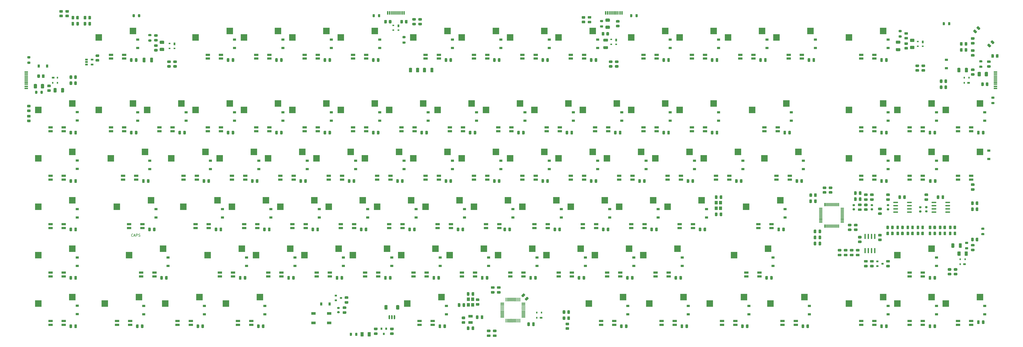
<source format=gbp>
%TF.GenerationSoftware,KiCad,Pcbnew,(5.1.10)-1*%
%TF.CreationDate,2021-10-26T21:51:47-04:00*%
%TF.ProjectId,custom_keyboard (f303_ fe2.1),63757374-6f6d-45f6-9b65-79626f617264,rev?*%
%TF.SameCoordinates,Original*%
%TF.FileFunction,Paste,Bot*%
%TF.FilePolarity,Positive*%
%FSLAX46Y46*%
G04 Gerber Fmt 4.6, Leading zero omitted, Abs format (unit mm)*
G04 Created by KiCad (PCBNEW (5.1.10)-1) date 2021-10-26 21:51:47*
%MOMM*%
%LPD*%
G01*
G04 APERTURE LIST*
%ADD10C,0.150000*%
%ADD11R,1.800000X0.900000*%
%ADD12R,2.550000X2.500000*%
%ADD13R,1.200000X0.900000*%
%ADD14O,0.588000X2.045000*%
%ADD15R,0.700000X1.000000*%
%ADD16R,0.700000X0.600000*%
%ADD17R,1.000000X0.700000*%
%ADD18R,0.600000X0.700000*%
%ADD19R,0.800000X0.900000*%
%ADD20R,1.060000X0.650000*%
%ADD21R,0.900000X0.800000*%
%ADD22O,1.950000X0.568000*%
%ADD23R,1.450000X0.600000*%
%ADD24R,1.450000X0.300000*%
%ADD25R,1.800000X1.000000*%
%ADD26R,1.200000X1.400000*%
%ADD27R,0.600000X1.450000*%
%ADD28R,0.300000X1.450000*%
%ADD29R,0.900000X1.200000*%
%ADD30R,1.800000X1.100000*%
%ADD31O,0.270000X1.500000*%
%ADD32O,1.500000X0.270000*%
G04 APERTURE END LIST*
%TO.C,MX52*%
D10*
X118753461Y-243954842D02*
X118705842Y-244002461D01*
X118562985Y-244050080D01*
X118467747Y-244050080D01*
X118324890Y-244002461D01*
X118229652Y-243907223D01*
X118182033Y-243811985D01*
X118134414Y-243621509D01*
X118134414Y-243478652D01*
X118182033Y-243288176D01*
X118229652Y-243192938D01*
X118324890Y-243097700D01*
X118467747Y-243050080D01*
X118562985Y-243050080D01*
X118705842Y-243097700D01*
X118753461Y-243145319D01*
X119134414Y-243764366D02*
X119610604Y-243764366D01*
X119039176Y-244050080D02*
X119372509Y-243050080D01*
X119705842Y-244050080D01*
X120039176Y-244050080D02*
X120039176Y-243050080D01*
X120420128Y-243050080D01*
X120515366Y-243097700D01*
X120562985Y-243145319D01*
X120610604Y-243240557D01*
X120610604Y-243383414D01*
X120562985Y-243478652D01*
X120515366Y-243526271D01*
X120420128Y-243573890D01*
X120039176Y-243573890D01*
X120991557Y-244002461D02*
X121134414Y-244050080D01*
X121372509Y-244050080D01*
X121467747Y-244002461D01*
X121515366Y-243954842D01*
X121562985Y-243859604D01*
X121562985Y-243764366D01*
X121515366Y-243669128D01*
X121467747Y-243621509D01*
X121372509Y-243573890D01*
X121182033Y-243526271D01*
X121086795Y-243478652D01*
X121039176Y-243431033D01*
X120991557Y-243335795D01*
X120991557Y-243240557D01*
X121039176Y-243145319D01*
X121086795Y-243097700D01*
X121182033Y-243050080D01*
X121420128Y-243050080D01*
X121562985Y-243097700D01*
%TD*%
%TO.C,F8*%
G36*
G01*
X230154300Y-179207500D02*
X230154300Y-177957500D01*
G75*
G02*
X230404300Y-177707500I250000J0D01*
G01*
X231154300Y-177707500D01*
G75*
G02*
X231404300Y-177957500I0J-250000D01*
G01*
X231404300Y-179207500D01*
G75*
G02*
X231154300Y-179457500I-250000J0D01*
G01*
X230404300Y-179457500D01*
G75*
G02*
X230154300Y-179207500I0J250000D01*
G01*
G37*
G36*
G01*
X227354300Y-179207500D02*
X227354300Y-177957500D01*
G75*
G02*
X227604300Y-177707500I250000J0D01*
G01*
X228354300Y-177707500D01*
G75*
G02*
X228604300Y-177957500I0J-250000D01*
G01*
X228604300Y-179207500D01*
G75*
G02*
X228354300Y-179457500I-250000J0D01*
G01*
X227604300Y-179457500D01*
G75*
G02*
X227354300Y-179207500I0J250000D01*
G01*
G37*
%TD*%
%TO.C,C48*%
G36*
G01*
X235835200Y-179232501D02*
X235835200Y-177932499D01*
G75*
G02*
X236085199Y-177682500I249999J0D01*
G01*
X236735201Y-177682500D01*
G75*
G02*
X236985200Y-177932499I0J-249999D01*
G01*
X236985200Y-179232501D01*
G75*
G02*
X236735201Y-179482500I-249999J0D01*
G01*
X236085199Y-179482500D01*
G75*
G02*
X235835200Y-179232501I0J249999D01*
G01*
G37*
G36*
G01*
X232885200Y-179232501D02*
X232885200Y-177932499D01*
G75*
G02*
X233135199Y-177682500I249999J0D01*
G01*
X233785201Y-177682500D01*
G75*
G02*
X234035200Y-177932499I0J-249999D01*
G01*
X234035200Y-179232501D01*
G75*
G02*
X233785201Y-179482500I-249999J0D01*
G01*
X233135199Y-179482500D01*
G75*
G02*
X232885200Y-179232501I0J249999D01*
G01*
G37*
%TD*%
%TO.C,D9*%
G36*
G01*
X228923050Y-159983700D02*
X229835550Y-159983700D01*
G75*
G02*
X230079300Y-160227450I0J-243750D01*
G01*
X230079300Y-160714950D01*
G75*
G02*
X229835550Y-160958700I-243750J0D01*
G01*
X228923050Y-160958700D01*
G75*
G02*
X228679300Y-160714950I0J243750D01*
G01*
X228679300Y-160227450D01*
G75*
G02*
X228923050Y-159983700I243750J0D01*
G01*
G37*
G36*
G01*
X228923050Y-158108700D02*
X229835550Y-158108700D01*
G75*
G02*
X230079300Y-158352450I0J-243750D01*
G01*
X230079300Y-158839950D01*
G75*
G02*
X229835550Y-159083700I-243750J0D01*
G01*
X228923050Y-159083700D01*
G75*
G02*
X228679300Y-158839950I0J243750D01*
G01*
X228679300Y-158352450D01*
G75*
G02*
X228923050Y-158108700I243750J0D01*
G01*
G37*
%TD*%
%TO.C,D8*%
G36*
G01*
X455127550Y-176651400D02*
X456040050Y-176651400D01*
G75*
G02*
X456283800Y-176895150I0J-243750D01*
G01*
X456283800Y-177382650D01*
G75*
G02*
X456040050Y-177626400I-243750J0D01*
G01*
X455127550Y-177626400D01*
G75*
G02*
X454883800Y-177382650I0J243750D01*
G01*
X454883800Y-176895150D01*
G75*
G02*
X455127550Y-176651400I243750J0D01*
G01*
G37*
G36*
G01*
X455127550Y-174776400D02*
X456040050Y-174776400D01*
G75*
G02*
X456283800Y-175020150I0J-243750D01*
G01*
X456283800Y-175507650D01*
G75*
G02*
X456040050Y-175751400I-243750J0D01*
G01*
X455127550Y-175751400D01*
G75*
G02*
X454883800Y-175507650I0J243750D01*
G01*
X454883800Y-175020150D01*
G75*
G02*
X455127550Y-174776400I243750J0D01*
G01*
G37*
%TD*%
%TO.C,D6*%
G36*
G01*
X297974950Y-159190000D02*
X298887450Y-159190000D01*
G75*
G02*
X299131200Y-159433750I0J-243750D01*
G01*
X299131200Y-159921250D01*
G75*
G02*
X298887450Y-160165000I-243750J0D01*
G01*
X297974950Y-160165000D01*
G75*
G02*
X297731200Y-159921250I0J243750D01*
G01*
X297731200Y-159433750D01*
G75*
G02*
X297974950Y-159190000I243750J0D01*
G01*
G37*
G36*
G01*
X297974950Y-157315000D02*
X298887450Y-157315000D01*
G75*
G02*
X299131200Y-157558750I0J-243750D01*
G01*
X299131200Y-158046250D01*
G75*
G02*
X298887450Y-158290000I-243750J0D01*
G01*
X297974950Y-158290000D01*
G75*
G02*
X297731200Y-158046250I0J243750D01*
G01*
X297731200Y-157558750D01*
G75*
G02*
X297974950Y-157315000I243750J0D01*
G01*
G37*
%TD*%
%TO.C,D1*%
G36*
G01*
X78238850Y-193212800D02*
X77326350Y-193212800D01*
G75*
G02*
X77082600Y-192969050I0J243750D01*
G01*
X77082600Y-192481550D01*
G75*
G02*
X77326350Y-192237800I243750J0D01*
G01*
X78238850Y-192237800D01*
G75*
G02*
X78482600Y-192481550I0J-243750D01*
G01*
X78482600Y-192969050D01*
G75*
G02*
X78238850Y-193212800I-243750J0D01*
G01*
G37*
G36*
G01*
X78238850Y-195087800D02*
X77326350Y-195087800D01*
G75*
G02*
X77082600Y-194844050I0J243750D01*
G01*
X77082600Y-194356550D01*
G75*
G02*
X77326350Y-194112800I243750J0D01*
G01*
X78238850Y-194112800D01*
G75*
G02*
X78482600Y-194356550I0J-243750D01*
G01*
X78482600Y-194844050D01*
G75*
G02*
X78238850Y-195087800I-243750J0D01*
G01*
G37*
%TD*%
%TO.C,R63*%
G36*
G01*
X232210401Y-159133700D02*
X231310399Y-159133700D01*
G75*
G02*
X231060400Y-158883701I0J249999D01*
G01*
X231060400Y-158358699D01*
G75*
G02*
X231310399Y-158108700I249999J0D01*
G01*
X232210401Y-158108700D01*
G75*
G02*
X232460400Y-158358699I0J-249999D01*
G01*
X232460400Y-158883701D01*
G75*
G02*
X232210401Y-159133700I-249999J0D01*
G01*
G37*
G36*
G01*
X232210401Y-160958700D02*
X231310399Y-160958700D01*
G75*
G02*
X231060400Y-160708701I0J249999D01*
G01*
X231060400Y-160183699D01*
G75*
G02*
X231310399Y-159933700I249999J0D01*
G01*
X232210401Y-159933700D01*
G75*
G02*
X232460400Y-160183699I0J-249999D01*
G01*
X232460400Y-160708701D01*
G75*
G02*
X232210401Y-160958700I-249999J0D01*
G01*
G37*
%TD*%
%TO.C,R62*%
G36*
G01*
X457564900Y-172576599D02*
X457564900Y-173476601D01*
G75*
G02*
X457314901Y-173726600I-249999J0D01*
G01*
X456789899Y-173726600D01*
G75*
G02*
X456539900Y-173476601I0J249999D01*
G01*
X456539900Y-172576599D01*
G75*
G02*
X456789899Y-172326600I249999J0D01*
G01*
X457314901Y-172326600D01*
G75*
G02*
X457564900Y-172576599I0J-249999D01*
G01*
G37*
G36*
G01*
X459389900Y-172576599D02*
X459389900Y-173476601D01*
G75*
G02*
X459139901Y-173726600I-249999J0D01*
G01*
X458614899Y-173726600D01*
G75*
G02*
X458364900Y-173476601I0J249999D01*
G01*
X458364900Y-172576599D01*
G75*
G02*
X458614899Y-172326600I249999J0D01*
G01*
X459139901Y-172326600D01*
G75*
G02*
X459389900Y-172576599I0J-249999D01*
G01*
G37*
%TD*%
%TO.C,R61*%
G36*
G01*
X423492101Y-168658100D02*
X422592099Y-168658100D01*
G75*
G02*
X422342100Y-168408101I0J249999D01*
G01*
X422342100Y-167883099D01*
G75*
G02*
X422592099Y-167633100I249999J0D01*
G01*
X423492101Y-167633100D01*
G75*
G02*
X423742100Y-167883099I0J-249999D01*
G01*
X423742100Y-168408101D01*
G75*
G02*
X423492101Y-168658100I-249999J0D01*
G01*
G37*
G36*
G01*
X423492101Y-170483100D02*
X422592099Y-170483100D01*
G75*
G02*
X422342100Y-170233101I0J249999D01*
G01*
X422342100Y-169708099D01*
G75*
G02*
X422592099Y-169458100I249999J0D01*
G01*
X423492101Y-169458100D01*
G75*
G02*
X423742100Y-169708099I0J-249999D01*
G01*
X423742100Y-170233101D01*
G75*
G02*
X423492101Y-170483100I-249999J0D01*
G01*
G37*
%TD*%
%TO.C,R60*%
G36*
G01*
X296500101Y-158340000D02*
X295600099Y-158340000D01*
G75*
G02*
X295350100Y-158090001I0J249999D01*
G01*
X295350100Y-157564999D01*
G75*
G02*
X295600099Y-157315000I249999J0D01*
G01*
X296500101Y-157315000D01*
G75*
G02*
X296750100Y-157564999I0J-249999D01*
G01*
X296750100Y-158090001D01*
G75*
G02*
X296500101Y-158340000I-249999J0D01*
G01*
G37*
G36*
G01*
X296500101Y-160165000D02*
X295600099Y-160165000D01*
G75*
G02*
X295350100Y-159915001I0J249999D01*
G01*
X295350100Y-159389999D01*
G75*
G02*
X295600099Y-159140000I249999J0D01*
G01*
X296500101Y-159140000D01*
G75*
G02*
X296750100Y-159389999I0J-249999D01*
G01*
X296750100Y-159915001D01*
G75*
G02*
X296500101Y-160165000I-249999J0D01*
G01*
G37*
%TD*%
%TO.C,R59*%
G36*
G01*
X449627900Y-244803299D02*
X449627900Y-245703301D01*
G75*
G02*
X449377901Y-245953300I-249999J0D01*
G01*
X448852899Y-245953300D01*
G75*
G02*
X448602900Y-245703301I0J249999D01*
G01*
X448602900Y-244803299D01*
G75*
G02*
X448852899Y-244553300I249999J0D01*
G01*
X449377901Y-244553300D01*
G75*
G02*
X449627900Y-244803299I0J-249999D01*
G01*
G37*
G36*
G01*
X451452900Y-244803299D02*
X451452900Y-245703301D01*
G75*
G02*
X451202901Y-245953300I-249999J0D01*
G01*
X450677899Y-245953300D01*
G75*
G02*
X450427900Y-245703301I0J249999D01*
G01*
X450427900Y-244803299D01*
G75*
G02*
X450677899Y-244553300I249999J0D01*
G01*
X451202901Y-244553300D01*
G75*
G02*
X451452900Y-244803299I0J-249999D01*
G01*
G37*
%TD*%
%TO.C,R58*%
G36*
G01*
X78232601Y-197231300D02*
X77332599Y-197231300D01*
G75*
G02*
X77082600Y-196981301I0J249999D01*
G01*
X77082600Y-196456299D01*
G75*
G02*
X77332599Y-196206300I249999J0D01*
G01*
X78232601Y-196206300D01*
G75*
G02*
X78482600Y-196456299I0J-249999D01*
G01*
X78482600Y-196981301D01*
G75*
G02*
X78232601Y-197231300I-249999J0D01*
G01*
G37*
G36*
G01*
X78232601Y-199056300D02*
X77332599Y-199056300D01*
G75*
G02*
X77082600Y-198806301I0J249999D01*
G01*
X77082600Y-198281299D01*
G75*
G02*
X77332599Y-198031300I249999J0D01*
G01*
X78232601Y-198031300D01*
G75*
G02*
X78482600Y-198281299I0J-249999D01*
G01*
X78482600Y-198806301D01*
G75*
G02*
X78232601Y-199056300I-249999J0D01*
G01*
G37*
%TD*%
%TO.C,R57*%
G36*
G01*
X128235701Y-169451800D02*
X127335699Y-169451800D01*
G75*
G02*
X127085700Y-169201801I0J249999D01*
G01*
X127085700Y-168676799D01*
G75*
G02*
X127335699Y-168426800I249999J0D01*
G01*
X128235701Y-168426800D01*
G75*
G02*
X128485700Y-168676799I0J-249999D01*
G01*
X128485700Y-169201801D01*
G75*
G02*
X128235701Y-169451800I-249999J0D01*
G01*
G37*
G36*
G01*
X128235701Y-171276800D02*
X127335699Y-171276800D01*
G75*
G02*
X127085700Y-171026801I0J249999D01*
G01*
X127085700Y-170501799D01*
G75*
G02*
X127335699Y-170251800I249999J0D01*
G01*
X128235701Y-170251800D01*
G75*
G02*
X128485700Y-170501799I0J-249999D01*
G01*
X128485700Y-171026801D01*
G75*
G02*
X128235701Y-171276800I-249999J0D01*
G01*
G37*
%TD*%
%TO.C,D7*%
G36*
G01*
X423498350Y-164639600D02*
X422585850Y-164639600D01*
G75*
G02*
X422342100Y-164395850I0J243750D01*
G01*
X422342100Y-163908350D01*
G75*
G02*
X422585850Y-163664600I243750J0D01*
G01*
X423498350Y-163664600D01*
G75*
G02*
X423742100Y-163908350I0J-243750D01*
G01*
X423742100Y-164395850D01*
G75*
G02*
X423498350Y-164639600I-243750J0D01*
G01*
G37*
G36*
G01*
X423498350Y-166514600D02*
X422585850Y-166514600D01*
G75*
G02*
X422342100Y-166270850I0J243750D01*
G01*
X422342100Y-165783350D01*
G75*
G02*
X422585850Y-165539600I243750J0D01*
G01*
X423498350Y-165539600D01*
G75*
G02*
X423742100Y-165783350I0J-243750D01*
G01*
X423742100Y-166270850D01*
G75*
G02*
X423498350Y-166514600I-243750J0D01*
G01*
G37*
%TD*%
%TO.C,D5*%
G36*
G01*
X448777950Y-248878100D02*
X449690450Y-248878100D01*
G75*
G02*
X449934200Y-249121850I0J-243750D01*
G01*
X449934200Y-249609350D01*
G75*
G02*
X449690450Y-249853100I-243750J0D01*
G01*
X448777950Y-249853100D01*
G75*
G02*
X448534200Y-249609350I0J243750D01*
G01*
X448534200Y-249121850D01*
G75*
G02*
X448777950Y-248878100I243750J0D01*
G01*
G37*
G36*
G01*
X448777950Y-247003100D02*
X449690450Y-247003100D01*
G75*
G02*
X449934200Y-247246850I0J-243750D01*
G01*
X449934200Y-247734350D01*
G75*
G02*
X449690450Y-247978100I-243750J0D01*
G01*
X448777950Y-247978100D01*
G75*
G02*
X448534200Y-247734350I0J243750D01*
G01*
X448534200Y-247246850D01*
G75*
G02*
X448777950Y-247003100I243750J0D01*
G01*
G37*
%TD*%
%TO.C,D4*%
G36*
G01*
X128241950Y-165433300D02*
X127329450Y-165433300D01*
G75*
G02*
X127085700Y-165189550I0J243750D01*
G01*
X127085700Y-164702050D01*
G75*
G02*
X127329450Y-164458300I243750J0D01*
G01*
X128241950Y-164458300D01*
G75*
G02*
X128485700Y-164702050I0J-243750D01*
G01*
X128485700Y-165189550D01*
G75*
G02*
X128241950Y-165433300I-243750J0D01*
G01*
G37*
G36*
G01*
X128241950Y-167308300D02*
X127329450Y-167308300D01*
G75*
G02*
X127085700Y-167064550I0J243750D01*
G01*
X127085700Y-166577050D01*
G75*
G02*
X127329450Y-166333300I243750J0D01*
G01*
X128241950Y-166333300D01*
G75*
G02*
X128485700Y-166577050I0J-243750D01*
G01*
X128485700Y-167064550D01*
G75*
G02*
X128241950Y-167308300I-243750J0D01*
G01*
G37*
%TD*%
D11*
%TO.C,MX7*%
X258171400Y-174064400D03*
X258171400Y-172564400D03*
X252971400Y-174064400D03*
X252971400Y-172564400D03*
D12*
X261586400Y-163184400D03*
X248161400Y-165724400D03*
%TD*%
D11*
%TO.C,MX6*%
X239122600Y-174064400D03*
X239122600Y-172564400D03*
X233922600Y-174064400D03*
X233922600Y-172564400D03*
D12*
X242537600Y-163184400D03*
X229112600Y-165724400D03*
%TD*%
%TO.C,C1*%
G36*
G01*
X247581250Y-270573550D02*
X247581250Y-271523550D01*
G75*
G02*
X247331250Y-271773550I-250000J0D01*
G01*
X246831250Y-271773550D01*
G75*
G02*
X246581250Y-271523550I0J250000D01*
G01*
X246581250Y-270573550D01*
G75*
G02*
X246831250Y-270323550I250000J0D01*
G01*
X247331250Y-270323550D01*
G75*
G02*
X247581250Y-270573550I0J-250000D01*
G01*
G37*
G36*
G01*
X249481250Y-270573550D02*
X249481250Y-271523550D01*
G75*
G02*
X249231250Y-271773550I-250000J0D01*
G01*
X248731250Y-271773550D01*
G75*
G02*
X248481250Y-271523550I0J250000D01*
G01*
X248481250Y-270573550D01*
G75*
G02*
X248731250Y-270323550I250000J0D01*
G01*
X249231250Y-270323550D01*
G75*
G02*
X249481250Y-270573550I0J-250000D01*
G01*
G37*
%TD*%
%TO.C,C2*%
G36*
G01*
X304130799Y-169164400D02*
X305430801Y-169164400D01*
G75*
G02*
X305680800Y-169414399I0J-249999D01*
G01*
X305680800Y-170064401D01*
G75*
G02*
X305430801Y-170314400I-249999J0D01*
G01*
X304130799Y-170314400D01*
G75*
G02*
X303880800Y-170064401I0J249999D01*
G01*
X303880800Y-169414399D01*
G75*
G02*
X304130799Y-169164400I249999J0D01*
G01*
G37*
G36*
G01*
X304130799Y-166214400D02*
X305430801Y-166214400D01*
G75*
G02*
X305680800Y-166464399I0J-249999D01*
G01*
X305680800Y-167114401D01*
G75*
G02*
X305430801Y-167364400I-249999J0D01*
G01*
X304130799Y-167364400D01*
G75*
G02*
X303880800Y-167114401I0J249999D01*
G01*
X303880800Y-166464399D01*
G75*
G02*
X304130799Y-166214400I249999J0D01*
G01*
G37*
%TD*%
%TO.C,C3*%
G36*
G01*
X251152900Y-266208200D02*
X251152900Y-267158200D01*
G75*
G02*
X250902900Y-267408200I-250000J0D01*
G01*
X250402900Y-267408200D01*
G75*
G02*
X250152900Y-267158200I0J250000D01*
G01*
X250152900Y-266208200D01*
G75*
G02*
X250402900Y-265958200I250000J0D01*
G01*
X250902900Y-265958200D01*
G75*
G02*
X251152900Y-266208200I0J-250000D01*
G01*
G37*
G36*
G01*
X253052900Y-266208200D02*
X253052900Y-267158200D01*
G75*
G02*
X252802900Y-267408200I-250000J0D01*
G01*
X252302900Y-267408200D01*
G75*
G02*
X252052900Y-267158200I0J250000D01*
G01*
X252052900Y-266208200D01*
G75*
G02*
X252302900Y-265958200I250000J0D01*
G01*
X252802900Y-265958200D01*
G75*
G02*
X253052900Y-266208200I0J-250000D01*
G01*
G37*
%TD*%
%TO.C,C10*%
G36*
G01*
X444365700Y-177932499D02*
X444365700Y-179232501D01*
G75*
G02*
X444115701Y-179482500I-249999J0D01*
G01*
X443465699Y-179482500D01*
G75*
G02*
X443215700Y-179232501I0J249999D01*
G01*
X443215700Y-177932499D01*
G75*
G02*
X443465699Y-177682500I249999J0D01*
G01*
X444115701Y-177682500D01*
G75*
G02*
X444365700Y-177932499I0J-249999D01*
G01*
G37*
G36*
G01*
X447315700Y-177932499D02*
X447315700Y-179232501D01*
G75*
G02*
X447065701Y-179482500I-249999J0D01*
G01*
X446415699Y-179482500D01*
G75*
G02*
X446165700Y-179232501I0J249999D01*
G01*
X446165700Y-177932499D01*
G75*
G02*
X446415699Y-177682500I249999J0D01*
G01*
X447065701Y-177682500D01*
G75*
G02*
X447315700Y-177932499I0J-249999D01*
G01*
G37*
%TD*%
%TO.C,C13*%
G36*
G01*
X419217299Y-169958100D02*
X420517301Y-169958100D01*
G75*
G02*
X420767300Y-170208099I0J-249999D01*
G01*
X420767300Y-170858101D01*
G75*
G02*
X420517301Y-171108100I-249999J0D01*
G01*
X419217299Y-171108100D01*
G75*
G02*
X418967300Y-170858101I0J249999D01*
G01*
X418967300Y-170208099D01*
G75*
G02*
X419217299Y-169958100I249999J0D01*
G01*
G37*
G36*
G01*
X419217299Y-167008100D02*
X420517301Y-167008100D01*
G75*
G02*
X420767300Y-167258099I0J-249999D01*
G01*
X420767300Y-167908101D01*
G75*
G02*
X420517301Y-168158100I-249999J0D01*
G01*
X419217299Y-168158100D01*
G75*
G02*
X418967300Y-167908101I0J249999D01*
G01*
X418967300Y-167258099D01*
G75*
G02*
X419217299Y-167008100I249999J0D01*
G01*
G37*
%TD*%
%TO.C,C15*%
G36*
G01*
X202315350Y-269514300D02*
X203265350Y-269514300D01*
G75*
G02*
X203515350Y-269764300I0J-250000D01*
G01*
X203515350Y-270264300D01*
G75*
G02*
X203265350Y-270514300I-250000J0D01*
G01*
X202315350Y-270514300D01*
G75*
G02*
X202065350Y-270264300I0J250000D01*
G01*
X202065350Y-269764300D01*
G75*
G02*
X202315350Y-269514300I250000J0D01*
G01*
G37*
G36*
G01*
X202315350Y-267614300D02*
X203265350Y-267614300D01*
G75*
G02*
X203515350Y-267864300I0J-250000D01*
G01*
X203515350Y-268364300D01*
G75*
G02*
X203265350Y-268614300I-250000J0D01*
G01*
X202315350Y-268614300D01*
G75*
G02*
X202065350Y-268364300I0J250000D01*
G01*
X202065350Y-267864300D01*
G75*
G02*
X202315350Y-267614300I250000J0D01*
G01*
G37*
%TD*%
%TO.C,C16*%
G36*
G01*
X273050478Y-267219677D02*
X272378727Y-267891428D01*
G75*
G02*
X272025173Y-267891428I-176777J176777D01*
G01*
X271671620Y-267537875D01*
G75*
G02*
X271671620Y-267184321I176777J176777D01*
G01*
X272343371Y-266512570D01*
G75*
G02*
X272696925Y-266512570I176777J-176777D01*
G01*
X273050478Y-266866123D01*
G75*
G02*
X273050478Y-267219677I-176777J-176777D01*
G01*
G37*
G36*
G01*
X274393980Y-268563179D02*
X273722229Y-269234930D01*
G75*
G02*
X273368675Y-269234930I-176777J176777D01*
G01*
X273015122Y-268881377D01*
G75*
G02*
X273015122Y-268527823I176777J176777D01*
G01*
X273686873Y-267856072D01*
G75*
G02*
X274040427Y-267856072I176777J-176777D01*
G01*
X274393980Y-268209625D01*
G75*
G02*
X274393980Y-268563179I-176777J-176777D01*
G01*
G37*
%TD*%
%TO.C,C23*%
G36*
G01*
X90475700Y-187169501D02*
X90475700Y-185869499D01*
G75*
G02*
X90725699Y-185619500I249999J0D01*
G01*
X91375701Y-185619500D01*
G75*
G02*
X91625700Y-185869499I0J-249999D01*
G01*
X91625700Y-187169501D01*
G75*
G02*
X91375701Y-187419500I-249999J0D01*
G01*
X90725699Y-187419500D01*
G75*
G02*
X90475700Y-187169501I0J249999D01*
G01*
G37*
G36*
G01*
X87525700Y-187169501D02*
X87525700Y-185869499D01*
G75*
G02*
X87775699Y-185619500I249999J0D01*
G01*
X88425701Y-185619500D01*
G75*
G02*
X88675700Y-185869499I0J-249999D01*
G01*
X88675700Y-187169501D01*
G75*
G02*
X88425701Y-187419500I-249999J0D01*
G01*
X87775699Y-187419500D01*
G75*
G02*
X87525700Y-187169501I0J249999D01*
G01*
G37*
%TD*%
%TO.C,C25*%
G36*
G01*
X123710900Y-173963999D02*
X123710900Y-175264001D01*
G75*
G02*
X123460901Y-175514000I-249999J0D01*
G01*
X122810899Y-175514000D01*
G75*
G02*
X122560900Y-175264001I0J249999D01*
G01*
X122560900Y-173963999D01*
G75*
G02*
X122810899Y-173714000I249999J0D01*
G01*
X123460901Y-173714000D01*
G75*
G02*
X123710900Y-173963999I0J-249999D01*
G01*
G37*
G36*
G01*
X126660900Y-173963999D02*
X126660900Y-175264001D01*
G75*
G02*
X126410901Y-175514000I-249999J0D01*
G01*
X125760899Y-175514000D01*
G75*
G02*
X125510900Y-175264001I0J249999D01*
G01*
X125510900Y-173963999D01*
G75*
G02*
X125760899Y-173714000I249999J0D01*
G01*
X126410901Y-173714000D01*
G75*
G02*
X126660900Y-173963999I0J-249999D01*
G01*
G37*
%TD*%
%TO.C,C28*%
G36*
G01*
X402087200Y-249962350D02*
X401137200Y-249962350D01*
G75*
G02*
X400887200Y-249712350I0J250000D01*
G01*
X400887200Y-249212350D01*
G75*
G02*
X401137200Y-248962350I250000J0D01*
G01*
X402087200Y-248962350D01*
G75*
G02*
X402337200Y-249212350I0J-250000D01*
G01*
X402337200Y-249712350D01*
G75*
G02*
X402087200Y-249962350I-250000J0D01*
G01*
G37*
G36*
G01*
X402087200Y-251862350D02*
X401137200Y-251862350D01*
G75*
G02*
X400887200Y-251612350I0J250000D01*
G01*
X400887200Y-251112350D01*
G75*
G02*
X401137200Y-250862350I250000J0D01*
G01*
X402087200Y-250862350D01*
G75*
G02*
X402337200Y-251112350I0J-250000D01*
G01*
X402337200Y-251612350D01*
G75*
G02*
X402087200Y-251862350I-250000J0D01*
G01*
G37*
%TD*%
%TO.C,C31*%
G36*
G01*
X386825600Y-230648000D02*
X386825600Y-229698000D01*
G75*
G02*
X387075600Y-229448000I250000J0D01*
G01*
X387575600Y-229448000D01*
G75*
G02*
X387825600Y-229698000I0J-250000D01*
G01*
X387825600Y-230648000D01*
G75*
G02*
X387575600Y-230898000I-250000J0D01*
G01*
X387075600Y-230898000D01*
G75*
G02*
X386825600Y-230648000I0J250000D01*
G01*
G37*
G36*
G01*
X384925600Y-230648000D02*
X384925600Y-229698000D01*
G75*
G02*
X385175600Y-229448000I250000J0D01*
G01*
X385675600Y-229448000D01*
G75*
G02*
X385925600Y-229698000I0J-250000D01*
G01*
X385925600Y-230648000D01*
G75*
G02*
X385675600Y-230898000I-250000J0D01*
G01*
X385175600Y-230898000D01*
G75*
G02*
X384925600Y-230648000I0J250000D01*
G01*
G37*
%TD*%
%TO.C,C34*%
G36*
G01*
X441984600Y-246984399D02*
X441984600Y-248284401D01*
G75*
G02*
X441734601Y-248534400I-249999J0D01*
G01*
X441084599Y-248534400D01*
G75*
G02*
X440834600Y-248284401I0J249999D01*
G01*
X440834600Y-246984399D01*
G75*
G02*
X441084599Y-246734400I249999J0D01*
G01*
X441734601Y-246734400D01*
G75*
G02*
X441984600Y-246984399I0J-249999D01*
G01*
G37*
G36*
G01*
X444934600Y-246984399D02*
X444934600Y-248284401D01*
G75*
G02*
X444684601Y-248534400I-249999J0D01*
G01*
X444034599Y-248534400D01*
G75*
G02*
X443784600Y-248284401I0J249999D01*
G01*
X443784600Y-246984399D01*
G75*
G02*
X444034599Y-246734400I249999J0D01*
G01*
X444684601Y-246734400D01*
G75*
G02*
X444934600Y-246984399I0J-249999D01*
G01*
G37*
%TD*%
D13*
%TO.C,D3*%
X438916100Y-174551400D03*
X438916100Y-177851400D03*
%TD*%
%TO.C,J2*%
G36*
G01*
X222348600Y-272601501D02*
X222348600Y-271301499D01*
G75*
G02*
X222598599Y-271051500I249999J0D01*
G01*
X223298601Y-271051500D01*
G75*
G02*
X223548600Y-271301499I0J-249999D01*
G01*
X223548600Y-272601501D01*
G75*
G02*
X223298601Y-272851500I-249999J0D01*
G01*
X222598599Y-272851500D01*
G75*
G02*
X222348600Y-272601501I0J249999D01*
G01*
G37*
G36*
G01*
X217748600Y-272601501D02*
X217748600Y-271301499D01*
G75*
G02*
X217998599Y-271051500I249999J0D01*
G01*
X218698601Y-271051500D01*
G75*
G02*
X218948600Y-271301499I0J-249999D01*
G01*
X218948600Y-272601501D01*
G75*
G02*
X218698601Y-272851500I-249999J0D01*
G01*
X217998599Y-272851500D01*
G75*
G02*
X217748600Y-272601501I0J249999D01*
G01*
G37*
G36*
G01*
X221348600Y-276451500D02*
X221348600Y-275201500D01*
G75*
G02*
X221498600Y-275051500I150000J0D01*
G01*
X221798600Y-275051500D01*
G75*
G02*
X221948600Y-275201500I0J-150000D01*
G01*
X221948600Y-276451500D01*
G75*
G02*
X221798600Y-276601500I-150000J0D01*
G01*
X221498600Y-276601500D01*
G75*
G02*
X221348600Y-276451500I0J150000D01*
G01*
G37*
G36*
G01*
X220348600Y-276451500D02*
X220348600Y-275201500D01*
G75*
G02*
X220498600Y-275051500I150000J0D01*
G01*
X220798600Y-275051500D01*
G75*
G02*
X220948600Y-275201500I0J-150000D01*
G01*
X220948600Y-276451500D01*
G75*
G02*
X220798600Y-276601500I-150000J0D01*
G01*
X220498600Y-276601500D01*
G75*
G02*
X220348600Y-276451500I0J150000D01*
G01*
G37*
G36*
G01*
X219348600Y-276451500D02*
X219348600Y-275201500D01*
G75*
G02*
X219498600Y-275051500I150000J0D01*
G01*
X219798600Y-275051500D01*
G75*
G02*
X219948600Y-275201500I0J-150000D01*
G01*
X219948600Y-276451500D01*
G75*
G02*
X219798600Y-276601500I-150000J0D01*
G01*
X219498600Y-276601500D01*
G75*
G02*
X219348600Y-276451500I0J150000D01*
G01*
G37*
%TD*%
%TO.C,R21*%
G36*
G01*
X402130900Y-232979100D02*
X402680900Y-232979100D01*
G75*
G02*
X402880900Y-233179100I0J-200000D01*
G01*
X402880900Y-233579100D01*
G75*
G02*
X402680900Y-233779100I-200000J0D01*
G01*
X402130900Y-233779100D01*
G75*
G02*
X401930900Y-233579100I0J200000D01*
G01*
X401930900Y-233179100D01*
G75*
G02*
X402130900Y-232979100I200000J0D01*
G01*
G37*
G36*
G01*
X402130900Y-231329100D02*
X402680900Y-231329100D01*
G75*
G02*
X402880900Y-231529100I0J-200000D01*
G01*
X402880900Y-231929100D01*
G75*
G02*
X402680900Y-232129100I-200000J0D01*
G01*
X402130900Y-232129100D01*
G75*
G02*
X401930900Y-231929100I0J200000D01*
G01*
X401930900Y-231529100D01*
G75*
G02*
X402130900Y-231329100I200000J0D01*
G01*
G37*
%TD*%
%TO.C,R23*%
G36*
G01*
X409824200Y-232129100D02*
X409274200Y-232129100D01*
G75*
G02*
X409074200Y-231929100I0J200000D01*
G01*
X409074200Y-231529100D01*
G75*
G02*
X409274200Y-231329100I200000J0D01*
G01*
X409824200Y-231329100D01*
G75*
G02*
X410024200Y-231529100I0J-200000D01*
G01*
X410024200Y-231929100D01*
G75*
G02*
X409824200Y-232129100I-200000J0D01*
G01*
G37*
G36*
G01*
X409824200Y-233779100D02*
X409274200Y-233779100D01*
G75*
G02*
X409074200Y-233579100I0J200000D01*
G01*
X409074200Y-233179100D01*
G75*
G02*
X409274200Y-232979100I200000J0D01*
G01*
X409824200Y-232979100D01*
G75*
G02*
X410024200Y-233179100I0J-200000D01*
G01*
X410024200Y-233579100D01*
G75*
G02*
X409824200Y-233779100I-200000J0D01*
G01*
G37*
%TD*%
%TO.C,R26*%
G36*
G01*
X433760200Y-240941101D02*
X433760200Y-240041099D01*
G75*
G02*
X434010199Y-239791100I249999J0D01*
G01*
X434535201Y-239791100D01*
G75*
G02*
X434785200Y-240041099I0J-249999D01*
G01*
X434785200Y-240941101D01*
G75*
G02*
X434535201Y-241191100I-249999J0D01*
G01*
X434010199Y-241191100D01*
G75*
G02*
X433760200Y-240941101I0J249999D01*
G01*
G37*
G36*
G01*
X431935200Y-240941101D02*
X431935200Y-240041099D01*
G75*
G02*
X432185199Y-239791100I249999J0D01*
G01*
X432710201Y-239791100D01*
G75*
G02*
X432960200Y-240041099I0J-249999D01*
G01*
X432960200Y-240941101D01*
G75*
G02*
X432710201Y-241191100I-249999J0D01*
G01*
X432185199Y-241191100D01*
G75*
G02*
X431935200Y-240941101I0J249999D01*
G01*
G37*
%TD*%
%TO.C,R28*%
G36*
G01*
X449684201Y-178976200D02*
X448784199Y-178976200D01*
G75*
G02*
X448534200Y-178726201I0J249999D01*
G01*
X448534200Y-178201199D01*
G75*
G02*
X448784199Y-177951200I249999J0D01*
G01*
X449684201Y-177951200D01*
G75*
G02*
X449934200Y-178201199I0J-249999D01*
G01*
X449934200Y-178726201D01*
G75*
G02*
X449684201Y-178976200I-249999J0D01*
G01*
G37*
G36*
G01*
X449684201Y-180801200D02*
X448784199Y-180801200D01*
G75*
G02*
X448534200Y-180551201I0J249999D01*
G01*
X448534200Y-180026199D01*
G75*
G02*
X448784199Y-179776200I249999J0D01*
G01*
X449684201Y-179776200D01*
G75*
G02*
X449934200Y-180026199I0J-249999D01*
G01*
X449934200Y-180551201D01*
G75*
G02*
X449684201Y-180801200I-249999J0D01*
G01*
G37*
%TD*%
%TO.C,R30*%
G36*
G01*
X199340550Y-273457800D02*
X199890550Y-273457800D01*
G75*
G02*
X200090550Y-273657800I0J-200000D01*
G01*
X200090550Y-274057800D01*
G75*
G02*
X199890550Y-274257800I-200000J0D01*
G01*
X199340550Y-274257800D01*
G75*
G02*
X199140550Y-274057800I0J200000D01*
G01*
X199140550Y-273657800D01*
G75*
G02*
X199340550Y-273457800I200000J0D01*
G01*
G37*
G36*
G01*
X199340550Y-271807800D02*
X199890550Y-271807800D01*
G75*
G02*
X200090550Y-272007800I0J-200000D01*
G01*
X200090550Y-272407800D01*
G75*
G02*
X199890550Y-272607800I-200000J0D01*
G01*
X199340550Y-272607800D01*
G75*
G02*
X199140550Y-272407800I0J200000D01*
G01*
X199140550Y-272007800D01*
G75*
G02*
X199340550Y-271807800I200000J0D01*
G01*
G37*
%TD*%
%TO.C,R33*%
G36*
G01*
X95644000Y-181810451D02*
X95644000Y-180910449D01*
G75*
G02*
X95893999Y-180660450I249999J0D01*
G01*
X96419001Y-180660450D01*
G75*
G02*
X96669000Y-180910449I0J-249999D01*
G01*
X96669000Y-181810451D01*
G75*
G02*
X96419001Y-182060450I-249999J0D01*
G01*
X95893999Y-182060450D01*
G75*
G02*
X95644000Y-181810451I0J249999D01*
G01*
G37*
G36*
G01*
X93819000Y-181810451D02*
X93819000Y-180910449D01*
G75*
G02*
X94068999Y-180660450I249999J0D01*
G01*
X94594001Y-180660450D01*
G75*
G02*
X94844000Y-180910449I0J-249999D01*
G01*
X94844000Y-181810451D01*
G75*
G02*
X94594001Y-182060450I-249999J0D01*
G01*
X94068999Y-182060450D01*
G75*
G02*
X93819000Y-181810451I0J249999D01*
G01*
G37*
%TD*%
%TO.C,R49*%
G36*
G01*
X446062550Y-168714401D02*
X446062550Y-167814399D01*
G75*
G02*
X446312549Y-167564400I249999J0D01*
G01*
X446837551Y-167564400D01*
G75*
G02*
X447087550Y-167814399I0J-249999D01*
G01*
X447087550Y-168714401D01*
G75*
G02*
X446837551Y-168964400I-249999J0D01*
G01*
X446312549Y-168964400D01*
G75*
G02*
X446062550Y-168714401I0J249999D01*
G01*
G37*
G36*
G01*
X444237550Y-168714401D02*
X444237550Y-167814399D01*
G75*
G02*
X444487549Y-167564400I249999J0D01*
G01*
X445012551Y-167564400D01*
G75*
G02*
X445262550Y-167814399I0J-249999D01*
G01*
X445262550Y-168714401D01*
G75*
G02*
X445012551Y-168964400I-249999J0D01*
G01*
X444487549Y-168964400D01*
G75*
G02*
X444237550Y-168714401I0J249999D01*
G01*
G37*
%TD*%
%TO.C,R52*%
G36*
G01*
X412273999Y-244859600D02*
X413174001Y-244859600D01*
G75*
G02*
X413424000Y-245109599I0J-249999D01*
G01*
X413424000Y-245634601D01*
G75*
G02*
X413174001Y-245884600I-249999J0D01*
G01*
X412273999Y-245884600D01*
G75*
G02*
X412024000Y-245634601I0J249999D01*
G01*
X412024000Y-245109599D01*
G75*
G02*
X412273999Y-244859600I249999J0D01*
G01*
G37*
G36*
G01*
X412273999Y-243034600D02*
X413174001Y-243034600D01*
G75*
G02*
X413424000Y-243284599I0J-249999D01*
G01*
X413424000Y-243809601D01*
G75*
G02*
X413174001Y-244059600I-249999J0D01*
G01*
X412273999Y-244059600D01*
G75*
G02*
X412024000Y-243809601I0J249999D01*
G01*
X412024000Y-243284599D01*
G75*
G02*
X412273999Y-243034600I249999J0D01*
G01*
G37*
%TD*%
%TO.C,R53*%
G36*
G01*
X404336999Y-245653300D02*
X405237001Y-245653300D01*
G75*
G02*
X405487000Y-245903299I0J-249999D01*
G01*
X405487000Y-246428301D01*
G75*
G02*
X405237001Y-246678300I-249999J0D01*
G01*
X404336999Y-246678300D01*
G75*
G02*
X404087000Y-246428301I0J249999D01*
G01*
X404087000Y-245903299D01*
G75*
G02*
X404336999Y-245653300I249999J0D01*
G01*
G37*
G36*
G01*
X404336999Y-243828300D02*
X405237001Y-243828300D01*
G75*
G02*
X405487000Y-244078299I0J-249999D01*
G01*
X405487000Y-244603301D01*
G75*
G02*
X405237001Y-244853300I-249999J0D01*
G01*
X404336999Y-244853300D01*
G75*
G02*
X404087000Y-244603301I0J249999D01*
G01*
X404087000Y-244078299D01*
G75*
G02*
X404336999Y-243828300I249999J0D01*
G01*
G37*
%TD*%
%TO.C,R54*%
G36*
G01*
X430704100Y-233772800D02*
X431254100Y-233772800D01*
G75*
G02*
X431454100Y-233972800I0J-200000D01*
G01*
X431454100Y-234372800D01*
G75*
G02*
X431254100Y-234572800I-200000J0D01*
G01*
X430704100Y-234572800D01*
G75*
G02*
X430504100Y-234372800I0J200000D01*
G01*
X430504100Y-233972800D01*
G75*
G02*
X430704100Y-233772800I200000J0D01*
G01*
G37*
G36*
G01*
X430704100Y-232122800D02*
X431254100Y-232122800D01*
G75*
G02*
X431454100Y-232322800I0J-200000D01*
G01*
X431454100Y-232722800D01*
G75*
G02*
X431254100Y-232922800I-200000J0D01*
G01*
X430704100Y-232922800D01*
G75*
G02*
X430504100Y-232722800I0J200000D01*
G01*
X430504100Y-232322800D01*
G75*
G02*
X430704100Y-232122800I200000J0D01*
G01*
G37*
%TD*%
%TO.C,R55*%
G36*
G01*
X428323000Y-233804100D02*
X428873000Y-233804100D01*
G75*
G02*
X429073000Y-234004100I0J-200000D01*
G01*
X429073000Y-234404100D01*
G75*
G02*
X428873000Y-234604100I-200000J0D01*
G01*
X428323000Y-234604100D01*
G75*
G02*
X428123000Y-234404100I0J200000D01*
G01*
X428123000Y-234004100D01*
G75*
G02*
X428323000Y-233804100I200000J0D01*
G01*
G37*
G36*
G01*
X428323000Y-232154100D02*
X428873000Y-232154100D01*
G75*
G02*
X429073000Y-232354100I0J-200000D01*
G01*
X429073000Y-232754100D01*
G75*
G02*
X428873000Y-232954100I-200000J0D01*
G01*
X428323000Y-232954100D01*
G75*
G02*
X428123000Y-232754100I0J200000D01*
G01*
X428123000Y-232354100D01*
G75*
G02*
X428323000Y-232154100I200000J0D01*
G01*
G37*
%TD*%
%TO.C,R56*%
G36*
G01*
X415623800Y-232979100D02*
X416173800Y-232979100D01*
G75*
G02*
X416373800Y-233179100I0J-200000D01*
G01*
X416373800Y-233579100D01*
G75*
G02*
X416173800Y-233779100I-200000J0D01*
G01*
X415623800Y-233779100D01*
G75*
G02*
X415423800Y-233579100I0J200000D01*
G01*
X415423800Y-233179100D01*
G75*
G02*
X415623800Y-232979100I200000J0D01*
G01*
G37*
G36*
G01*
X415623800Y-231329100D02*
X416173800Y-231329100D01*
G75*
G02*
X416373800Y-231529100I0J-200000D01*
G01*
X416373800Y-231929100D01*
G75*
G02*
X416173800Y-232129100I-200000J0D01*
G01*
X415623800Y-232129100D01*
G75*
G02*
X415423800Y-231929100I0J200000D01*
G01*
X415423800Y-231529100D01*
G75*
G02*
X415623800Y-231329100I200000J0D01*
G01*
G37*
%TD*%
D14*
%TO.C,U1*%
X410660500Y-249612700D03*
X409390500Y-249612700D03*
X408120500Y-249612700D03*
X406850500Y-249612700D03*
X410660500Y-244068700D03*
X409390500Y-244068700D03*
X408120500Y-244068700D03*
X406850500Y-244068700D03*
%TD*%
D15*
%TO.C,U5*%
X429598000Y-167514400D03*
D16*
X427598000Y-167314400D03*
X429598000Y-169214400D03*
X427598000Y-169214400D03*
%TD*%
%TO.C,U9*%
G36*
G01*
X265370600Y-277857800D02*
X265370600Y-276532800D01*
G75*
G02*
X265445600Y-276457800I75000J0D01*
G01*
X265595600Y-276457800D01*
G75*
G02*
X265670600Y-276532800I0J-75000D01*
G01*
X265670600Y-277857800D01*
G75*
G02*
X265595600Y-277932800I-75000J0D01*
G01*
X265445600Y-277932800D01*
G75*
G02*
X265370600Y-277857800I0J75000D01*
G01*
G37*
G36*
G01*
X265870600Y-277857800D02*
X265870600Y-276532800D01*
G75*
G02*
X265945600Y-276457800I75000J0D01*
G01*
X266095600Y-276457800D01*
G75*
G02*
X266170600Y-276532800I0J-75000D01*
G01*
X266170600Y-277857800D01*
G75*
G02*
X266095600Y-277932800I-75000J0D01*
G01*
X265945600Y-277932800D01*
G75*
G02*
X265870600Y-277857800I0J75000D01*
G01*
G37*
G36*
G01*
X266370600Y-277857800D02*
X266370600Y-276532800D01*
G75*
G02*
X266445600Y-276457800I75000J0D01*
G01*
X266595600Y-276457800D01*
G75*
G02*
X266670600Y-276532800I0J-75000D01*
G01*
X266670600Y-277857800D01*
G75*
G02*
X266595600Y-277932800I-75000J0D01*
G01*
X266445600Y-277932800D01*
G75*
G02*
X266370600Y-277857800I0J75000D01*
G01*
G37*
G36*
G01*
X266870600Y-277857800D02*
X266870600Y-276532800D01*
G75*
G02*
X266945600Y-276457800I75000J0D01*
G01*
X267095600Y-276457800D01*
G75*
G02*
X267170600Y-276532800I0J-75000D01*
G01*
X267170600Y-277857800D01*
G75*
G02*
X267095600Y-277932800I-75000J0D01*
G01*
X266945600Y-277932800D01*
G75*
G02*
X266870600Y-277857800I0J75000D01*
G01*
G37*
G36*
G01*
X267370600Y-277857800D02*
X267370600Y-276532800D01*
G75*
G02*
X267445600Y-276457800I75000J0D01*
G01*
X267595600Y-276457800D01*
G75*
G02*
X267670600Y-276532800I0J-75000D01*
G01*
X267670600Y-277857800D01*
G75*
G02*
X267595600Y-277932800I-75000J0D01*
G01*
X267445600Y-277932800D01*
G75*
G02*
X267370600Y-277857800I0J75000D01*
G01*
G37*
G36*
G01*
X267870600Y-277857800D02*
X267870600Y-276532800D01*
G75*
G02*
X267945600Y-276457800I75000J0D01*
G01*
X268095600Y-276457800D01*
G75*
G02*
X268170600Y-276532800I0J-75000D01*
G01*
X268170600Y-277857800D01*
G75*
G02*
X268095600Y-277932800I-75000J0D01*
G01*
X267945600Y-277932800D01*
G75*
G02*
X267870600Y-277857800I0J75000D01*
G01*
G37*
G36*
G01*
X268370600Y-277857800D02*
X268370600Y-276532800D01*
G75*
G02*
X268445600Y-276457800I75000J0D01*
G01*
X268595600Y-276457800D01*
G75*
G02*
X268670600Y-276532800I0J-75000D01*
G01*
X268670600Y-277857800D01*
G75*
G02*
X268595600Y-277932800I-75000J0D01*
G01*
X268445600Y-277932800D01*
G75*
G02*
X268370600Y-277857800I0J75000D01*
G01*
G37*
G36*
G01*
X268870600Y-277857800D02*
X268870600Y-276532800D01*
G75*
G02*
X268945600Y-276457800I75000J0D01*
G01*
X269095600Y-276457800D01*
G75*
G02*
X269170600Y-276532800I0J-75000D01*
G01*
X269170600Y-277857800D01*
G75*
G02*
X269095600Y-277932800I-75000J0D01*
G01*
X268945600Y-277932800D01*
G75*
G02*
X268870600Y-277857800I0J75000D01*
G01*
G37*
G36*
G01*
X269370600Y-277857800D02*
X269370600Y-276532800D01*
G75*
G02*
X269445600Y-276457800I75000J0D01*
G01*
X269595600Y-276457800D01*
G75*
G02*
X269670600Y-276532800I0J-75000D01*
G01*
X269670600Y-277857800D01*
G75*
G02*
X269595600Y-277932800I-75000J0D01*
G01*
X269445600Y-277932800D01*
G75*
G02*
X269370600Y-277857800I0J75000D01*
G01*
G37*
G36*
G01*
X269870600Y-277857800D02*
X269870600Y-276532800D01*
G75*
G02*
X269945600Y-276457800I75000J0D01*
G01*
X270095600Y-276457800D01*
G75*
G02*
X270170600Y-276532800I0J-75000D01*
G01*
X270170600Y-277857800D01*
G75*
G02*
X270095600Y-277932800I-75000J0D01*
G01*
X269945600Y-277932800D01*
G75*
G02*
X269870600Y-277857800I0J75000D01*
G01*
G37*
G36*
G01*
X270370600Y-277857800D02*
X270370600Y-276532800D01*
G75*
G02*
X270445600Y-276457800I75000J0D01*
G01*
X270595600Y-276457800D01*
G75*
G02*
X270670600Y-276532800I0J-75000D01*
G01*
X270670600Y-277857800D01*
G75*
G02*
X270595600Y-277932800I-75000J0D01*
G01*
X270445600Y-277932800D01*
G75*
G02*
X270370600Y-277857800I0J75000D01*
G01*
G37*
G36*
G01*
X270870600Y-277857800D02*
X270870600Y-276532800D01*
G75*
G02*
X270945600Y-276457800I75000J0D01*
G01*
X271095600Y-276457800D01*
G75*
G02*
X271170600Y-276532800I0J-75000D01*
G01*
X271170600Y-277857800D01*
G75*
G02*
X271095600Y-277932800I-75000J0D01*
G01*
X270945600Y-277932800D01*
G75*
G02*
X270870600Y-277857800I0J75000D01*
G01*
G37*
G36*
G01*
X271695600Y-275857800D02*
X271695600Y-275707800D01*
G75*
G02*
X271770600Y-275632800I75000J0D01*
G01*
X273095600Y-275632800D01*
G75*
G02*
X273170600Y-275707800I0J-75000D01*
G01*
X273170600Y-275857800D01*
G75*
G02*
X273095600Y-275932800I-75000J0D01*
G01*
X271770600Y-275932800D01*
G75*
G02*
X271695600Y-275857800I0J75000D01*
G01*
G37*
G36*
G01*
X271695600Y-275357800D02*
X271695600Y-275207800D01*
G75*
G02*
X271770600Y-275132800I75000J0D01*
G01*
X273095600Y-275132800D01*
G75*
G02*
X273170600Y-275207800I0J-75000D01*
G01*
X273170600Y-275357800D01*
G75*
G02*
X273095600Y-275432800I-75000J0D01*
G01*
X271770600Y-275432800D01*
G75*
G02*
X271695600Y-275357800I0J75000D01*
G01*
G37*
G36*
G01*
X271695600Y-274857800D02*
X271695600Y-274707800D01*
G75*
G02*
X271770600Y-274632800I75000J0D01*
G01*
X273095600Y-274632800D01*
G75*
G02*
X273170600Y-274707800I0J-75000D01*
G01*
X273170600Y-274857800D01*
G75*
G02*
X273095600Y-274932800I-75000J0D01*
G01*
X271770600Y-274932800D01*
G75*
G02*
X271695600Y-274857800I0J75000D01*
G01*
G37*
G36*
G01*
X271695600Y-274357800D02*
X271695600Y-274207800D01*
G75*
G02*
X271770600Y-274132800I75000J0D01*
G01*
X273095600Y-274132800D01*
G75*
G02*
X273170600Y-274207800I0J-75000D01*
G01*
X273170600Y-274357800D01*
G75*
G02*
X273095600Y-274432800I-75000J0D01*
G01*
X271770600Y-274432800D01*
G75*
G02*
X271695600Y-274357800I0J75000D01*
G01*
G37*
G36*
G01*
X271695600Y-273857800D02*
X271695600Y-273707800D01*
G75*
G02*
X271770600Y-273632800I75000J0D01*
G01*
X273095600Y-273632800D01*
G75*
G02*
X273170600Y-273707800I0J-75000D01*
G01*
X273170600Y-273857800D01*
G75*
G02*
X273095600Y-273932800I-75000J0D01*
G01*
X271770600Y-273932800D01*
G75*
G02*
X271695600Y-273857800I0J75000D01*
G01*
G37*
G36*
G01*
X271695600Y-273357800D02*
X271695600Y-273207800D01*
G75*
G02*
X271770600Y-273132800I75000J0D01*
G01*
X273095600Y-273132800D01*
G75*
G02*
X273170600Y-273207800I0J-75000D01*
G01*
X273170600Y-273357800D01*
G75*
G02*
X273095600Y-273432800I-75000J0D01*
G01*
X271770600Y-273432800D01*
G75*
G02*
X271695600Y-273357800I0J75000D01*
G01*
G37*
G36*
G01*
X271695600Y-272857800D02*
X271695600Y-272707800D01*
G75*
G02*
X271770600Y-272632800I75000J0D01*
G01*
X273095600Y-272632800D01*
G75*
G02*
X273170600Y-272707800I0J-75000D01*
G01*
X273170600Y-272857800D01*
G75*
G02*
X273095600Y-272932800I-75000J0D01*
G01*
X271770600Y-272932800D01*
G75*
G02*
X271695600Y-272857800I0J75000D01*
G01*
G37*
G36*
G01*
X271695600Y-272357800D02*
X271695600Y-272207800D01*
G75*
G02*
X271770600Y-272132800I75000J0D01*
G01*
X273095600Y-272132800D01*
G75*
G02*
X273170600Y-272207800I0J-75000D01*
G01*
X273170600Y-272357800D01*
G75*
G02*
X273095600Y-272432800I-75000J0D01*
G01*
X271770600Y-272432800D01*
G75*
G02*
X271695600Y-272357800I0J75000D01*
G01*
G37*
G36*
G01*
X271695600Y-271857800D02*
X271695600Y-271707800D01*
G75*
G02*
X271770600Y-271632800I75000J0D01*
G01*
X273095600Y-271632800D01*
G75*
G02*
X273170600Y-271707800I0J-75000D01*
G01*
X273170600Y-271857800D01*
G75*
G02*
X273095600Y-271932800I-75000J0D01*
G01*
X271770600Y-271932800D01*
G75*
G02*
X271695600Y-271857800I0J75000D01*
G01*
G37*
G36*
G01*
X271695600Y-271357800D02*
X271695600Y-271207800D01*
G75*
G02*
X271770600Y-271132800I75000J0D01*
G01*
X273095600Y-271132800D01*
G75*
G02*
X273170600Y-271207800I0J-75000D01*
G01*
X273170600Y-271357800D01*
G75*
G02*
X273095600Y-271432800I-75000J0D01*
G01*
X271770600Y-271432800D01*
G75*
G02*
X271695600Y-271357800I0J75000D01*
G01*
G37*
G36*
G01*
X271695600Y-270857800D02*
X271695600Y-270707800D01*
G75*
G02*
X271770600Y-270632800I75000J0D01*
G01*
X273095600Y-270632800D01*
G75*
G02*
X273170600Y-270707800I0J-75000D01*
G01*
X273170600Y-270857800D01*
G75*
G02*
X273095600Y-270932800I-75000J0D01*
G01*
X271770600Y-270932800D01*
G75*
G02*
X271695600Y-270857800I0J75000D01*
G01*
G37*
G36*
G01*
X271695600Y-270357800D02*
X271695600Y-270207800D01*
G75*
G02*
X271770600Y-270132800I75000J0D01*
G01*
X273095600Y-270132800D01*
G75*
G02*
X273170600Y-270207800I0J-75000D01*
G01*
X273170600Y-270357800D01*
G75*
G02*
X273095600Y-270432800I-75000J0D01*
G01*
X271770600Y-270432800D01*
G75*
G02*
X271695600Y-270357800I0J75000D01*
G01*
G37*
G36*
G01*
X270870600Y-269532800D02*
X270870600Y-268207800D01*
G75*
G02*
X270945600Y-268132800I75000J0D01*
G01*
X271095600Y-268132800D01*
G75*
G02*
X271170600Y-268207800I0J-75000D01*
G01*
X271170600Y-269532800D01*
G75*
G02*
X271095600Y-269607800I-75000J0D01*
G01*
X270945600Y-269607800D01*
G75*
G02*
X270870600Y-269532800I0J75000D01*
G01*
G37*
G36*
G01*
X270370600Y-269532800D02*
X270370600Y-268207800D01*
G75*
G02*
X270445600Y-268132800I75000J0D01*
G01*
X270595600Y-268132800D01*
G75*
G02*
X270670600Y-268207800I0J-75000D01*
G01*
X270670600Y-269532800D01*
G75*
G02*
X270595600Y-269607800I-75000J0D01*
G01*
X270445600Y-269607800D01*
G75*
G02*
X270370600Y-269532800I0J75000D01*
G01*
G37*
G36*
G01*
X269870600Y-269532800D02*
X269870600Y-268207800D01*
G75*
G02*
X269945600Y-268132800I75000J0D01*
G01*
X270095600Y-268132800D01*
G75*
G02*
X270170600Y-268207800I0J-75000D01*
G01*
X270170600Y-269532800D01*
G75*
G02*
X270095600Y-269607800I-75000J0D01*
G01*
X269945600Y-269607800D01*
G75*
G02*
X269870600Y-269532800I0J75000D01*
G01*
G37*
G36*
G01*
X269370600Y-269532800D02*
X269370600Y-268207800D01*
G75*
G02*
X269445600Y-268132800I75000J0D01*
G01*
X269595600Y-268132800D01*
G75*
G02*
X269670600Y-268207800I0J-75000D01*
G01*
X269670600Y-269532800D01*
G75*
G02*
X269595600Y-269607800I-75000J0D01*
G01*
X269445600Y-269607800D01*
G75*
G02*
X269370600Y-269532800I0J75000D01*
G01*
G37*
G36*
G01*
X268870600Y-269532800D02*
X268870600Y-268207800D01*
G75*
G02*
X268945600Y-268132800I75000J0D01*
G01*
X269095600Y-268132800D01*
G75*
G02*
X269170600Y-268207800I0J-75000D01*
G01*
X269170600Y-269532800D01*
G75*
G02*
X269095600Y-269607800I-75000J0D01*
G01*
X268945600Y-269607800D01*
G75*
G02*
X268870600Y-269532800I0J75000D01*
G01*
G37*
G36*
G01*
X268370600Y-269532800D02*
X268370600Y-268207800D01*
G75*
G02*
X268445600Y-268132800I75000J0D01*
G01*
X268595600Y-268132800D01*
G75*
G02*
X268670600Y-268207800I0J-75000D01*
G01*
X268670600Y-269532800D01*
G75*
G02*
X268595600Y-269607800I-75000J0D01*
G01*
X268445600Y-269607800D01*
G75*
G02*
X268370600Y-269532800I0J75000D01*
G01*
G37*
G36*
G01*
X267870600Y-269532800D02*
X267870600Y-268207800D01*
G75*
G02*
X267945600Y-268132800I75000J0D01*
G01*
X268095600Y-268132800D01*
G75*
G02*
X268170600Y-268207800I0J-75000D01*
G01*
X268170600Y-269532800D01*
G75*
G02*
X268095600Y-269607800I-75000J0D01*
G01*
X267945600Y-269607800D01*
G75*
G02*
X267870600Y-269532800I0J75000D01*
G01*
G37*
G36*
G01*
X267370600Y-269532800D02*
X267370600Y-268207800D01*
G75*
G02*
X267445600Y-268132800I75000J0D01*
G01*
X267595600Y-268132800D01*
G75*
G02*
X267670600Y-268207800I0J-75000D01*
G01*
X267670600Y-269532800D01*
G75*
G02*
X267595600Y-269607800I-75000J0D01*
G01*
X267445600Y-269607800D01*
G75*
G02*
X267370600Y-269532800I0J75000D01*
G01*
G37*
G36*
G01*
X266870600Y-269532800D02*
X266870600Y-268207800D01*
G75*
G02*
X266945600Y-268132800I75000J0D01*
G01*
X267095600Y-268132800D01*
G75*
G02*
X267170600Y-268207800I0J-75000D01*
G01*
X267170600Y-269532800D01*
G75*
G02*
X267095600Y-269607800I-75000J0D01*
G01*
X266945600Y-269607800D01*
G75*
G02*
X266870600Y-269532800I0J75000D01*
G01*
G37*
G36*
G01*
X266370600Y-269532800D02*
X266370600Y-268207800D01*
G75*
G02*
X266445600Y-268132800I75000J0D01*
G01*
X266595600Y-268132800D01*
G75*
G02*
X266670600Y-268207800I0J-75000D01*
G01*
X266670600Y-269532800D01*
G75*
G02*
X266595600Y-269607800I-75000J0D01*
G01*
X266445600Y-269607800D01*
G75*
G02*
X266370600Y-269532800I0J75000D01*
G01*
G37*
G36*
G01*
X265870600Y-269532800D02*
X265870600Y-268207800D01*
G75*
G02*
X265945600Y-268132800I75000J0D01*
G01*
X266095600Y-268132800D01*
G75*
G02*
X266170600Y-268207800I0J-75000D01*
G01*
X266170600Y-269532800D01*
G75*
G02*
X266095600Y-269607800I-75000J0D01*
G01*
X265945600Y-269607800D01*
G75*
G02*
X265870600Y-269532800I0J75000D01*
G01*
G37*
G36*
G01*
X265370600Y-269532800D02*
X265370600Y-268207800D01*
G75*
G02*
X265445600Y-268132800I75000J0D01*
G01*
X265595600Y-268132800D01*
G75*
G02*
X265670600Y-268207800I0J-75000D01*
G01*
X265670600Y-269532800D01*
G75*
G02*
X265595600Y-269607800I-75000J0D01*
G01*
X265445600Y-269607800D01*
G75*
G02*
X265370600Y-269532800I0J75000D01*
G01*
G37*
G36*
G01*
X263370600Y-270357800D02*
X263370600Y-270207800D01*
G75*
G02*
X263445600Y-270132800I75000J0D01*
G01*
X264770600Y-270132800D01*
G75*
G02*
X264845600Y-270207800I0J-75000D01*
G01*
X264845600Y-270357800D01*
G75*
G02*
X264770600Y-270432800I-75000J0D01*
G01*
X263445600Y-270432800D01*
G75*
G02*
X263370600Y-270357800I0J75000D01*
G01*
G37*
G36*
G01*
X263370600Y-270857800D02*
X263370600Y-270707800D01*
G75*
G02*
X263445600Y-270632800I75000J0D01*
G01*
X264770600Y-270632800D01*
G75*
G02*
X264845600Y-270707800I0J-75000D01*
G01*
X264845600Y-270857800D01*
G75*
G02*
X264770600Y-270932800I-75000J0D01*
G01*
X263445600Y-270932800D01*
G75*
G02*
X263370600Y-270857800I0J75000D01*
G01*
G37*
G36*
G01*
X263370600Y-271357800D02*
X263370600Y-271207800D01*
G75*
G02*
X263445600Y-271132800I75000J0D01*
G01*
X264770600Y-271132800D01*
G75*
G02*
X264845600Y-271207800I0J-75000D01*
G01*
X264845600Y-271357800D01*
G75*
G02*
X264770600Y-271432800I-75000J0D01*
G01*
X263445600Y-271432800D01*
G75*
G02*
X263370600Y-271357800I0J75000D01*
G01*
G37*
G36*
G01*
X263370600Y-271857800D02*
X263370600Y-271707800D01*
G75*
G02*
X263445600Y-271632800I75000J0D01*
G01*
X264770600Y-271632800D01*
G75*
G02*
X264845600Y-271707800I0J-75000D01*
G01*
X264845600Y-271857800D01*
G75*
G02*
X264770600Y-271932800I-75000J0D01*
G01*
X263445600Y-271932800D01*
G75*
G02*
X263370600Y-271857800I0J75000D01*
G01*
G37*
G36*
G01*
X263370600Y-272357800D02*
X263370600Y-272207800D01*
G75*
G02*
X263445600Y-272132800I75000J0D01*
G01*
X264770600Y-272132800D01*
G75*
G02*
X264845600Y-272207800I0J-75000D01*
G01*
X264845600Y-272357800D01*
G75*
G02*
X264770600Y-272432800I-75000J0D01*
G01*
X263445600Y-272432800D01*
G75*
G02*
X263370600Y-272357800I0J75000D01*
G01*
G37*
G36*
G01*
X263370600Y-272857800D02*
X263370600Y-272707800D01*
G75*
G02*
X263445600Y-272632800I75000J0D01*
G01*
X264770600Y-272632800D01*
G75*
G02*
X264845600Y-272707800I0J-75000D01*
G01*
X264845600Y-272857800D01*
G75*
G02*
X264770600Y-272932800I-75000J0D01*
G01*
X263445600Y-272932800D01*
G75*
G02*
X263370600Y-272857800I0J75000D01*
G01*
G37*
G36*
G01*
X263370600Y-273357800D02*
X263370600Y-273207800D01*
G75*
G02*
X263445600Y-273132800I75000J0D01*
G01*
X264770600Y-273132800D01*
G75*
G02*
X264845600Y-273207800I0J-75000D01*
G01*
X264845600Y-273357800D01*
G75*
G02*
X264770600Y-273432800I-75000J0D01*
G01*
X263445600Y-273432800D01*
G75*
G02*
X263370600Y-273357800I0J75000D01*
G01*
G37*
G36*
G01*
X263370600Y-273857800D02*
X263370600Y-273707800D01*
G75*
G02*
X263445600Y-273632800I75000J0D01*
G01*
X264770600Y-273632800D01*
G75*
G02*
X264845600Y-273707800I0J-75000D01*
G01*
X264845600Y-273857800D01*
G75*
G02*
X264770600Y-273932800I-75000J0D01*
G01*
X263445600Y-273932800D01*
G75*
G02*
X263370600Y-273857800I0J75000D01*
G01*
G37*
G36*
G01*
X263370600Y-274357800D02*
X263370600Y-274207800D01*
G75*
G02*
X263445600Y-274132800I75000J0D01*
G01*
X264770600Y-274132800D01*
G75*
G02*
X264845600Y-274207800I0J-75000D01*
G01*
X264845600Y-274357800D01*
G75*
G02*
X264770600Y-274432800I-75000J0D01*
G01*
X263445600Y-274432800D01*
G75*
G02*
X263370600Y-274357800I0J75000D01*
G01*
G37*
G36*
G01*
X263370600Y-274857800D02*
X263370600Y-274707800D01*
G75*
G02*
X263445600Y-274632800I75000J0D01*
G01*
X264770600Y-274632800D01*
G75*
G02*
X264845600Y-274707800I0J-75000D01*
G01*
X264845600Y-274857800D01*
G75*
G02*
X264770600Y-274932800I-75000J0D01*
G01*
X263445600Y-274932800D01*
G75*
G02*
X263370600Y-274857800I0J75000D01*
G01*
G37*
G36*
G01*
X263370600Y-275357800D02*
X263370600Y-275207800D01*
G75*
G02*
X263445600Y-275132800I75000J0D01*
G01*
X264770600Y-275132800D01*
G75*
G02*
X264845600Y-275207800I0J-75000D01*
G01*
X264845600Y-275357800D01*
G75*
G02*
X264770600Y-275432800I-75000J0D01*
G01*
X263445600Y-275432800D01*
G75*
G02*
X263370600Y-275357800I0J75000D01*
G01*
G37*
G36*
G01*
X263370600Y-275857800D02*
X263370600Y-275707800D01*
G75*
G02*
X263445600Y-275632800I75000J0D01*
G01*
X264770600Y-275632800D01*
G75*
G02*
X264845600Y-275707800I0J-75000D01*
G01*
X264845600Y-275857800D01*
G75*
G02*
X264770600Y-275932800I-75000J0D01*
G01*
X263445600Y-275932800D01*
G75*
G02*
X263370600Y-275857800I0J75000D01*
G01*
G37*
%TD*%
D17*
%TO.C,U10*%
X446015700Y-254984000D03*
D18*
X446215700Y-252984000D03*
X444315700Y-254984000D03*
X444315700Y-252984000D03*
%TD*%
D19*
%TO.C,U11*%
X217473800Y-282366650D03*
X218423800Y-280366650D03*
X216523800Y-280366650D03*
%TD*%
D20*
%TO.C,U12*%
X102693600Y-176357700D03*
X102693600Y-174457700D03*
X100493600Y-174457700D03*
X100493600Y-175407700D03*
X100493600Y-176357700D03*
%TD*%
D21*
%TO.C,U13*%
X413724000Y-254777700D03*
X411724000Y-253827700D03*
X411724000Y-255727700D03*
%TD*%
D22*
%TO.C,U14*%
X433979101Y-234459100D03*
X433979101Y-233189100D03*
X433979101Y-231919100D03*
X433979101Y-230649100D03*
X439389101Y-234459100D03*
X439389101Y-233189100D03*
X439389101Y-231919100D03*
X439389101Y-230649100D03*
%TD*%
%TO.C,U15*%
X418898801Y-234459100D03*
X418898801Y-233189100D03*
X418898801Y-231919100D03*
X418898801Y-230649100D03*
X424308801Y-234459100D03*
X424308801Y-233189100D03*
X424308801Y-231919100D03*
X424308801Y-230649100D03*
%TD*%
D23*
%TO.C,USB2*%
X76746900Y-179326000D03*
X76746900Y-185776000D03*
X76746900Y-180101000D03*
X76746900Y-185001000D03*
D24*
X76746900Y-184301000D03*
X76746900Y-180801000D03*
X76746900Y-183801000D03*
X76746900Y-181301000D03*
X76746900Y-183301000D03*
X76746900Y-181801000D03*
X76746900Y-182301000D03*
X76746900Y-182801000D03*
%TD*%
D25*
%TO.C,Y2*%
X251602900Y-277913900D03*
X251602900Y-275413900D03*
%TD*%
D26*
%TO.C,Y3*%
X350021700Y-232950950D03*
X350021700Y-230750950D03*
X348321700Y-230750950D03*
X348321700Y-232950950D03*
%TD*%
%TO.C,D10*%
G36*
G01*
X400362250Y-240941100D02*
X401274750Y-240941100D01*
G75*
G02*
X401518500Y-241184850I0J-243750D01*
G01*
X401518500Y-241672350D01*
G75*
G02*
X401274750Y-241916100I-243750J0D01*
G01*
X400362250Y-241916100D01*
G75*
G02*
X400118500Y-241672350I0J243750D01*
G01*
X400118500Y-241184850D01*
G75*
G02*
X400362250Y-240941100I243750J0D01*
G01*
G37*
G36*
G01*
X400362250Y-239066100D02*
X401274750Y-239066100D01*
G75*
G02*
X401518500Y-239309850I0J-243750D01*
G01*
X401518500Y-239797350D01*
G75*
G02*
X401274750Y-240041100I-243750J0D01*
G01*
X400362250Y-240041100D01*
G75*
G02*
X400118500Y-239797350I0J243750D01*
G01*
X400118500Y-239309850D01*
G75*
G02*
X400362250Y-239066100I243750J0D01*
G01*
G37*
%TD*%
%TO.C,FB15*%
G36*
G01*
X204943300Y-282175950D02*
X204943300Y-282938450D01*
G75*
G02*
X204724550Y-283157200I-218750J0D01*
G01*
X204287050Y-283157200D01*
G75*
G02*
X204068300Y-282938450I0J218750D01*
G01*
X204068300Y-282175950D01*
G75*
G02*
X204287050Y-281957200I218750J0D01*
G01*
X204724550Y-281957200D01*
G75*
G02*
X204943300Y-282175950I0J-218750D01*
G01*
G37*
G36*
G01*
X207068300Y-282175950D02*
X207068300Y-282938450D01*
G75*
G02*
X206849550Y-283157200I-218750J0D01*
G01*
X206412050Y-283157200D01*
G75*
G02*
X206193300Y-282938450I0J218750D01*
G01*
X206193300Y-282175950D01*
G75*
G02*
X206412050Y-281957200I218750J0D01*
G01*
X206849550Y-281957200D01*
G75*
G02*
X207068300Y-282175950I0J-218750D01*
G01*
G37*
%TD*%
%TO.C,FB14*%
G36*
G01*
X452027750Y-176826400D02*
X452790250Y-176826400D01*
G75*
G02*
X453009000Y-177045150I0J-218750D01*
G01*
X453009000Y-177482650D01*
G75*
G02*
X452790250Y-177701400I-218750J0D01*
G01*
X452027750Y-177701400D01*
G75*
G02*
X451809000Y-177482650I0J218750D01*
G01*
X451809000Y-177045150D01*
G75*
G02*
X452027750Y-176826400I218750J0D01*
G01*
G37*
G36*
G01*
X452027750Y-174701400D02*
X452790250Y-174701400D01*
G75*
G02*
X453009000Y-174920150I0J-218750D01*
G01*
X453009000Y-175357650D01*
G75*
G02*
X452790250Y-175576400I-218750J0D01*
G01*
X452027750Y-175576400D01*
G75*
G02*
X451809000Y-175357650I0J218750D01*
G01*
X451809000Y-174920150D01*
G75*
G02*
X452027750Y-174701400I218750J0D01*
G01*
G37*
%TD*%
%TO.C,FB13*%
G36*
G01*
X420279750Y-164920900D02*
X421042250Y-164920900D01*
G75*
G02*
X421261000Y-165139650I0J-218750D01*
G01*
X421261000Y-165577150D01*
G75*
G02*
X421042250Y-165795900I-218750J0D01*
G01*
X420279750Y-165795900D01*
G75*
G02*
X420061000Y-165577150I0J218750D01*
G01*
X420061000Y-165139650D01*
G75*
G02*
X420279750Y-164920900I218750J0D01*
G01*
G37*
G36*
G01*
X420279750Y-162795900D02*
X421042250Y-162795900D01*
G75*
G02*
X421261000Y-163014650I0J-218750D01*
G01*
X421261000Y-163452150D01*
G75*
G02*
X421042250Y-163670900I-218750J0D01*
G01*
X420279750Y-163670900D01*
G75*
G02*
X420061000Y-163452150I0J218750D01*
G01*
X420061000Y-163014650D01*
G75*
G02*
X420279750Y-162795900I218750J0D01*
G01*
G37*
%TD*%
%TO.C,FB12*%
G36*
G01*
X302812150Y-160952400D02*
X303574650Y-160952400D01*
G75*
G02*
X303793400Y-161171150I0J-218750D01*
G01*
X303793400Y-161608650D01*
G75*
G02*
X303574650Y-161827400I-218750J0D01*
G01*
X302812150Y-161827400D01*
G75*
G02*
X302593400Y-161608650I0J218750D01*
G01*
X302593400Y-161171150D01*
G75*
G02*
X302812150Y-160952400I218750J0D01*
G01*
G37*
G36*
G01*
X302812150Y-158827400D02*
X303574650Y-158827400D01*
G75*
G02*
X303793400Y-159046150I0J-218750D01*
G01*
X303793400Y-159483650D01*
G75*
G02*
X303574650Y-159702400I-218750J0D01*
G01*
X302812150Y-159702400D01*
G75*
G02*
X302593400Y-159483650I0J218750D01*
G01*
X302593400Y-159046150D01*
G75*
G02*
X302812150Y-158827400I218750J0D01*
G01*
G37*
%TD*%
%TO.C,FB11*%
G36*
G01*
X446471850Y-248259400D02*
X447234350Y-248259400D01*
G75*
G02*
X447453100Y-248478150I0J-218750D01*
G01*
X447453100Y-248915650D01*
G75*
G02*
X447234350Y-249134400I-218750J0D01*
G01*
X446471850Y-249134400D01*
G75*
G02*
X446253100Y-248915650I0J218750D01*
G01*
X446253100Y-248478150D01*
G75*
G02*
X446471850Y-248259400I218750J0D01*
G01*
G37*
G36*
G01*
X446471850Y-246134400D02*
X447234350Y-246134400D01*
G75*
G02*
X447453100Y-246353150I0J-218750D01*
G01*
X447453100Y-246790650D01*
G75*
G02*
X447234350Y-247009400I-218750J0D01*
G01*
X446471850Y-247009400D01*
G75*
G02*
X446253100Y-246790650I0J218750D01*
G01*
X446253100Y-246353150D01*
G75*
G02*
X446471850Y-246134400I218750J0D01*
G01*
G37*
%TD*%
%TO.C,FB10*%
G36*
G01*
X82376100Y-187694450D02*
X82376100Y-186931950D01*
G75*
G02*
X82594850Y-186713200I218750J0D01*
G01*
X83032350Y-186713200D01*
G75*
G02*
X83251100Y-186931950I0J-218750D01*
G01*
X83251100Y-187694450D01*
G75*
G02*
X83032350Y-187913200I-218750J0D01*
G01*
X82594850Y-187913200D01*
G75*
G02*
X82376100Y-187694450I0J218750D01*
G01*
G37*
G36*
G01*
X80251100Y-187694450D02*
X80251100Y-186931950D01*
G75*
G02*
X80469850Y-186713200I218750J0D01*
G01*
X80907350Y-186713200D01*
G75*
G02*
X81126100Y-186931950I0J-218750D01*
G01*
X81126100Y-187694450D01*
G75*
G02*
X80907350Y-187913200I-218750J0D01*
G01*
X80469850Y-187913200D01*
G75*
G02*
X80251100Y-187694450I0J218750D01*
G01*
G37*
%TD*%
%TO.C,FB9*%
G36*
G01*
X125023350Y-166508300D02*
X125785850Y-166508300D01*
G75*
G02*
X126004600Y-166727050I0J-218750D01*
G01*
X126004600Y-167164550D01*
G75*
G02*
X125785850Y-167383300I-218750J0D01*
G01*
X125023350Y-167383300D01*
G75*
G02*
X124804600Y-167164550I0J218750D01*
G01*
X124804600Y-166727050D01*
G75*
G02*
X125023350Y-166508300I218750J0D01*
G01*
G37*
G36*
G01*
X125023350Y-164383300D02*
X125785850Y-164383300D01*
G75*
G02*
X126004600Y-164602050I0J-218750D01*
G01*
X126004600Y-165039550D01*
G75*
G02*
X125785850Y-165258300I-218750J0D01*
G01*
X125023350Y-165258300D01*
G75*
G02*
X124804600Y-165039550I0J218750D01*
G01*
X124804600Y-164602050D01*
G75*
G02*
X125023350Y-164383300I218750J0D01*
G01*
G37*
%TD*%
%TO.C,F5*%
G36*
G01*
X80976100Y-184307100D02*
X80976100Y-185557100D01*
G75*
G02*
X80726100Y-185807100I-250000J0D01*
G01*
X79976100Y-185807100D01*
G75*
G02*
X79726100Y-185557100I0J250000D01*
G01*
X79726100Y-184307100D01*
G75*
G02*
X79976100Y-184057100I250000J0D01*
G01*
X80726100Y-184057100D01*
G75*
G02*
X80976100Y-184307100I0J-250000D01*
G01*
G37*
G36*
G01*
X83776100Y-184307100D02*
X83776100Y-185557100D01*
G75*
G02*
X83526100Y-185807100I-250000J0D01*
G01*
X82776100Y-185807100D01*
G75*
G02*
X82526100Y-185557100I0J250000D01*
G01*
X82526100Y-184307100D01*
G75*
G02*
X82776100Y-184057100I250000J0D01*
G01*
X83526100Y-184057100D01*
G75*
G02*
X83776100Y-184307100I0J-250000D01*
G01*
G37*
%TD*%
%TO.C,C32*%
G36*
G01*
X349678000Y-235807050D02*
X349678000Y-234857050D01*
G75*
G02*
X349928000Y-234607050I250000J0D01*
G01*
X350428000Y-234607050D01*
G75*
G02*
X350678000Y-234857050I0J-250000D01*
G01*
X350678000Y-235807050D01*
G75*
G02*
X350428000Y-236057050I-250000J0D01*
G01*
X349928000Y-236057050D01*
G75*
G02*
X349678000Y-235807050I0J250000D01*
G01*
G37*
G36*
G01*
X347778000Y-235807050D02*
X347778000Y-234857050D01*
G75*
G02*
X348028000Y-234607050I250000J0D01*
G01*
X348528000Y-234607050D01*
G75*
G02*
X348778000Y-234857050I0J-250000D01*
G01*
X348778000Y-235807050D01*
G75*
G02*
X348528000Y-236057050I-250000J0D01*
G01*
X348028000Y-236057050D01*
G75*
G02*
X347778000Y-235807050I0J250000D01*
G01*
G37*
%TD*%
%TO.C,C33*%
G36*
G01*
X348778000Y-228110600D02*
X348778000Y-229060600D01*
G75*
G02*
X348528000Y-229310600I-250000J0D01*
G01*
X348028000Y-229310600D01*
G75*
G02*
X347778000Y-229060600I0J250000D01*
G01*
X347778000Y-228110600D01*
G75*
G02*
X348028000Y-227860600I250000J0D01*
G01*
X348528000Y-227860600D01*
G75*
G02*
X348778000Y-228110600I0J-250000D01*
G01*
G37*
G36*
G01*
X350678000Y-228110600D02*
X350678000Y-229060600D01*
G75*
G02*
X350428000Y-229310600I-250000J0D01*
G01*
X349928000Y-229310600D01*
G75*
G02*
X349678000Y-229060600I0J250000D01*
G01*
X349678000Y-228110600D01*
G75*
G02*
X349928000Y-227860600I250000J0D01*
G01*
X350428000Y-227860600D01*
G75*
G02*
X350678000Y-228110600I0J-250000D01*
G01*
G37*
%TD*%
%TO.C,R15*%
G36*
G01*
X450220558Y-162673144D02*
X450856956Y-163309542D01*
G75*
G02*
X450856956Y-163663094I-176776J-176776D01*
G01*
X450485724Y-164034326D01*
G75*
G02*
X450132172Y-164034326I-176776J176776D01*
G01*
X449495774Y-163397928D01*
G75*
G02*
X449495774Y-163044376I176776J176776D01*
G01*
X449867006Y-162673144D01*
G75*
G02*
X450220558Y-162673144I176776J-176776D01*
G01*
G37*
G36*
G01*
X451511028Y-161382674D02*
X452147426Y-162019072D01*
G75*
G02*
X452147426Y-162372624I-176776J-176776D01*
G01*
X451776194Y-162743856D01*
G75*
G02*
X451422642Y-162743856I-176776J176776D01*
G01*
X450786244Y-162107458D01*
G75*
G02*
X450786244Y-161753906I176776J176776D01*
G01*
X451157476Y-161382674D01*
G75*
G02*
X451511028Y-161382674I176776J-176776D01*
G01*
G37*
%TD*%
%TO.C,C4*%
G36*
G01*
X255624550Y-276285750D02*
X255624550Y-275335750D01*
G75*
G02*
X255874550Y-275085750I250000J0D01*
G01*
X256374550Y-275085750D01*
G75*
G02*
X256624550Y-275335750I0J-250000D01*
G01*
X256624550Y-276285750D01*
G75*
G02*
X256374550Y-276535750I-250000J0D01*
G01*
X255874550Y-276535750D01*
G75*
G02*
X255624550Y-276285750I0J250000D01*
G01*
G37*
G36*
G01*
X253724550Y-276285750D02*
X253724550Y-275335750D01*
G75*
G02*
X253974550Y-275085750I250000J0D01*
G01*
X254474550Y-275085750D01*
G75*
G02*
X254724550Y-275335750I0J-250000D01*
G01*
X254724550Y-276285750D01*
G75*
G02*
X254474550Y-276535750I-250000J0D01*
G01*
X253974550Y-276535750D01*
G75*
G02*
X253724550Y-276285750I0J250000D01*
G01*
G37*
%TD*%
%TO.C,C9*%
G36*
G01*
X252052900Y-280651100D02*
X252052900Y-279701100D01*
G75*
G02*
X252302900Y-279451100I250000J0D01*
G01*
X252802900Y-279451100D01*
G75*
G02*
X253052900Y-279701100I0J-250000D01*
G01*
X253052900Y-280651100D01*
G75*
G02*
X252802900Y-280901100I-250000J0D01*
G01*
X252302900Y-280901100D01*
G75*
G02*
X252052900Y-280651100I0J250000D01*
G01*
G37*
G36*
G01*
X250152900Y-280651100D02*
X250152900Y-279701100D01*
G75*
G02*
X250402900Y-279451100I250000J0D01*
G01*
X250902900Y-279451100D01*
G75*
G02*
X251152900Y-279701100I0J-250000D01*
G01*
X251152900Y-280651100D01*
G75*
G02*
X250902900Y-280901100I-250000J0D01*
G01*
X250402900Y-280901100D01*
G75*
G02*
X250152900Y-280651100I0J250000D01*
G01*
G37*
%TD*%
%TO.C,F3*%
G36*
G01*
X453977700Y-180794900D02*
X453977700Y-179544900D01*
G75*
G02*
X454227700Y-179294900I250000J0D01*
G01*
X454977700Y-179294900D01*
G75*
G02*
X455227700Y-179544900I0J-250000D01*
G01*
X455227700Y-180794900D01*
G75*
G02*
X454977700Y-181044900I-250000J0D01*
G01*
X454227700Y-181044900D01*
G75*
G02*
X453977700Y-180794900I0J250000D01*
G01*
G37*
G36*
G01*
X451177700Y-180794900D02*
X451177700Y-179544900D01*
G75*
G02*
X451427700Y-179294900I250000J0D01*
G01*
X452177700Y-179294900D01*
G75*
G02*
X452427700Y-179544900I0J-250000D01*
G01*
X452427700Y-180794900D01*
G75*
G02*
X452177700Y-181044900I-250000J0D01*
G01*
X451427700Y-181044900D01*
G75*
G02*
X451177700Y-180794900I0J250000D01*
G01*
G37*
%TD*%
%TO.C,F2*%
G36*
G01*
X306199500Y-159552400D02*
X304949500Y-159552400D01*
G75*
G02*
X304699500Y-159302400I0J250000D01*
G01*
X304699500Y-158552400D01*
G75*
G02*
X304949500Y-158302400I250000J0D01*
G01*
X306199500Y-158302400D01*
G75*
G02*
X306449500Y-158552400I0J-250000D01*
G01*
X306449500Y-159302400D01*
G75*
G02*
X306199500Y-159552400I-250000J0D01*
G01*
G37*
G36*
G01*
X306199500Y-162352400D02*
X304949500Y-162352400D01*
G75*
G02*
X304699500Y-162102400I0J250000D01*
G01*
X304699500Y-161352400D01*
G75*
G02*
X304949500Y-161102400I250000J0D01*
G01*
X306199500Y-161102400D01*
G75*
G02*
X306449500Y-161352400I0J-250000D01*
G01*
X306449500Y-162102400D01*
G75*
G02*
X306199500Y-162352400I-250000J0D01*
G01*
G37*
%TD*%
%TO.C,F4*%
G36*
G01*
X424798200Y-169039400D02*
X426048200Y-169039400D01*
G75*
G02*
X426298200Y-169289400I0J-250000D01*
G01*
X426298200Y-170039400D01*
G75*
G02*
X426048200Y-170289400I-250000J0D01*
G01*
X424798200Y-170289400D01*
G75*
G02*
X424548200Y-170039400I0J250000D01*
G01*
X424548200Y-169289400D01*
G75*
G02*
X424798200Y-169039400I250000J0D01*
G01*
G37*
G36*
G01*
X424798200Y-166239400D02*
X426048200Y-166239400D01*
G75*
G02*
X426298200Y-166489400I0J-250000D01*
G01*
X426298200Y-167239400D01*
G75*
G02*
X426048200Y-167489400I-250000J0D01*
G01*
X424798200Y-167489400D01*
G75*
G02*
X424548200Y-167239400I0J250000D01*
G01*
X424548200Y-166489400D01*
G75*
G02*
X424798200Y-166239400I250000J0D01*
G01*
G37*
%TD*%
%TO.C,F7*%
G36*
G01*
X444490700Y-250184200D02*
X444490700Y-251434200D01*
G75*
G02*
X444240700Y-251684200I-250000J0D01*
G01*
X443490700Y-251684200D01*
G75*
G02*
X443240700Y-251434200I0J250000D01*
G01*
X443240700Y-250184200D01*
G75*
G02*
X443490700Y-249934200I250000J0D01*
G01*
X444240700Y-249934200D01*
G75*
G02*
X444490700Y-250184200I0J-250000D01*
G01*
G37*
G36*
G01*
X447290700Y-250184200D02*
X447290700Y-251434200D01*
G75*
G02*
X447040700Y-251684200I-250000J0D01*
G01*
X446290700Y-251684200D01*
G75*
G02*
X446040700Y-251434200I0J250000D01*
G01*
X446040700Y-250184200D01*
G75*
G02*
X446290700Y-249934200I250000J0D01*
G01*
X447040700Y-249934200D01*
G75*
G02*
X447290700Y-250184200I0J-250000D01*
G01*
G37*
%TD*%
%TO.C,R13*%
G36*
G01*
X90031799Y-156758900D02*
X90931801Y-156758900D01*
G75*
G02*
X91181800Y-157008899I0J-249999D01*
G01*
X91181800Y-157533901D01*
G75*
G02*
X90931801Y-157783900I-249999J0D01*
G01*
X90031799Y-157783900D01*
G75*
G02*
X89781800Y-157533901I0J249999D01*
G01*
X89781800Y-157008899D01*
G75*
G02*
X90031799Y-156758900I249999J0D01*
G01*
G37*
G36*
G01*
X90031799Y-154933900D02*
X90931801Y-154933900D01*
G75*
G02*
X91181800Y-155183899I0J-249999D01*
G01*
X91181800Y-155708901D01*
G75*
G02*
X90931801Y-155958900I-249999J0D01*
G01*
X90031799Y-155958900D01*
G75*
G02*
X89781800Y-155708901I0J249999D01*
G01*
X89781800Y-155183899D01*
G75*
G02*
X90031799Y-154933900I249999J0D01*
G01*
G37*
%TD*%
%TO.C,R39*%
G36*
G01*
X455776458Y-168229044D02*
X456412856Y-168865442D01*
G75*
G02*
X456412856Y-169218994I-176776J-176776D01*
G01*
X456041624Y-169590226D01*
G75*
G02*
X455688072Y-169590226I-176776J176776D01*
G01*
X455051674Y-168953828D01*
G75*
G02*
X455051674Y-168600276I176776J176776D01*
G01*
X455422906Y-168229044D01*
G75*
G02*
X455776458Y-168229044I176776J-176776D01*
G01*
G37*
G36*
G01*
X457066928Y-166938574D02*
X457703326Y-167574972D01*
G75*
G02*
X457703326Y-167928524I-176776J-176776D01*
G01*
X457332094Y-168299756D01*
G75*
G02*
X456978542Y-168299756I-176776J176776D01*
G01*
X456342144Y-167663358D01*
G75*
G02*
X456342144Y-167309806I176776J176776D01*
G01*
X456713376Y-166938574D01*
G75*
G02*
X457066928Y-166938574I176776J-176776D01*
G01*
G37*
%TD*%
%TO.C,R48*%
G36*
G01*
X92412899Y-156758900D02*
X93312901Y-156758900D01*
G75*
G02*
X93562900Y-157008899I0J-249999D01*
G01*
X93562900Y-157533901D01*
G75*
G02*
X93312901Y-157783900I-249999J0D01*
G01*
X92412899Y-157783900D01*
G75*
G02*
X92162900Y-157533901I0J249999D01*
G01*
X92162900Y-157008899D01*
G75*
G02*
X92412899Y-156758900I249999J0D01*
G01*
G37*
G36*
G01*
X92412899Y-154933900D02*
X93312901Y-154933900D01*
G75*
G02*
X93562900Y-155183899I0J-249999D01*
G01*
X93562900Y-155708901D01*
G75*
G02*
X93312901Y-155958900I-249999J0D01*
G01*
X92412899Y-155958900D01*
G75*
G02*
X92162900Y-155708901I0J249999D01*
G01*
X92162900Y-155183899D01*
G75*
G02*
X92412899Y-154933900I249999J0D01*
G01*
G37*
%TD*%
D11*
%TO.C,MX78*%
X429610600Y-259784000D03*
X429610600Y-258284000D03*
X424410600Y-259784000D03*
X424410600Y-258284000D03*
D12*
X433025600Y-248904000D03*
X419600600Y-251444000D03*
%TD*%
%TO.C,C47*%
G36*
G01*
X421004700Y-228110600D02*
X421004700Y-229060600D01*
G75*
G02*
X420754700Y-229310600I-250000J0D01*
G01*
X420254700Y-229310600D01*
G75*
G02*
X420004700Y-229060600I0J250000D01*
G01*
X420004700Y-228110600D01*
G75*
G02*
X420254700Y-227860600I250000J0D01*
G01*
X420754700Y-227860600D01*
G75*
G02*
X421004700Y-228110600I0J-250000D01*
G01*
G37*
G36*
G01*
X422904700Y-228110600D02*
X422904700Y-229060600D01*
G75*
G02*
X422654700Y-229310600I-250000J0D01*
G01*
X422154700Y-229310600D01*
G75*
G02*
X421904700Y-229060600I0J250000D01*
G01*
X421904700Y-228110600D01*
G75*
G02*
X422154700Y-227860600I250000J0D01*
G01*
X422654700Y-227860600D01*
G75*
G02*
X422904700Y-228110600I0J-250000D01*
G01*
G37*
%TD*%
%TO.C,C46*%
G36*
G01*
X416373800Y-228135600D02*
X415423800Y-228135600D01*
G75*
G02*
X415173800Y-227885600I0J250000D01*
G01*
X415173800Y-227385600D01*
G75*
G02*
X415423800Y-227135600I250000J0D01*
G01*
X416373800Y-227135600D01*
G75*
G02*
X416623800Y-227385600I0J-250000D01*
G01*
X416623800Y-227885600D01*
G75*
G02*
X416373800Y-228135600I-250000J0D01*
G01*
G37*
G36*
G01*
X416373800Y-230035600D02*
X415423800Y-230035600D01*
G75*
G02*
X415173800Y-229785600I0J250000D01*
G01*
X415173800Y-229285600D01*
G75*
G02*
X415423800Y-229035600I250000J0D01*
G01*
X416373800Y-229035600D01*
G75*
G02*
X416623800Y-229285600I0J-250000D01*
G01*
X416623800Y-229785600D01*
G75*
G02*
X416373800Y-230035600I-250000J0D01*
G01*
G37*
%TD*%
%TO.C,C45*%
G36*
G01*
X436085000Y-228110600D02*
X436085000Y-229060600D01*
G75*
G02*
X435835000Y-229310600I-250000J0D01*
G01*
X435335000Y-229310600D01*
G75*
G02*
X435085000Y-229060600I0J250000D01*
G01*
X435085000Y-228110600D01*
G75*
G02*
X435335000Y-227860600I250000J0D01*
G01*
X435835000Y-227860600D01*
G75*
G02*
X436085000Y-228110600I0J-250000D01*
G01*
G37*
G36*
G01*
X437985000Y-228110600D02*
X437985000Y-229060600D01*
G75*
G02*
X437735000Y-229310600I-250000J0D01*
G01*
X437235000Y-229310600D01*
G75*
G02*
X436985000Y-229060600I0J250000D01*
G01*
X436985000Y-228110600D01*
G75*
G02*
X437235000Y-227860600I250000J0D01*
G01*
X437735000Y-227860600D01*
G75*
G02*
X437985000Y-228110600I0J-250000D01*
G01*
G37*
%TD*%
%TO.C,C44*%
G36*
G01*
X431454100Y-228135600D02*
X430504100Y-228135600D01*
G75*
G02*
X430254100Y-227885600I0J250000D01*
G01*
X430254100Y-227385600D01*
G75*
G02*
X430504100Y-227135600I250000J0D01*
G01*
X431454100Y-227135600D01*
G75*
G02*
X431704100Y-227385600I0J-250000D01*
G01*
X431704100Y-227885600D01*
G75*
G02*
X431454100Y-228135600I-250000J0D01*
G01*
G37*
G36*
G01*
X431454100Y-230035600D02*
X430504100Y-230035600D01*
G75*
G02*
X430254100Y-229785600I0J250000D01*
G01*
X430254100Y-229285600D01*
G75*
G02*
X430504100Y-229035600I250000J0D01*
G01*
X431454100Y-229035600D01*
G75*
G02*
X431704100Y-229285600I0J-250000D01*
G01*
X431704100Y-229785600D01*
G75*
G02*
X431454100Y-230035600I-250000J0D01*
G01*
G37*
%TD*%
D11*
%TO.C,MX19*%
X172451800Y-202637600D03*
X172451800Y-201137600D03*
X167251800Y-202637600D03*
X167251800Y-201137600D03*
D12*
X175866800Y-191757600D03*
X162441800Y-194297600D03*
%TD*%
D27*
%TO.C,USB1*%
X225461000Y-156116900D03*
X219011000Y-156116900D03*
X224686000Y-156116900D03*
X219786000Y-156116900D03*
D28*
X220486000Y-156116900D03*
X223986000Y-156116900D03*
X220986000Y-156116900D03*
X223486000Y-156116900D03*
X221486000Y-156116900D03*
X222986000Y-156116900D03*
X222486000Y-156116900D03*
X221986000Y-156116900D03*
%TD*%
%TO.C,R51*%
G36*
G01*
X449627900Y-232897799D02*
X449627900Y-233797801D01*
G75*
G02*
X449377901Y-234047800I-249999J0D01*
G01*
X448852899Y-234047800D01*
G75*
G02*
X448602900Y-233797801I0J249999D01*
G01*
X448602900Y-232897799D01*
G75*
G02*
X448852899Y-232647800I249999J0D01*
G01*
X449377901Y-232647800D01*
G75*
G02*
X449627900Y-232897799I0J-249999D01*
G01*
G37*
G36*
G01*
X451452900Y-232897799D02*
X451452900Y-233797801D01*
G75*
G02*
X451202901Y-234047800I-249999J0D01*
G01*
X450677899Y-234047800D01*
G75*
G02*
X450427900Y-233797801I0J249999D01*
G01*
X450427900Y-232897799D01*
G75*
G02*
X450677899Y-232647800I249999J0D01*
G01*
X451202901Y-232647800D01*
G75*
G02*
X451452900Y-232897799I0J-249999D01*
G01*
G37*
%TD*%
%TO.C,R50*%
G36*
G01*
X449627900Y-230516699D02*
X449627900Y-231416701D01*
G75*
G02*
X449377901Y-231666700I-249999J0D01*
G01*
X448852899Y-231666700D01*
G75*
G02*
X448602900Y-231416701I0J249999D01*
G01*
X448602900Y-230516699D01*
G75*
G02*
X448852899Y-230266700I249999J0D01*
G01*
X449377901Y-230266700D01*
G75*
G02*
X449627900Y-230516699I0J-249999D01*
G01*
G37*
G36*
G01*
X451452900Y-230516699D02*
X451452900Y-231416701D01*
G75*
G02*
X451202901Y-231666700I-249999J0D01*
G01*
X450677899Y-231666700D01*
G75*
G02*
X450427900Y-231416701I0J249999D01*
G01*
X450427900Y-230516699D01*
G75*
G02*
X450677899Y-230266700I249999J0D01*
G01*
X451202901Y-230266700D01*
G75*
G02*
X451452900Y-230516699I0J-249999D01*
G01*
G37*
%TD*%
%TO.C,FB8*%
G36*
G01*
X225792050Y-166052000D02*
X225029550Y-166052000D01*
G75*
G02*
X224810800Y-165833250I0J218750D01*
G01*
X224810800Y-165395750D01*
G75*
G02*
X225029550Y-165177000I218750J0D01*
G01*
X225792050Y-165177000D01*
G75*
G02*
X226010800Y-165395750I0J-218750D01*
G01*
X226010800Y-165833250D01*
G75*
G02*
X225792050Y-166052000I-218750J0D01*
G01*
G37*
G36*
G01*
X225792050Y-168177000D02*
X225029550Y-168177000D01*
G75*
G02*
X224810800Y-167958250I0J218750D01*
G01*
X224810800Y-167520750D01*
G75*
G02*
X225029550Y-167302000I218750J0D01*
G01*
X225792050Y-167302000D01*
G75*
G02*
X226010800Y-167520750I0J-218750D01*
G01*
X226010800Y-167958250D01*
G75*
G02*
X225792050Y-168177000I-218750J0D01*
G01*
G37*
%TD*%
D11*
%TO.C,MX83*%
X236741500Y-278832800D03*
X236741500Y-277332800D03*
X231541500Y-278832800D03*
X231541500Y-277332800D03*
D12*
X240156500Y-267952800D03*
X226731500Y-270492800D03*
%TD*%
D11*
%TO.C,MX84*%
X308174500Y-278832800D03*
X308174500Y-277332800D03*
X302974500Y-278832800D03*
X302974500Y-277332800D03*
D12*
X311589500Y-267952800D03*
X298164500Y-270492800D03*
%TD*%
D11*
%TO.C,MX32*%
X448659400Y-202637600D03*
X448659400Y-201137600D03*
X443459400Y-202637600D03*
X443459400Y-201137600D03*
D12*
X452074400Y-191757600D03*
X438649400Y-194297600D03*
%TD*%
D23*
%TO.C,USB7*%
X458206900Y-185776000D03*
X458206900Y-179326000D03*
X458206900Y-185001000D03*
X458206900Y-180101000D03*
D24*
X458206900Y-180801000D03*
X458206900Y-184301000D03*
X458206900Y-181301000D03*
X458206900Y-183801000D03*
X458206900Y-181801000D03*
X458206900Y-183301000D03*
X458206900Y-182801000D03*
X458206900Y-182301000D03*
%TD*%
%TO.C,UD7*%
G36*
G01*
X441747200Y-243328450D02*
X441747200Y-242415950D01*
G75*
G02*
X441990950Y-242172200I243750J0D01*
G01*
X442478450Y-242172200D01*
G75*
G02*
X442722200Y-242415950I0J-243750D01*
G01*
X442722200Y-243328450D01*
G75*
G02*
X442478450Y-243572200I-243750J0D01*
G01*
X441990950Y-243572200D01*
G75*
G02*
X441747200Y-243328450I0J243750D01*
G01*
G37*
G36*
G01*
X439872200Y-243328450D02*
X439872200Y-242415950D01*
G75*
G02*
X440115950Y-242172200I243750J0D01*
G01*
X440603450Y-242172200D01*
G75*
G02*
X440847200Y-242415950I0J-243750D01*
G01*
X440847200Y-243328450D01*
G75*
G02*
X440603450Y-243572200I-243750J0D01*
G01*
X440115950Y-243572200D01*
G75*
G02*
X439872200Y-243328450I0J243750D01*
G01*
G37*
%TD*%
%TO.C,UD6*%
G36*
G01*
X437778700Y-243328450D02*
X437778700Y-242415950D01*
G75*
G02*
X438022450Y-242172200I243750J0D01*
G01*
X438509950Y-242172200D01*
G75*
G02*
X438753700Y-242415950I0J-243750D01*
G01*
X438753700Y-243328450D01*
G75*
G02*
X438509950Y-243572200I-243750J0D01*
G01*
X438022450Y-243572200D01*
G75*
G02*
X437778700Y-243328450I0J243750D01*
G01*
G37*
G36*
G01*
X435903700Y-243328450D02*
X435903700Y-242415950D01*
G75*
G02*
X436147450Y-242172200I243750J0D01*
G01*
X436634950Y-242172200D01*
G75*
G02*
X436878700Y-242415950I0J-243750D01*
G01*
X436878700Y-243328450D01*
G75*
G02*
X436634950Y-243572200I-243750J0D01*
G01*
X436147450Y-243572200D01*
G75*
G02*
X435903700Y-243328450I0J243750D01*
G01*
G37*
%TD*%
%TO.C,UD5*%
G36*
G01*
X433810200Y-243328450D02*
X433810200Y-242415950D01*
G75*
G02*
X434053950Y-242172200I243750J0D01*
G01*
X434541450Y-242172200D01*
G75*
G02*
X434785200Y-242415950I0J-243750D01*
G01*
X434785200Y-243328450D01*
G75*
G02*
X434541450Y-243572200I-243750J0D01*
G01*
X434053950Y-243572200D01*
G75*
G02*
X433810200Y-243328450I0J243750D01*
G01*
G37*
G36*
G01*
X431935200Y-243328450D02*
X431935200Y-242415950D01*
G75*
G02*
X432178950Y-242172200I243750J0D01*
G01*
X432666450Y-242172200D01*
G75*
G02*
X432910200Y-242415950I0J-243750D01*
G01*
X432910200Y-243328450D01*
G75*
G02*
X432666450Y-243572200I-243750J0D01*
G01*
X432178950Y-243572200D01*
G75*
G02*
X431935200Y-243328450I0J243750D01*
G01*
G37*
%TD*%
%TO.C,UD4*%
G36*
G01*
X428148000Y-240034850D02*
X428148000Y-240947350D01*
G75*
G02*
X427904250Y-241191100I-243750J0D01*
G01*
X427416750Y-241191100D01*
G75*
G02*
X427173000Y-240947350I0J243750D01*
G01*
X427173000Y-240034850D01*
G75*
G02*
X427416750Y-239791100I243750J0D01*
G01*
X427904250Y-239791100D01*
G75*
G02*
X428148000Y-240034850I0J-243750D01*
G01*
G37*
G36*
G01*
X430023000Y-240034850D02*
X430023000Y-240947350D01*
G75*
G02*
X429779250Y-241191100I-243750J0D01*
G01*
X429291750Y-241191100D01*
G75*
G02*
X429048000Y-240947350I0J243750D01*
G01*
X429048000Y-240034850D01*
G75*
G02*
X429291750Y-239791100I243750J0D01*
G01*
X429779250Y-239791100D01*
G75*
G02*
X430023000Y-240034850I0J-243750D01*
G01*
G37*
%TD*%
%TO.C,UD3*%
G36*
G01*
X424179500Y-240034850D02*
X424179500Y-240947350D01*
G75*
G02*
X423935750Y-241191100I-243750J0D01*
G01*
X423448250Y-241191100D01*
G75*
G02*
X423204500Y-240947350I0J243750D01*
G01*
X423204500Y-240034850D01*
G75*
G02*
X423448250Y-239791100I243750J0D01*
G01*
X423935750Y-239791100D01*
G75*
G02*
X424179500Y-240034850I0J-243750D01*
G01*
G37*
G36*
G01*
X426054500Y-240034850D02*
X426054500Y-240947350D01*
G75*
G02*
X425810750Y-241191100I-243750J0D01*
G01*
X425323250Y-241191100D01*
G75*
G02*
X425079500Y-240947350I0J243750D01*
G01*
X425079500Y-240034850D01*
G75*
G02*
X425323250Y-239791100I243750J0D01*
G01*
X425810750Y-239791100D01*
G75*
G02*
X426054500Y-240034850I0J-243750D01*
G01*
G37*
%TD*%
%TO.C,UD2*%
G36*
G01*
X420211000Y-240034850D02*
X420211000Y-240947350D01*
G75*
G02*
X419967250Y-241191100I-243750J0D01*
G01*
X419479750Y-241191100D01*
G75*
G02*
X419236000Y-240947350I0J243750D01*
G01*
X419236000Y-240034850D01*
G75*
G02*
X419479750Y-239791100I243750J0D01*
G01*
X419967250Y-239791100D01*
G75*
G02*
X420211000Y-240034850I0J-243750D01*
G01*
G37*
G36*
G01*
X422086000Y-240034850D02*
X422086000Y-240947350D01*
G75*
G02*
X421842250Y-241191100I-243750J0D01*
G01*
X421354750Y-241191100D01*
G75*
G02*
X421111000Y-240947350I0J243750D01*
G01*
X421111000Y-240034850D01*
G75*
G02*
X421354750Y-239791100I243750J0D01*
G01*
X421842250Y-239791100D01*
G75*
G02*
X422086000Y-240034850I0J-243750D01*
G01*
G37*
%TD*%
%TO.C,UD1*%
G36*
G01*
X416242500Y-240034850D02*
X416242500Y-240947350D01*
G75*
G02*
X415998750Y-241191100I-243750J0D01*
G01*
X415511250Y-241191100D01*
G75*
G02*
X415267500Y-240947350I0J243750D01*
G01*
X415267500Y-240034850D01*
G75*
G02*
X415511250Y-239791100I243750J0D01*
G01*
X415998750Y-239791100D01*
G75*
G02*
X416242500Y-240034850I0J-243750D01*
G01*
G37*
G36*
G01*
X418117500Y-240034850D02*
X418117500Y-240947350D01*
G75*
G02*
X417873750Y-241191100I-243750J0D01*
G01*
X417386250Y-241191100D01*
G75*
G02*
X417142500Y-240947350I0J243750D01*
G01*
X417142500Y-240034850D01*
G75*
G02*
X417386250Y-239791100I243750J0D01*
G01*
X417873750Y-239791100D01*
G75*
G02*
X418117500Y-240034850I0J-243750D01*
G01*
G37*
%TD*%
%TO.C,C7*%
G36*
G01*
X449709200Y-171386050D02*
X448759200Y-171386050D01*
G75*
G02*
X448509200Y-171136050I0J250000D01*
G01*
X448509200Y-170636050D01*
G75*
G02*
X448759200Y-170386050I250000J0D01*
G01*
X449709200Y-170386050D01*
G75*
G02*
X449959200Y-170636050I0J-250000D01*
G01*
X449959200Y-171136050D01*
G75*
G02*
X449709200Y-171386050I-250000J0D01*
G01*
G37*
G36*
G01*
X449709200Y-173286050D02*
X448759200Y-173286050D01*
G75*
G02*
X448509200Y-173036050I0J250000D01*
G01*
X448509200Y-172536050D01*
G75*
G02*
X448759200Y-172286050I250000J0D01*
G01*
X449709200Y-172286050D01*
G75*
G02*
X449959200Y-172536050I0J-250000D01*
G01*
X449959200Y-173036050D01*
G75*
G02*
X449709200Y-173286050I-250000J0D01*
G01*
G37*
%TD*%
%TO.C,C8*%
G36*
G01*
X449709200Y-166623850D02*
X448759200Y-166623850D01*
G75*
G02*
X448509200Y-166373850I0J250000D01*
G01*
X448509200Y-165873850D01*
G75*
G02*
X448759200Y-165623850I250000J0D01*
G01*
X449709200Y-165623850D01*
G75*
G02*
X449959200Y-165873850I0J-250000D01*
G01*
X449959200Y-166373850D01*
G75*
G02*
X449709200Y-166623850I-250000J0D01*
G01*
G37*
G36*
G01*
X449709200Y-168523850D02*
X448759200Y-168523850D01*
G75*
G02*
X448509200Y-168273850I0J250000D01*
G01*
X448509200Y-167773850D01*
G75*
G02*
X448759200Y-167523850I250000J0D01*
G01*
X449709200Y-167523850D01*
G75*
G02*
X449959200Y-167773850I0J-250000D01*
G01*
X449959200Y-168273850D01*
G75*
G02*
X449709200Y-168523850I-250000J0D01*
G01*
G37*
%TD*%
%TO.C,C37*%
G36*
G01*
X396375000Y-250862350D02*
X397325000Y-250862350D01*
G75*
G02*
X397575000Y-251112350I0J-250000D01*
G01*
X397575000Y-251612350D01*
G75*
G02*
X397325000Y-251862350I-250000J0D01*
G01*
X396375000Y-251862350D01*
G75*
G02*
X396125000Y-251612350I0J250000D01*
G01*
X396125000Y-251112350D01*
G75*
G02*
X396375000Y-250862350I250000J0D01*
G01*
G37*
G36*
G01*
X396375000Y-248962350D02*
X397325000Y-248962350D01*
G75*
G02*
X397575000Y-249212350I0J-250000D01*
G01*
X397575000Y-249712350D01*
G75*
G02*
X397325000Y-249962350I-250000J0D01*
G01*
X396375000Y-249962350D01*
G75*
G02*
X396125000Y-249712350I0J250000D01*
G01*
X396125000Y-249212350D01*
G75*
G02*
X396375000Y-248962350I250000J0D01*
G01*
G37*
%TD*%
%TO.C,C11*%
G36*
G01*
X406693100Y-229035600D02*
X407643100Y-229035600D01*
G75*
G02*
X407893100Y-229285600I0J-250000D01*
G01*
X407893100Y-229785600D01*
G75*
G02*
X407643100Y-230035600I-250000J0D01*
G01*
X406693100Y-230035600D01*
G75*
G02*
X406443100Y-229785600I0J250000D01*
G01*
X406443100Y-229285600D01*
G75*
G02*
X406693100Y-229035600I250000J0D01*
G01*
G37*
G36*
G01*
X406693100Y-227135600D02*
X407643100Y-227135600D01*
G75*
G02*
X407893100Y-227385600I0J-250000D01*
G01*
X407893100Y-227885600D01*
G75*
G02*
X407643100Y-228135600I-250000J0D01*
G01*
X406693100Y-228135600D01*
G75*
G02*
X406443100Y-227885600I0J250000D01*
G01*
X406443100Y-227385600D01*
G75*
G02*
X406693100Y-227135600I250000J0D01*
G01*
G37*
%TD*%
D13*
%TO.C,KD15*%
X96831400Y-195125000D03*
X96831400Y-198425000D03*
%TD*%
%TO.C,KD33*%
X96831400Y-214173800D03*
X96831400Y-217473800D03*
%TD*%
%TO.C,KD51*%
X96831400Y-233285200D03*
X96831400Y-236585200D03*
%TD*%
%TO.C,KD65*%
X96831400Y-252334000D03*
X96831400Y-255634000D03*
%TD*%
%TO.C,KD80*%
X123023500Y-271382800D03*
X123023500Y-274682800D03*
%TD*%
%TO.C,KD1*%
X120642400Y-166614400D03*
X120642400Y-169914400D03*
%TD*%
%TO.C,KD16*%
X120642400Y-195187600D03*
X120642400Y-198487600D03*
%TD*%
%TO.C,KD34*%
X125404600Y-214236400D03*
X125404600Y-217536400D03*
%TD*%
%TO.C,KD52*%
X127785700Y-233285200D03*
X127785700Y-236585200D03*
%TD*%
%TO.C,KD79*%
X96831400Y-271320200D03*
X96831400Y-274620200D03*
%TD*%
%TO.C,KD2*%
X158740000Y-166614400D03*
X158740000Y-169914400D03*
%TD*%
%TO.C,KD18*%
X158740000Y-195187600D03*
X158740000Y-198487600D03*
%TD*%
%TO.C,KD36*%
X168264400Y-214236400D03*
X168264400Y-217536400D03*
%TD*%
%TO.C,KD54*%
X173026600Y-233285200D03*
X173026600Y-236585200D03*
%TD*%
%TO.C,KD67*%
X163502200Y-252334000D03*
X163502200Y-255634000D03*
%TD*%
%TO.C,KD82*%
X170645500Y-271382800D03*
X170645500Y-274682800D03*
%TD*%
%TO.C,KD17*%
X139691200Y-195187600D03*
X139691200Y-198487600D03*
%TD*%
%TO.C,KD35*%
X149215600Y-214236400D03*
X149215600Y-217536400D03*
%TD*%
%TO.C,KD53*%
X153977800Y-233285200D03*
X153977800Y-236585200D03*
%TD*%
%TO.C,KD66*%
X132547900Y-252334000D03*
X132547900Y-255634000D03*
%TD*%
%TO.C,KD81*%
X146834500Y-271382800D03*
X146834500Y-274682800D03*
%TD*%
%TO.C,KD3*%
X177788800Y-166614400D03*
X177788800Y-169914400D03*
%TD*%
%TO.C,KD19*%
X177788800Y-195187600D03*
X177788800Y-198487600D03*
%TD*%
%TO.C,KD37*%
X187313200Y-214236400D03*
X187313200Y-217536400D03*
%TD*%
%TO.C,KD55*%
X192075400Y-233285200D03*
X192075400Y-236585200D03*
%TD*%
%TO.C,KD68*%
X182551000Y-252334000D03*
X182551000Y-255634000D03*
%TD*%
%TO.C,KD70*%
X220648600Y-252334000D03*
X220648600Y-255634000D03*
%TD*%
%TO.C,KD4*%
X196837600Y-166614400D03*
X196837600Y-169914400D03*
%TD*%
%TO.C,KD20*%
X196837600Y-195187600D03*
X196837600Y-198487600D03*
%TD*%
%TO.C,KD38*%
X206362000Y-214236400D03*
X206362000Y-217536400D03*
%TD*%
%TO.C,KD56*%
X211124200Y-233285200D03*
X211124200Y-236585200D03*
%TD*%
%TO.C,KD69*%
X201599800Y-252334000D03*
X201599800Y-255634000D03*
%TD*%
%TO.C,KD5*%
X215886400Y-166614400D03*
X215886400Y-169914400D03*
%TD*%
%TO.C,KD21*%
X215886400Y-195187600D03*
X215886400Y-198487600D03*
%TD*%
%TO.C,KD39*%
X225410800Y-214236400D03*
X225410800Y-217536400D03*
%TD*%
%TO.C,KD57*%
X230173000Y-233285200D03*
X230173000Y-236585200D03*
%TD*%
%TO.C,KD71*%
X239697400Y-252334000D03*
X239697400Y-255634000D03*
%TD*%
%TO.C,KD83*%
X242078500Y-271382800D03*
X242078500Y-274682800D03*
%TD*%
%TO.C,KD6*%
X244459600Y-166614400D03*
X244459600Y-169914400D03*
%TD*%
%TO.C,KD22*%
X234935200Y-195187600D03*
X234935200Y-198487600D03*
%TD*%
%TO.C,KD40*%
X244459600Y-214236400D03*
X244459600Y-217536400D03*
%TD*%
%TO.C,KD58*%
X249221800Y-233285200D03*
X249221800Y-236585200D03*
%TD*%
%TO.C,KD72*%
X258746200Y-252334000D03*
X258746200Y-255634000D03*
%TD*%
%TO.C,KD7*%
X263508400Y-166614400D03*
X263508400Y-169914400D03*
%TD*%
%TO.C,KD23*%
X253984000Y-195187600D03*
X253984000Y-198487600D03*
%TD*%
%TO.C,KD41*%
X263508400Y-214236400D03*
X263508400Y-217536400D03*
%TD*%
%TO.C,KD59*%
X268270600Y-233285200D03*
X268270600Y-236585200D03*
%TD*%
%TO.C,KD73*%
X277795000Y-252334000D03*
X277795000Y-255634000D03*
%TD*%
%TO.C,KD8*%
X282557200Y-166614400D03*
X282557200Y-169914400D03*
%TD*%
%TO.C,KD24*%
X273032800Y-195187600D03*
X273032800Y-198487600D03*
%TD*%
%TO.C,KD42*%
X282557200Y-214236400D03*
X282557200Y-217536400D03*
%TD*%
%TO.C,KD60*%
X287319400Y-233285200D03*
X287319400Y-236585200D03*
%TD*%
%TO.C,KD74*%
X296843800Y-252334000D03*
X296843800Y-255634000D03*
%TD*%
%TO.C,KD9*%
X301606000Y-166614400D03*
X301606000Y-169914400D03*
%TD*%
%TO.C,KD25*%
X292081600Y-195187600D03*
X292081600Y-198487600D03*
%TD*%
%TO.C,KD43*%
X301606000Y-214236400D03*
X301606000Y-217536400D03*
%TD*%
%TO.C,KD61*%
X306368200Y-233285200D03*
X306368200Y-236585200D03*
%TD*%
%TO.C,KD75*%
X315892600Y-252334000D03*
X315892600Y-255634000D03*
%TD*%
%TO.C,KD84*%
X313511500Y-271382800D03*
X313511500Y-274682800D03*
%TD*%
%TO.C,KD10*%
X330179200Y-166614400D03*
X330179200Y-169914400D03*
%TD*%
%TO.C,KD26*%
X311130400Y-195187600D03*
X311130400Y-198487600D03*
%TD*%
%TO.C,KD44*%
X320654800Y-214236400D03*
X320654800Y-217536400D03*
%TD*%
%TO.C,KD62*%
X325417000Y-233285200D03*
X325417000Y-236585200D03*
%TD*%
%TO.C,KD76*%
X334941400Y-252334000D03*
X334941400Y-255634000D03*
%TD*%
%TO.C,KD11*%
X349228000Y-166614400D03*
X349228000Y-169914400D03*
%TD*%
%TO.C,KD27*%
X330179200Y-195187600D03*
X330179200Y-198487600D03*
%TD*%
%TO.C,KD45*%
X339703600Y-214236400D03*
X339703600Y-217536400D03*
%TD*%
%TO.C,KD63*%
X344465800Y-233285200D03*
X344465800Y-236585200D03*
%TD*%
%TO.C,KD85*%
X337322500Y-271382800D03*
X337322500Y-274682800D03*
%TD*%
%TO.C,KD86*%
X361133500Y-271382800D03*
X361133500Y-274682800D03*
%TD*%
%TO.C,KD12*%
X368276800Y-166614400D03*
X368276800Y-169914400D03*
%TD*%
%TO.C,KD28*%
X349228000Y-195187600D03*
X349228000Y-198487600D03*
%TD*%
%TO.C,KD46*%
X358752400Y-214236400D03*
X358752400Y-217536400D03*
%TD*%
%TO.C,KD87*%
X384944500Y-271382800D03*
X384944500Y-274682800D03*
%TD*%
%TO.C,KD13*%
X387325600Y-166614400D03*
X387325600Y-169914400D03*
%TD*%
%TO.C,KD29*%
X377801200Y-195187600D03*
X377801200Y-198487600D03*
%TD*%
%TO.C,KD47*%
X382563400Y-214236400D03*
X382563400Y-217536400D03*
%TD*%
%TO.C,KD64*%
X375420100Y-233285200D03*
X375420100Y-236585200D03*
%TD*%
%TO.C,KD77*%
X370657900Y-252334000D03*
X370657900Y-255634000D03*
%TD*%
%TO.C,KD88*%
X415898800Y-271382800D03*
X415898800Y-274682800D03*
%TD*%
%TO.C,KD14*%
X415898800Y-166614400D03*
X415898800Y-169914400D03*
%TD*%
%TO.C,KD30*%
X415898800Y-195187600D03*
X415898800Y-198487600D03*
%TD*%
%TO.C,KD48*%
X415898800Y-214236400D03*
X415898800Y-217536400D03*
%TD*%
%TO.C,KD31*%
X434947600Y-195187600D03*
X434947600Y-198487600D03*
%TD*%
%TO.C,KD49*%
X434947600Y-214236400D03*
X434947600Y-217536400D03*
%TD*%
%TO.C,KD78*%
X434947600Y-252334000D03*
X434947600Y-255634000D03*
%TD*%
%TO.C,KD89*%
X434947600Y-271382800D03*
X434947600Y-274682800D03*
%TD*%
%TO.C,KD32*%
X453996400Y-195187600D03*
X453996400Y-198487600D03*
%TD*%
%TO.C,KD50*%
X455583800Y-210267900D03*
X455583800Y-213567900D03*
%TD*%
%TO.C,KD90*%
X453996400Y-271382800D03*
X453996400Y-274682800D03*
%TD*%
%TO.C,R14*%
G36*
G01*
X445262550Y-170195499D02*
X445262550Y-171095501D01*
G75*
G02*
X445012551Y-171345500I-249999J0D01*
G01*
X444487549Y-171345500D01*
G75*
G02*
X444237550Y-171095501I0J249999D01*
G01*
X444237550Y-170195499D01*
G75*
G02*
X444487549Y-169945500I249999J0D01*
G01*
X445012551Y-169945500D01*
G75*
G02*
X445262550Y-170195499I0J-249999D01*
G01*
G37*
G36*
G01*
X447087550Y-170195499D02*
X447087550Y-171095501D01*
G75*
G02*
X446837551Y-171345500I-249999J0D01*
G01*
X446312549Y-171345500D01*
G75*
G02*
X446062550Y-171095501I0J249999D01*
G01*
X446062550Y-170195499D01*
G75*
G02*
X446312549Y-169945500I249999J0D01*
G01*
X446837551Y-169945500D01*
G75*
G02*
X447087550Y-170195499I0J-249999D01*
G01*
G37*
%TD*%
%TO.C,R4*%
G36*
G01*
X392831499Y-226207650D02*
X393731501Y-226207650D01*
G75*
G02*
X393981500Y-226457649I0J-249999D01*
G01*
X393981500Y-226982651D01*
G75*
G02*
X393731501Y-227232650I-249999J0D01*
G01*
X392831499Y-227232650D01*
G75*
G02*
X392581500Y-226982651I0J249999D01*
G01*
X392581500Y-226457649D01*
G75*
G02*
X392831499Y-226207650I249999J0D01*
G01*
G37*
G36*
G01*
X392831499Y-224382650D02*
X393731501Y-224382650D01*
G75*
G02*
X393981500Y-224632649I0J-249999D01*
G01*
X393981500Y-225157651D01*
G75*
G02*
X393731501Y-225407650I-249999J0D01*
G01*
X392831499Y-225407650D01*
G75*
G02*
X392581500Y-225157651I0J249999D01*
G01*
X392581500Y-224632649D01*
G75*
G02*
X392831499Y-224382650I249999J0D01*
G01*
G37*
%TD*%
%TO.C,R2*%
G36*
G01*
X390450399Y-226207650D02*
X391350401Y-226207650D01*
G75*
G02*
X391600400Y-226457649I0J-249999D01*
G01*
X391600400Y-226982651D01*
G75*
G02*
X391350401Y-227232650I-249999J0D01*
G01*
X390450399Y-227232650D01*
G75*
G02*
X390200400Y-226982651I0J249999D01*
G01*
X390200400Y-226457649D01*
G75*
G02*
X390450399Y-226207650I249999J0D01*
G01*
G37*
G36*
G01*
X390450399Y-224382650D02*
X391350401Y-224382650D01*
G75*
G02*
X391600400Y-224632649I0J-249999D01*
G01*
X391600400Y-225157651D01*
G75*
G02*
X391350401Y-225407650I-249999J0D01*
G01*
X390450399Y-225407650D01*
G75*
G02*
X390200400Y-225157651I0J249999D01*
G01*
X390200400Y-224632649D01*
G75*
G02*
X390450399Y-224382650I249999J0D01*
G01*
G37*
%TD*%
%TO.C,R22*%
G36*
G01*
X406718099Y-232954100D02*
X407618101Y-232954100D01*
G75*
G02*
X407868100Y-233204099I0J-249999D01*
G01*
X407868100Y-233729101D01*
G75*
G02*
X407618101Y-233979100I-249999J0D01*
G01*
X406718099Y-233979100D01*
G75*
G02*
X406468100Y-233729101I0J249999D01*
G01*
X406468100Y-233204099D01*
G75*
G02*
X406718099Y-232954100I249999J0D01*
G01*
G37*
G36*
G01*
X406718099Y-231129100D02*
X407618101Y-231129100D01*
G75*
G02*
X407868100Y-231379099I0J-249999D01*
G01*
X407868100Y-231904101D01*
G75*
G02*
X407618101Y-232154100I-249999J0D01*
G01*
X406718099Y-232154100D01*
G75*
G02*
X406468100Y-231904101I0J249999D01*
G01*
X406468100Y-231379099D01*
G75*
G02*
X406718099Y-231129100I249999J0D01*
G01*
G37*
%TD*%
%TO.C,R1*%
G36*
G01*
X416292500Y-242422199D02*
X416292500Y-243322201D01*
G75*
G02*
X416042501Y-243572200I-249999J0D01*
G01*
X415517499Y-243572200D01*
G75*
G02*
X415267500Y-243322201I0J249999D01*
G01*
X415267500Y-242422199D01*
G75*
G02*
X415517499Y-242172200I249999J0D01*
G01*
X416042501Y-242172200D01*
G75*
G02*
X416292500Y-242422199I0J-249999D01*
G01*
G37*
G36*
G01*
X418117500Y-242422199D02*
X418117500Y-243322201D01*
G75*
G02*
X417867501Y-243572200I-249999J0D01*
G01*
X417342499Y-243572200D01*
G75*
G02*
X417092500Y-243322201I0J249999D01*
G01*
X417092500Y-242422199D01*
G75*
G02*
X417342499Y-242172200I249999J0D01*
G01*
X417867501Y-242172200D01*
G75*
G02*
X418117500Y-242422199I0J-249999D01*
G01*
G37*
%TD*%
%TO.C,R7*%
G36*
G01*
X420261000Y-242422199D02*
X420261000Y-243322201D01*
G75*
G02*
X420011001Y-243572200I-249999J0D01*
G01*
X419485999Y-243572200D01*
G75*
G02*
X419236000Y-243322201I0J249999D01*
G01*
X419236000Y-242422199D01*
G75*
G02*
X419485999Y-242172200I249999J0D01*
G01*
X420011001Y-242172200D01*
G75*
G02*
X420261000Y-242422199I0J-249999D01*
G01*
G37*
G36*
G01*
X422086000Y-242422199D02*
X422086000Y-243322201D01*
G75*
G02*
X421836001Y-243572200I-249999J0D01*
G01*
X421310999Y-243572200D01*
G75*
G02*
X421061000Y-243322201I0J249999D01*
G01*
X421061000Y-242422199D01*
G75*
G02*
X421310999Y-242172200I249999J0D01*
G01*
X421836001Y-242172200D01*
G75*
G02*
X422086000Y-242422199I0J-249999D01*
G01*
G37*
%TD*%
%TO.C,R17*%
G36*
G01*
X424229500Y-242422199D02*
X424229500Y-243322201D01*
G75*
G02*
X423979501Y-243572200I-249999J0D01*
G01*
X423454499Y-243572200D01*
G75*
G02*
X423204500Y-243322201I0J249999D01*
G01*
X423204500Y-242422199D01*
G75*
G02*
X423454499Y-242172200I249999J0D01*
G01*
X423979501Y-242172200D01*
G75*
G02*
X424229500Y-242422199I0J-249999D01*
G01*
G37*
G36*
G01*
X426054500Y-242422199D02*
X426054500Y-243322201D01*
G75*
G02*
X425804501Y-243572200I-249999J0D01*
G01*
X425279499Y-243572200D01*
G75*
G02*
X425029500Y-243322201I0J249999D01*
G01*
X425029500Y-242422199D01*
G75*
G02*
X425279499Y-242172200I249999J0D01*
G01*
X425804501Y-242172200D01*
G75*
G02*
X426054500Y-242422199I0J-249999D01*
G01*
G37*
%TD*%
%TO.C,R18*%
G36*
G01*
X428198000Y-242422199D02*
X428198000Y-243322201D01*
G75*
G02*
X427948001Y-243572200I-249999J0D01*
G01*
X427422999Y-243572200D01*
G75*
G02*
X427173000Y-243322201I0J249999D01*
G01*
X427173000Y-242422199D01*
G75*
G02*
X427422999Y-242172200I249999J0D01*
G01*
X427948001Y-242172200D01*
G75*
G02*
X428198000Y-242422199I0J-249999D01*
G01*
G37*
G36*
G01*
X430023000Y-242422199D02*
X430023000Y-243322201D01*
G75*
G02*
X429773001Y-243572200I-249999J0D01*
G01*
X429247999Y-243572200D01*
G75*
G02*
X428998000Y-243322201I0J249999D01*
G01*
X428998000Y-242422199D01*
G75*
G02*
X429247999Y-242172200I249999J0D01*
G01*
X429773001Y-242172200D01*
G75*
G02*
X430023000Y-242422199I0J-249999D01*
G01*
G37*
%TD*%
%TO.C,R29*%
G36*
G01*
X437728700Y-240941101D02*
X437728700Y-240041099D01*
G75*
G02*
X437978699Y-239791100I249999J0D01*
G01*
X438503701Y-239791100D01*
G75*
G02*
X438753700Y-240041099I0J-249999D01*
G01*
X438753700Y-240941101D01*
G75*
G02*
X438503701Y-241191100I-249999J0D01*
G01*
X437978699Y-241191100D01*
G75*
G02*
X437728700Y-240941101I0J249999D01*
G01*
G37*
G36*
G01*
X435903700Y-240941101D02*
X435903700Y-240041099D01*
G75*
G02*
X436153699Y-239791100I249999J0D01*
G01*
X436678701Y-239791100D01*
G75*
G02*
X436928700Y-240041099I0J-249999D01*
G01*
X436928700Y-240941101D01*
G75*
G02*
X436678701Y-241191100I-249999J0D01*
G01*
X436153699Y-241191100D01*
G75*
G02*
X435903700Y-240941101I0J249999D01*
G01*
G37*
%TD*%
%TO.C,R32*%
G36*
G01*
X441697200Y-240941101D02*
X441697200Y-240041099D01*
G75*
G02*
X441947199Y-239791100I249999J0D01*
G01*
X442472201Y-239791100D01*
G75*
G02*
X442722200Y-240041099I0J-249999D01*
G01*
X442722200Y-240941101D01*
G75*
G02*
X442472201Y-241191100I-249999J0D01*
G01*
X441947199Y-241191100D01*
G75*
G02*
X441697200Y-240941101I0J249999D01*
G01*
G37*
G36*
G01*
X439872200Y-240941101D02*
X439872200Y-240041099D01*
G75*
G02*
X440122199Y-239791100I249999J0D01*
G01*
X440647201Y-239791100D01*
G75*
G02*
X440897200Y-240041099I0J-249999D01*
G01*
X440897200Y-240941101D01*
G75*
G02*
X440647201Y-241191100I-249999J0D01*
G01*
X440122199Y-241191100D01*
G75*
G02*
X439872200Y-240941101I0J249999D01*
G01*
G37*
%TD*%
%TO.C,R38*%
G36*
G01*
X403649601Y-240091100D02*
X402749599Y-240091100D01*
G75*
G02*
X402499600Y-239841101I0J249999D01*
G01*
X402499600Y-239316099D01*
G75*
G02*
X402749599Y-239066100I249999J0D01*
G01*
X403649601Y-239066100D01*
G75*
G02*
X403899600Y-239316099I0J-249999D01*
G01*
X403899600Y-239841101D01*
G75*
G02*
X403649601Y-240091100I-249999J0D01*
G01*
G37*
G36*
G01*
X403649601Y-241916100D02*
X402749599Y-241916100D01*
G75*
G02*
X402499600Y-241666101I0J249999D01*
G01*
X402499600Y-241141099D01*
G75*
G02*
X402749599Y-240891100I249999J0D01*
G01*
X403649601Y-240891100D01*
G75*
G02*
X403899600Y-241141099I0J-249999D01*
G01*
X403899600Y-241666101D01*
G75*
G02*
X403649601Y-241916100I-249999J0D01*
G01*
G37*
%TD*%
%TO.C,R9*%
G36*
G01*
X218661200Y-159083699D02*
X218661200Y-159983701D01*
G75*
G02*
X218411201Y-160233700I-249999J0D01*
G01*
X217886199Y-160233700D01*
G75*
G02*
X217636200Y-159983701I0J249999D01*
G01*
X217636200Y-159083699D01*
G75*
G02*
X217886199Y-158833700I249999J0D01*
G01*
X218411201Y-158833700D01*
G75*
G02*
X218661200Y-159083699I0J-249999D01*
G01*
G37*
G36*
G01*
X220486200Y-159083699D02*
X220486200Y-159983701D01*
G75*
G02*
X220236201Y-160233700I-249999J0D01*
G01*
X219711199Y-160233700D01*
G75*
G02*
X219461200Y-159983701I0J249999D01*
G01*
X219461200Y-159083699D01*
G75*
G02*
X219711199Y-158833700I249999J0D01*
G01*
X220236201Y-158833700D01*
G75*
G02*
X220486200Y-159083699I0J-249999D01*
G01*
G37*
%TD*%
%TO.C,R8*%
G36*
G01*
X225810800Y-159983701D02*
X225810800Y-159083699D01*
G75*
G02*
X226060799Y-158833700I249999J0D01*
G01*
X226585801Y-158833700D01*
G75*
G02*
X226835800Y-159083699I0J-249999D01*
G01*
X226835800Y-159983701D01*
G75*
G02*
X226585801Y-160233700I-249999J0D01*
G01*
X226060799Y-160233700D01*
G75*
G02*
X225810800Y-159983701I0J249999D01*
G01*
G37*
G36*
G01*
X223985800Y-159983701D02*
X223985800Y-159083699D01*
G75*
G02*
X224235799Y-158833700I249999J0D01*
G01*
X224760801Y-158833700D01*
G75*
G02*
X225010800Y-159083699I0J-249999D01*
G01*
X225010800Y-159983701D01*
G75*
G02*
X224760801Y-160233700I-249999J0D01*
G01*
X224235799Y-160233700D01*
G75*
G02*
X223985800Y-159983701I0J249999D01*
G01*
G37*
%TD*%
%TO.C,R41*%
G36*
G01*
X386813100Y-228241901D02*
X386813100Y-227341899D01*
G75*
G02*
X387063099Y-227091900I249999J0D01*
G01*
X387588101Y-227091900D01*
G75*
G02*
X387838100Y-227341899I0J-249999D01*
G01*
X387838100Y-228241901D01*
G75*
G02*
X387588101Y-228491900I-249999J0D01*
G01*
X387063099Y-228491900D01*
G75*
G02*
X386813100Y-228241901I0J249999D01*
G01*
G37*
G36*
G01*
X384988100Y-228241901D02*
X384988100Y-227341899D01*
G75*
G02*
X385238099Y-227091900I249999J0D01*
G01*
X385763101Y-227091900D01*
G75*
G02*
X386013100Y-227341899I0J-249999D01*
G01*
X386013100Y-228241901D01*
G75*
G02*
X385763101Y-228491900I-249999J0D01*
G01*
X385238099Y-228491900D01*
G75*
G02*
X384988100Y-228241901I0J249999D01*
G01*
G37*
%TD*%
D29*
%TO.C,D2*%
X81688500Y-176995100D03*
X84988500Y-176995100D03*
%TD*%
D15*
%TO.C,U2*%
X223236000Y-161164800D03*
D16*
X221236000Y-160964800D03*
X223236000Y-162864800D03*
X221236000Y-162864800D03*
%TD*%
D26*
%TO.C,Y1*%
X252452900Y-270958000D03*
X252452900Y-268758000D03*
X250752900Y-268758000D03*
X250752900Y-270958000D03*
%TD*%
%TO.C,C40*%
G36*
G01*
X214774000Y-280916650D02*
X213824000Y-280916650D01*
G75*
G02*
X213574000Y-280666650I0J250000D01*
G01*
X213574000Y-280166650D01*
G75*
G02*
X213824000Y-279916650I250000J0D01*
G01*
X214774000Y-279916650D01*
G75*
G02*
X215024000Y-280166650I0J-250000D01*
G01*
X215024000Y-280666650D01*
G75*
G02*
X214774000Y-280916650I-250000J0D01*
G01*
G37*
G36*
G01*
X214774000Y-282816650D02*
X213824000Y-282816650D01*
G75*
G02*
X213574000Y-282566650I0J250000D01*
G01*
X213574000Y-282066650D01*
G75*
G02*
X213824000Y-281816650I250000J0D01*
G01*
X214774000Y-281816650D01*
G75*
G02*
X215024000Y-282066650I0J-250000D01*
G01*
X215024000Y-282566650D01*
G75*
G02*
X214774000Y-282816650I-250000J0D01*
G01*
G37*
%TD*%
%TO.C,C17*%
G36*
G01*
X275863900Y-279063700D02*
X275863900Y-278113700D01*
G75*
G02*
X276113900Y-277863700I250000J0D01*
G01*
X276613900Y-277863700D01*
G75*
G02*
X276863900Y-278113700I0J-250000D01*
G01*
X276863900Y-279063700D01*
G75*
G02*
X276613900Y-279313700I-250000J0D01*
G01*
X276113900Y-279313700D01*
G75*
G02*
X275863900Y-279063700I0J250000D01*
G01*
G37*
G36*
G01*
X273963900Y-279063700D02*
X273963900Y-278113700D01*
G75*
G02*
X274213900Y-277863700I250000J0D01*
G01*
X274713900Y-277863700D01*
G75*
G02*
X274963900Y-278113700I0J-250000D01*
G01*
X274963900Y-279063700D01*
G75*
G02*
X274713900Y-279313700I-250000J0D01*
G01*
X274213900Y-279313700D01*
G75*
G02*
X273963900Y-279063700I0J250000D01*
G01*
G37*
%TD*%
%TO.C,C12*%
G36*
G01*
X409074200Y-229035600D02*
X410024200Y-229035600D01*
G75*
G02*
X410274200Y-229285600I0J-250000D01*
G01*
X410274200Y-229785600D01*
G75*
G02*
X410024200Y-230035600I-250000J0D01*
G01*
X409074200Y-230035600D01*
G75*
G02*
X408824200Y-229785600I0J250000D01*
G01*
X408824200Y-229285600D01*
G75*
G02*
X409074200Y-229035600I250000J0D01*
G01*
G37*
G36*
G01*
X409074200Y-227135600D02*
X410024200Y-227135600D01*
G75*
G02*
X410274200Y-227385600I0J-250000D01*
G01*
X410274200Y-227885600D01*
G75*
G02*
X410024200Y-228135600I-250000J0D01*
G01*
X409074200Y-228135600D01*
G75*
G02*
X408824200Y-227885600I0J250000D01*
G01*
X408824200Y-227385600D01*
G75*
G02*
X409074200Y-227135600I250000J0D01*
G01*
G37*
%TD*%
%TO.C,C41*%
G36*
G01*
X220173600Y-281816650D02*
X221123600Y-281816650D01*
G75*
G02*
X221373600Y-282066650I0J-250000D01*
G01*
X221373600Y-282566650D01*
G75*
G02*
X221123600Y-282816650I-250000J0D01*
G01*
X220173600Y-282816650D01*
G75*
G02*
X219923600Y-282566650I0J250000D01*
G01*
X219923600Y-282066650D01*
G75*
G02*
X220173600Y-281816650I250000J0D01*
G01*
G37*
G36*
G01*
X220173600Y-279916650D02*
X221123600Y-279916650D01*
G75*
G02*
X221373600Y-280166650I0J-250000D01*
G01*
X221373600Y-280666650D01*
G75*
G02*
X221123600Y-280916650I-250000J0D01*
G01*
X220173600Y-280916650D01*
G75*
G02*
X219923600Y-280666650I0J250000D01*
G01*
X219923600Y-280166650D01*
G75*
G02*
X220173600Y-279916650I250000J0D01*
G01*
G37*
%TD*%
%TO.C,C18*%
G36*
G01*
X261602300Y-281710350D02*
X260652300Y-281710350D01*
G75*
G02*
X260402300Y-281460350I0J250000D01*
G01*
X260402300Y-280960350D01*
G75*
G02*
X260652300Y-280710350I250000J0D01*
G01*
X261602300Y-280710350D01*
G75*
G02*
X261852300Y-280960350I0J-250000D01*
G01*
X261852300Y-281460350D01*
G75*
G02*
X261602300Y-281710350I-250000J0D01*
G01*
G37*
G36*
G01*
X261602300Y-283610350D02*
X260652300Y-283610350D01*
G75*
G02*
X260402300Y-283360350I0J250000D01*
G01*
X260402300Y-282860350D01*
G75*
G02*
X260652300Y-282610350I250000J0D01*
G01*
X261602300Y-282610350D01*
G75*
G02*
X261852300Y-282860350I0J-250000D01*
G01*
X261852300Y-283360350D01*
G75*
G02*
X261602300Y-283610350I-250000J0D01*
G01*
G37*
%TD*%
%TO.C,C19*%
G36*
G01*
X258271200Y-282610350D02*
X259221200Y-282610350D01*
G75*
G02*
X259471200Y-282860350I0J-250000D01*
G01*
X259471200Y-283360350D01*
G75*
G02*
X259221200Y-283610350I-250000J0D01*
G01*
X258271200Y-283610350D01*
G75*
G02*
X258021200Y-283360350I0J250000D01*
G01*
X258021200Y-282860350D01*
G75*
G02*
X258271200Y-282610350I250000J0D01*
G01*
G37*
G36*
G01*
X258271200Y-280710350D02*
X259221200Y-280710350D01*
G75*
G02*
X259471200Y-280960350I0J-250000D01*
G01*
X259471200Y-281460350D01*
G75*
G02*
X259221200Y-281710350I-250000J0D01*
G01*
X258271200Y-281710350D01*
G75*
G02*
X258021200Y-281460350I0J250000D01*
G01*
X258021200Y-280960350D01*
G75*
G02*
X258271200Y-280710350I250000J0D01*
G01*
G37*
%TD*%
%TO.C,C20*%
G36*
G01*
X259858600Y-265545800D02*
X260808600Y-265545800D01*
G75*
G02*
X261058600Y-265795800I0J-250000D01*
G01*
X261058600Y-266295800D01*
G75*
G02*
X260808600Y-266545800I-250000J0D01*
G01*
X259858600Y-266545800D01*
G75*
G02*
X259608600Y-266295800I0J250000D01*
G01*
X259608600Y-265795800D01*
G75*
G02*
X259858600Y-265545800I250000J0D01*
G01*
G37*
G36*
G01*
X259858600Y-263645800D02*
X260808600Y-263645800D01*
G75*
G02*
X261058600Y-263895800I0J-250000D01*
G01*
X261058600Y-264395800D01*
G75*
G02*
X260808600Y-264645800I-250000J0D01*
G01*
X259858600Y-264645800D01*
G75*
G02*
X259608600Y-264395800I0J250000D01*
G01*
X259608600Y-263895800D01*
G75*
G02*
X259858600Y-263645800I250000J0D01*
G01*
G37*
%TD*%
%TO.C,C21*%
G36*
G01*
X263189700Y-264645800D02*
X262239700Y-264645800D01*
G75*
G02*
X261989700Y-264395800I0J250000D01*
G01*
X261989700Y-263895800D01*
G75*
G02*
X262239700Y-263645800I250000J0D01*
G01*
X263189700Y-263645800D01*
G75*
G02*
X263439700Y-263895800I0J-250000D01*
G01*
X263439700Y-264395800D01*
G75*
G02*
X263189700Y-264645800I-250000J0D01*
G01*
G37*
G36*
G01*
X263189700Y-266545800D02*
X262239700Y-266545800D01*
G75*
G02*
X261989700Y-266295800I0J250000D01*
G01*
X261989700Y-265795800D01*
G75*
G02*
X262239700Y-265545800I250000J0D01*
G01*
X263189700Y-265545800D01*
G75*
G02*
X263439700Y-265795800I0J-250000D01*
G01*
X263439700Y-266295800D01*
G75*
G02*
X263189700Y-266545800I-250000J0D01*
G01*
G37*
%TD*%
%TO.C,C22*%
G36*
G01*
X201521650Y-273482800D02*
X202471650Y-273482800D01*
G75*
G02*
X202721650Y-273732800I0J-250000D01*
G01*
X202721650Y-274232800D01*
G75*
G02*
X202471650Y-274482800I-250000J0D01*
G01*
X201521650Y-274482800D01*
G75*
G02*
X201271650Y-274232800I0J250000D01*
G01*
X201271650Y-273732800D01*
G75*
G02*
X201521650Y-273482800I250000J0D01*
G01*
G37*
G36*
G01*
X201521650Y-271582800D02*
X202471650Y-271582800D01*
G75*
G02*
X202721650Y-271832800I0J-250000D01*
G01*
X202721650Y-272332800D01*
G75*
G02*
X202471650Y-272582800I-250000J0D01*
G01*
X201521650Y-272582800D01*
G75*
G02*
X201271650Y-272332800I0J250000D01*
G01*
X201271650Y-271832800D01*
G75*
G02*
X201521650Y-271582800I250000J0D01*
G01*
G37*
%TD*%
%TO.C,C29*%
G36*
G01*
X406693100Y-255227700D02*
X407643100Y-255227700D01*
G75*
G02*
X407893100Y-255477700I0J-250000D01*
G01*
X407893100Y-255977700D01*
G75*
G02*
X407643100Y-256227700I-250000J0D01*
G01*
X406693100Y-256227700D01*
G75*
G02*
X406443100Y-255977700I0J250000D01*
G01*
X406443100Y-255477700D01*
G75*
G02*
X406693100Y-255227700I250000J0D01*
G01*
G37*
G36*
G01*
X406693100Y-253327700D02*
X407643100Y-253327700D01*
G75*
G02*
X407893100Y-253577700I0J-250000D01*
G01*
X407893100Y-254077700D01*
G75*
G02*
X407643100Y-254327700I-250000J0D01*
G01*
X406693100Y-254327700D01*
G75*
G02*
X406443100Y-254077700I0J250000D01*
G01*
X406443100Y-253577700D01*
G75*
G02*
X406693100Y-253327700I250000J0D01*
G01*
G37*
%TD*%
%TO.C,C27*%
G36*
G01*
X399706100Y-249962350D02*
X398756100Y-249962350D01*
G75*
G02*
X398506100Y-249712350I0J250000D01*
G01*
X398506100Y-249212350D01*
G75*
G02*
X398756100Y-248962350I250000J0D01*
G01*
X399706100Y-248962350D01*
G75*
G02*
X399956100Y-249212350I0J-250000D01*
G01*
X399956100Y-249712350D01*
G75*
G02*
X399706100Y-249962350I-250000J0D01*
G01*
G37*
G36*
G01*
X399706100Y-251862350D02*
X398756100Y-251862350D01*
G75*
G02*
X398506100Y-251612350I0J250000D01*
G01*
X398506100Y-251112350D01*
G75*
G02*
X398756100Y-250862350I250000J0D01*
G01*
X399706100Y-250862350D01*
G75*
G02*
X399956100Y-251112350I0J-250000D01*
G01*
X399956100Y-251612350D01*
G75*
G02*
X399706100Y-251862350I-250000J0D01*
G01*
G37*
%TD*%
%TO.C,C39*%
G36*
G01*
X387669300Y-246365700D02*
X387669300Y-247315700D01*
G75*
G02*
X387419300Y-247565700I-250000J0D01*
G01*
X386919300Y-247565700D01*
G75*
G02*
X386669300Y-247315700I0J250000D01*
G01*
X386669300Y-246365700D01*
G75*
G02*
X386919300Y-246115700I250000J0D01*
G01*
X387419300Y-246115700D01*
G75*
G02*
X387669300Y-246365700I0J-250000D01*
G01*
G37*
G36*
G01*
X389569300Y-246365700D02*
X389569300Y-247315700D01*
G75*
G02*
X389319300Y-247565700I-250000J0D01*
G01*
X388819300Y-247565700D01*
G75*
G02*
X388569300Y-247315700I0J250000D01*
G01*
X388569300Y-246365700D01*
G75*
G02*
X388819300Y-246115700I250000J0D01*
G01*
X389319300Y-246115700D01*
G75*
G02*
X389569300Y-246365700I0J-250000D01*
G01*
G37*
%TD*%
%TO.C,C38*%
G36*
G01*
X387669300Y-243984600D02*
X387669300Y-244934600D01*
G75*
G02*
X387419300Y-245184600I-250000J0D01*
G01*
X386919300Y-245184600D01*
G75*
G02*
X386669300Y-244934600I0J250000D01*
G01*
X386669300Y-243984600D01*
G75*
G02*
X386919300Y-243734600I250000J0D01*
G01*
X387419300Y-243734600D01*
G75*
G02*
X387669300Y-243984600I0J-250000D01*
G01*
G37*
G36*
G01*
X389569300Y-243984600D02*
X389569300Y-244934600D01*
G75*
G02*
X389319300Y-245184600I-250000J0D01*
G01*
X388819300Y-245184600D01*
G75*
G02*
X388569300Y-244934600I0J250000D01*
G01*
X388569300Y-243984600D01*
G75*
G02*
X388819300Y-243734600I250000J0D01*
G01*
X389319300Y-243734600D01*
G75*
G02*
X389569300Y-243984600I0J-250000D01*
G01*
G37*
%TD*%
%TO.C,C35*%
G36*
G01*
X388569300Y-242553500D02*
X388569300Y-241603500D01*
G75*
G02*
X388819300Y-241353500I250000J0D01*
G01*
X389319300Y-241353500D01*
G75*
G02*
X389569300Y-241603500I0J-250000D01*
G01*
X389569300Y-242553500D01*
G75*
G02*
X389319300Y-242803500I-250000J0D01*
G01*
X388819300Y-242803500D01*
G75*
G02*
X388569300Y-242553500I0J250000D01*
G01*
G37*
G36*
G01*
X386669300Y-242553500D02*
X386669300Y-241603500D01*
G75*
G02*
X386919300Y-241353500I250000J0D01*
G01*
X387419300Y-241353500D01*
G75*
G02*
X387669300Y-241603500I0J-250000D01*
G01*
X387669300Y-242553500D01*
G75*
G02*
X387419300Y-242803500I-250000J0D01*
G01*
X386919300Y-242803500D01*
G75*
G02*
X386669300Y-242553500I0J250000D01*
G01*
G37*
%TD*%
%TO.C,C30*%
G36*
G01*
X403518300Y-250862350D02*
X404468300Y-250862350D01*
G75*
G02*
X404718300Y-251112350I0J-250000D01*
G01*
X404718300Y-251612350D01*
G75*
G02*
X404468300Y-251862350I-250000J0D01*
G01*
X403518300Y-251862350D01*
G75*
G02*
X403268300Y-251612350I0J250000D01*
G01*
X403268300Y-251112350D01*
G75*
G02*
X403518300Y-250862350I250000J0D01*
G01*
G37*
G36*
G01*
X403518300Y-248962350D02*
X404468300Y-248962350D01*
G75*
G02*
X404718300Y-249212350I0J-250000D01*
G01*
X404718300Y-249712350D01*
G75*
G02*
X404468300Y-249962350I-250000J0D01*
G01*
X403518300Y-249962350D01*
G75*
G02*
X403268300Y-249712350I0J250000D01*
G01*
X403268300Y-249212350D01*
G75*
G02*
X403518300Y-248962350I250000J0D01*
G01*
G37*
%TD*%
%TO.C,C36*%
G36*
G01*
X413199000Y-233691500D02*
X412249000Y-233691500D01*
G75*
G02*
X411999000Y-233441500I0J250000D01*
G01*
X411999000Y-232941500D01*
G75*
G02*
X412249000Y-232691500I250000J0D01*
G01*
X413199000Y-232691500D01*
G75*
G02*
X413449000Y-232941500I0J-250000D01*
G01*
X413449000Y-233441500D01*
G75*
G02*
X413199000Y-233691500I-250000J0D01*
G01*
G37*
G36*
G01*
X413199000Y-235591500D02*
X412249000Y-235591500D01*
G75*
G02*
X411999000Y-235341500I0J250000D01*
G01*
X411999000Y-234841500D01*
G75*
G02*
X412249000Y-234591500I250000J0D01*
G01*
X413199000Y-234591500D01*
G75*
G02*
X413449000Y-234841500I0J-250000D01*
G01*
X413449000Y-235341500D01*
G75*
G02*
X413199000Y-235591500I-250000J0D01*
G01*
G37*
%TD*%
%TO.C,C14*%
G36*
G01*
X405262000Y-232104100D02*
X404312000Y-232104100D01*
G75*
G02*
X404062000Y-231854100I0J250000D01*
G01*
X404062000Y-231354100D01*
G75*
G02*
X404312000Y-231104100I250000J0D01*
G01*
X405262000Y-231104100D01*
G75*
G02*
X405512000Y-231354100I0J-250000D01*
G01*
X405512000Y-231854100D01*
G75*
G02*
X405262000Y-232104100I-250000J0D01*
G01*
G37*
G36*
G01*
X405262000Y-234004100D02*
X404312000Y-234004100D01*
G75*
G02*
X404062000Y-233754100I0J250000D01*
G01*
X404062000Y-233254100D01*
G75*
G02*
X404312000Y-233004100I250000J0D01*
G01*
X405262000Y-233004100D01*
G75*
G02*
X405512000Y-233254100I0J-250000D01*
G01*
X405512000Y-233754100D01*
G75*
G02*
X405262000Y-234004100I-250000J0D01*
G01*
G37*
%TD*%
%TO.C,C24*%
G36*
G01*
X404443300Y-229854300D02*
X404443300Y-228904300D01*
G75*
G02*
X404693300Y-228654300I250000J0D01*
G01*
X405193300Y-228654300D01*
G75*
G02*
X405443300Y-228904300I0J-250000D01*
G01*
X405443300Y-229854300D01*
G75*
G02*
X405193300Y-230104300I-250000J0D01*
G01*
X404693300Y-230104300D01*
G75*
G02*
X404443300Y-229854300I0J250000D01*
G01*
G37*
G36*
G01*
X402543300Y-229854300D02*
X402543300Y-228904300D01*
G75*
G02*
X402793300Y-228654300I250000J0D01*
G01*
X403293300Y-228654300D01*
G75*
G02*
X403543300Y-228904300I0J-250000D01*
G01*
X403543300Y-229854300D01*
G75*
G02*
X403293300Y-230104300I-250000J0D01*
G01*
X402793300Y-230104300D01*
G75*
G02*
X402543300Y-229854300I0J250000D01*
G01*
G37*
%TD*%
%TO.C,C26*%
G36*
G01*
X404443300Y-227473200D02*
X404443300Y-226523200D01*
G75*
G02*
X404693300Y-226273200I250000J0D01*
G01*
X405193300Y-226273200D01*
G75*
G02*
X405443300Y-226523200I0J-250000D01*
G01*
X405443300Y-227473200D01*
G75*
G02*
X405193300Y-227723200I-250000J0D01*
G01*
X404693300Y-227723200D01*
G75*
G02*
X404443300Y-227473200I0J250000D01*
G01*
G37*
G36*
G01*
X402543300Y-227473200D02*
X402543300Y-226523200D01*
G75*
G02*
X402793300Y-226273200I250000J0D01*
G01*
X403293300Y-226273200D01*
G75*
G02*
X403543300Y-226523200I0J-250000D01*
G01*
X403543300Y-227473200D01*
G75*
G02*
X403293300Y-227723200I-250000J0D01*
G01*
X402793300Y-227723200D01*
G75*
G02*
X402543300Y-227473200I0J250000D01*
G01*
G37*
%TD*%
D29*
%TO.C,DRST1*%
X192806500Y-270651700D03*
X196106500Y-270651700D03*
%TD*%
%TO.C,F1*%
G36*
G01*
X209555500Y-281932200D02*
X209555500Y-283182200D01*
G75*
G02*
X209305500Y-283432200I-250000J0D01*
G01*
X208555500Y-283432200D01*
G75*
G02*
X208305500Y-283182200I0J250000D01*
G01*
X208305500Y-281932200D01*
G75*
G02*
X208555500Y-281682200I250000J0D01*
G01*
X209305500Y-281682200D01*
G75*
G02*
X209555500Y-281932200I0J-250000D01*
G01*
G37*
G36*
G01*
X212355500Y-281932200D02*
X212355500Y-283182200D01*
G75*
G02*
X212105500Y-283432200I-250000J0D01*
G01*
X211355500Y-283432200D01*
G75*
G02*
X211105500Y-283182200I0J250000D01*
G01*
X211105500Y-281932200D01*
G75*
G02*
X211355500Y-281682200I250000J0D01*
G01*
X212105500Y-281682200D01*
G75*
G02*
X212355500Y-281932200I0J-250000D01*
G01*
G37*
%TD*%
%TO.C,F6*%
G36*
G01*
X129541800Y-169833100D02*
X130791800Y-169833100D01*
G75*
G02*
X131041800Y-170083100I0J-250000D01*
G01*
X131041800Y-170833100D01*
G75*
G02*
X130791800Y-171083100I-250000J0D01*
G01*
X129541800Y-171083100D01*
G75*
G02*
X129291800Y-170833100I0J250000D01*
G01*
X129291800Y-170083100D01*
G75*
G02*
X129541800Y-169833100I250000J0D01*
G01*
G37*
G36*
G01*
X129541800Y-167033100D02*
X130791800Y-167033100D01*
G75*
G02*
X131041800Y-167283100I0J-250000D01*
G01*
X131041800Y-168033100D01*
G75*
G02*
X130791800Y-168283100I-250000J0D01*
G01*
X129541800Y-168283100D01*
G75*
G02*
X129291800Y-168033100I0J250000D01*
G01*
X129291800Y-167283100D01*
G75*
G02*
X129541800Y-167033100I250000J0D01*
G01*
G37*
%TD*%
%TO.C,FB1*%
G36*
G01*
X215192800Y-157533850D02*
X215192800Y-156771350D01*
G75*
G02*
X215411550Y-156552600I218750J0D01*
G01*
X215849050Y-156552600D01*
G75*
G02*
X216067800Y-156771350I0J-218750D01*
G01*
X216067800Y-157533850D01*
G75*
G02*
X215849050Y-157752600I-218750J0D01*
G01*
X215411550Y-157752600D01*
G75*
G02*
X215192800Y-157533850I0J218750D01*
G01*
G37*
G36*
G01*
X213067800Y-157533850D02*
X213067800Y-156771350D01*
G75*
G02*
X213286550Y-156552600I218750J0D01*
G01*
X213724050Y-156552600D01*
G75*
G02*
X213942800Y-156771350I0J-218750D01*
G01*
X213942800Y-157533850D01*
G75*
G02*
X213724050Y-157752600I-218750J0D01*
G01*
X213286550Y-157752600D01*
G75*
G02*
X213067800Y-157533850I0J218750D01*
G01*
G37*
%TD*%
%TO.C,FB3*%
G36*
G01*
X456789950Y-191113000D02*
X457552450Y-191113000D01*
G75*
G02*
X457771200Y-191331750I0J-218750D01*
G01*
X457771200Y-191769250D01*
G75*
G02*
X457552450Y-191988000I-218750J0D01*
G01*
X456789950Y-191988000D01*
G75*
G02*
X456571200Y-191769250I0J218750D01*
G01*
X456571200Y-191331750D01*
G75*
G02*
X456789950Y-191113000I218750J0D01*
G01*
G37*
G36*
G01*
X456789950Y-188988000D02*
X457552450Y-188988000D01*
G75*
G02*
X457771200Y-189206750I0J-218750D01*
G01*
X457771200Y-189644250D01*
G75*
G02*
X457552450Y-189863000I-218750J0D01*
G01*
X456789950Y-189863000D01*
G75*
G02*
X456571200Y-189644250I0J218750D01*
G01*
X456571200Y-189206750D01*
G75*
G02*
X456789950Y-188988000I218750J0D01*
G01*
G37*
%TD*%
%TO.C,FB5*%
G36*
G01*
X78163850Y-173989000D02*
X77401350Y-173989000D01*
G75*
G02*
X77182600Y-173770250I0J218750D01*
G01*
X77182600Y-173332750D01*
G75*
G02*
X77401350Y-173114000I218750J0D01*
G01*
X78163850Y-173114000D01*
G75*
G02*
X78382600Y-173332750I0J-218750D01*
G01*
X78382600Y-173770250D01*
G75*
G02*
X78163850Y-173989000I-218750J0D01*
G01*
G37*
G36*
G01*
X78163850Y-176114000D02*
X77401350Y-176114000D01*
G75*
G02*
X77182600Y-175895250I0J218750D01*
G01*
X77182600Y-175457750D01*
G75*
G02*
X77401350Y-175239000I218750J0D01*
G01*
X78163850Y-175239000D01*
G75*
G02*
X78382600Y-175457750I0J-218750D01*
G01*
X78382600Y-175895250D01*
G75*
G02*
X78163850Y-176114000I-218750J0D01*
G01*
G37*
%TD*%
%TO.C,FB2*%
G36*
G01*
X316517600Y-157533850D02*
X316517600Y-156771350D01*
G75*
G02*
X316736350Y-156552600I218750J0D01*
G01*
X317173850Y-156552600D01*
G75*
G02*
X317392600Y-156771350I0J-218750D01*
G01*
X317392600Y-157533850D01*
G75*
G02*
X317173850Y-157752600I-218750J0D01*
G01*
X316736350Y-157752600D01*
G75*
G02*
X316517600Y-157533850I0J218750D01*
G01*
G37*
G36*
G01*
X314392600Y-157533850D02*
X314392600Y-156771350D01*
G75*
G02*
X314611350Y-156552600I218750J0D01*
G01*
X315048850Y-156552600D01*
G75*
G02*
X315267600Y-156771350I0J-218750D01*
G01*
X315267600Y-157533850D01*
G75*
G02*
X315048850Y-157752600I-218750J0D01*
G01*
X314611350Y-157752600D01*
G75*
G02*
X314392600Y-157533850I0J218750D01*
G01*
G37*
%TD*%
%TO.C,FB4*%
G36*
G01*
X438291100Y-159946150D02*
X438291100Y-160708650D01*
G75*
G02*
X438072350Y-160927400I-218750J0D01*
G01*
X437634850Y-160927400D01*
G75*
G02*
X437416100Y-160708650I0J218750D01*
G01*
X437416100Y-159946150D01*
G75*
G02*
X437634850Y-159727400I218750J0D01*
G01*
X438072350Y-159727400D01*
G75*
G02*
X438291100Y-159946150I0J-218750D01*
G01*
G37*
G36*
G01*
X440416100Y-159946150D02*
X440416100Y-160708650D01*
G75*
G02*
X440197350Y-160927400I-218750J0D01*
G01*
X439759850Y-160927400D01*
G75*
G02*
X439541100Y-160708650I0J218750D01*
G01*
X439541100Y-159946150D01*
G75*
G02*
X439759850Y-159727400I218750J0D01*
G01*
X440197350Y-159727400D01*
G75*
G02*
X440416100Y-159946150I0J-218750D01*
G01*
G37*
%TD*%
%TO.C,FB6*%
G36*
G01*
X120742500Y-157533850D02*
X120742500Y-156771350D01*
G75*
G02*
X120961250Y-156552600I218750J0D01*
G01*
X121398750Y-156552600D01*
G75*
G02*
X121617500Y-156771350I0J-218750D01*
G01*
X121617500Y-157533850D01*
G75*
G02*
X121398750Y-157752600I-218750J0D01*
G01*
X120961250Y-157752600D01*
G75*
G02*
X120742500Y-157533850I0J218750D01*
G01*
G37*
G36*
G01*
X118617500Y-157533850D02*
X118617500Y-156771350D01*
G75*
G02*
X118836250Y-156552600I218750J0D01*
G01*
X119273750Y-156552600D01*
G75*
G02*
X119492500Y-156771350I0J-218750D01*
G01*
X119492500Y-157533850D01*
G75*
G02*
X119273750Y-157752600I-218750J0D01*
G01*
X118836250Y-157752600D01*
G75*
G02*
X118617500Y-157533850I0J218750D01*
G01*
G37*
%TD*%
%TO.C,FB7*%
G36*
G01*
X452821450Y-242703500D02*
X453583950Y-242703500D01*
G75*
G02*
X453802700Y-242922250I0J-218750D01*
G01*
X453802700Y-243359750D01*
G75*
G02*
X453583950Y-243578500I-218750J0D01*
G01*
X452821450Y-243578500D01*
G75*
G02*
X452602700Y-243359750I0J218750D01*
G01*
X452602700Y-242922250D01*
G75*
G02*
X452821450Y-242703500I218750J0D01*
G01*
G37*
G36*
G01*
X452821450Y-240578500D02*
X453583950Y-240578500D01*
G75*
G02*
X453802700Y-240797250I0J-218750D01*
G01*
X453802700Y-241234750D01*
G75*
G02*
X453583950Y-241453500I-218750J0D01*
G01*
X452821450Y-241453500D01*
G75*
G02*
X452602700Y-241234750I0J218750D01*
G01*
X452602700Y-240797250D01*
G75*
G02*
X452821450Y-240578500I218750J0D01*
G01*
G37*
%TD*%
D21*
%TO.C,Q1*%
X200615550Y-268270600D03*
X198615550Y-267320600D03*
X198615550Y-269220600D03*
%TD*%
%TO.C,R43*%
G36*
G01*
X288903650Y-273376499D02*
X288903650Y-274276501D01*
G75*
G02*
X288653651Y-274526500I-249999J0D01*
G01*
X288128649Y-274526500D01*
G75*
G02*
X287878650Y-274276501I0J249999D01*
G01*
X287878650Y-273376499D01*
G75*
G02*
X288128649Y-273126500I249999J0D01*
G01*
X288653651Y-273126500D01*
G75*
G02*
X288903650Y-273376499I0J-249999D01*
G01*
G37*
G36*
G01*
X290728650Y-273376499D02*
X290728650Y-274276501D01*
G75*
G02*
X290478651Y-274526500I-249999J0D01*
G01*
X289953649Y-274526500D01*
G75*
G02*
X289703650Y-274276501I0J249999D01*
G01*
X289703650Y-273376499D01*
G75*
G02*
X289953649Y-273126500I249999J0D01*
G01*
X290478651Y-273126500D01*
G75*
G02*
X290728650Y-273376499I0J-249999D01*
G01*
G37*
%TD*%
%TO.C,R24*%
G36*
G01*
X429338549Y-178188800D02*
X430238551Y-178188800D01*
G75*
G02*
X430488550Y-178438799I0J-249999D01*
G01*
X430488550Y-178963801D01*
G75*
G02*
X430238551Y-179213800I-249999J0D01*
G01*
X429338549Y-179213800D01*
G75*
G02*
X429088550Y-178963801I0J249999D01*
G01*
X429088550Y-178438799D01*
G75*
G02*
X429338549Y-178188800I249999J0D01*
G01*
G37*
G36*
G01*
X429338549Y-176363800D02*
X430238551Y-176363800D01*
G75*
G02*
X430488550Y-176613799I0J-249999D01*
G01*
X430488550Y-177138801D01*
G75*
G02*
X430238551Y-177388800I-249999J0D01*
G01*
X429338549Y-177388800D01*
G75*
G02*
X429088550Y-177138801I0J249999D01*
G01*
X429088550Y-176613799D01*
G75*
G02*
X429338549Y-176363800I249999J0D01*
G01*
G37*
%TD*%
%TO.C,R25*%
G36*
G01*
X426957449Y-178188800D02*
X427857451Y-178188800D01*
G75*
G02*
X428107450Y-178438799I0J-249999D01*
G01*
X428107450Y-178963801D01*
G75*
G02*
X427857451Y-179213800I-249999J0D01*
G01*
X426957449Y-179213800D01*
G75*
G02*
X426707450Y-178963801I0J249999D01*
G01*
X426707450Y-178438799D01*
G75*
G02*
X426957449Y-178188800I249999J0D01*
G01*
G37*
G36*
G01*
X426957449Y-176363800D02*
X427857451Y-176363800D01*
G75*
G02*
X428107450Y-176613799I0J-249999D01*
G01*
X428107450Y-177138801D01*
G75*
G02*
X427857451Y-177388800I-249999J0D01*
G01*
X426957449Y-177388800D01*
G75*
G02*
X426707450Y-177138801I0J249999D01*
G01*
X426707450Y-176613799D01*
G75*
G02*
X426957449Y-176363800I249999J0D01*
G01*
G37*
%TD*%
%TO.C,R44*%
G36*
G01*
X289703650Y-276657601D02*
X289703650Y-275757599D01*
G75*
G02*
X289953649Y-275507600I249999J0D01*
G01*
X290478651Y-275507600D01*
G75*
G02*
X290728650Y-275757599I0J-249999D01*
G01*
X290728650Y-276657601D01*
G75*
G02*
X290478651Y-276907600I-249999J0D01*
G01*
X289953649Y-276907600D01*
G75*
G02*
X289703650Y-276657601I0J249999D01*
G01*
G37*
G36*
G01*
X287878650Y-276657601D02*
X287878650Y-275757599D01*
G75*
G02*
X288128649Y-275507600I249999J0D01*
G01*
X288653651Y-275507600D01*
G75*
G02*
X288903650Y-275757599I0J-249999D01*
G01*
X288903650Y-276657601D01*
G75*
G02*
X288653651Y-276907600I-249999J0D01*
G01*
X288128649Y-276907600D01*
G75*
G02*
X287878650Y-276657601I0J249999D01*
G01*
G37*
%TD*%
%TO.C,R42*%
G36*
G01*
X290150501Y-278982400D02*
X289250499Y-278982400D01*
G75*
G02*
X289000500Y-278732401I0J249999D01*
G01*
X289000500Y-278207399D01*
G75*
G02*
X289250499Y-277957400I249999J0D01*
G01*
X290150501Y-277957400D01*
G75*
G02*
X290400500Y-278207399I0J-249999D01*
G01*
X290400500Y-278732401D01*
G75*
G02*
X290150501Y-278982400I-249999J0D01*
G01*
G37*
G36*
G01*
X290150501Y-280807400D02*
X289250499Y-280807400D01*
G75*
G02*
X289000500Y-280557401I0J249999D01*
G01*
X289000500Y-280032399D01*
G75*
G02*
X289250499Y-279782400I249999J0D01*
G01*
X290150501Y-279782400D01*
G75*
G02*
X290400500Y-280032399I0J-249999D01*
G01*
X290400500Y-280557401D01*
G75*
G02*
X290150501Y-280807400I-249999J0D01*
G01*
G37*
%TD*%
%TO.C,R16*%
G36*
G01*
X248374949Y-277401300D02*
X249274951Y-277401300D01*
G75*
G02*
X249524950Y-277651299I0J-249999D01*
G01*
X249524950Y-278176301D01*
G75*
G02*
X249274951Y-278426300I-249999J0D01*
G01*
X248374949Y-278426300D01*
G75*
G02*
X248124950Y-278176301I0J249999D01*
G01*
X248124950Y-277651299D01*
G75*
G02*
X248374949Y-277401300I249999J0D01*
G01*
G37*
G36*
G01*
X248374949Y-275576300D02*
X249274951Y-275576300D01*
G75*
G02*
X249524950Y-275826299I0J-249999D01*
G01*
X249524950Y-276351301D01*
G75*
G02*
X249274951Y-276601300I-249999J0D01*
G01*
X248374949Y-276601300D01*
G75*
G02*
X248124950Y-276351301I0J249999D01*
G01*
X248124950Y-275826299D01*
G75*
G02*
X248374949Y-275576300I249999J0D01*
G01*
G37*
%TD*%
%TO.C,R5*%
G36*
G01*
X254830851Y-269458000D02*
X253930849Y-269458000D01*
G75*
G02*
X253680850Y-269208001I0J249999D01*
G01*
X253680850Y-268682999D01*
G75*
G02*
X253930849Y-268433000I249999J0D01*
G01*
X254830851Y-268433000D01*
G75*
G02*
X255080850Y-268682999I0J-249999D01*
G01*
X255080850Y-269208001D01*
G75*
G02*
X254830851Y-269458000I-249999J0D01*
G01*
G37*
G36*
G01*
X254830851Y-271283000D02*
X253930849Y-271283000D01*
G75*
G02*
X253680850Y-271033001I0J249999D01*
G01*
X253680850Y-270507999D01*
G75*
G02*
X253930849Y-270258000I249999J0D01*
G01*
X254830851Y-270258000D01*
G75*
G02*
X255080850Y-270507999I0J-249999D01*
G01*
X255080850Y-271033001D01*
G75*
G02*
X254830851Y-271283000I-249999J0D01*
G01*
G37*
%TD*%
%TO.C,R27*%
G36*
G01*
X453596400Y-183688399D02*
X453596400Y-184588401D01*
G75*
G02*
X453346401Y-184838400I-249999J0D01*
G01*
X452821399Y-184838400D01*
G75*
G02*
X452571400Y-184588401I0J249999D01*
G01*
X452571400Y-183688399D01*
G75*
G02*
X452821399Y-183438400I249999J0D01*
G01*
X453346401Y-183438400D01*
G75*
G02*
X453596400Y-183688399I0J-249999D01*
G01*
G37*
G36*
G01*
X455421400Y-183688399D02*
X455421400Y-184588401D01*
G75*
G02*
X455171401Y-184838400I-249999J0D01*
G01*
X454646399Y-184838400D01*
G75*
G02*
X454396400Y-184588401I0J249999D01*
G01*
X454396400Y-183688399D01*
G75*
G02*
X454646399Y-183438400I249999J0D01*
G01*
X455171401Y-183438400D01*
G75*
G02*
X455421400Y-183688399I0J-249999D01*
G01*
G37*
%TD*%
%TO.C,R35*%
G36*
G01*
X82944800Y-181413601D02*
X82944800Y-180513599D01*
G75*
G02*
X83194799Y-180263600I249999J0D01*
G01*
X83719801Y-180263600D01*
G75*
G02*
X83969800Y-180513599I0J-249999D01*
G01*
X83969800Y-181413601D01*
G75*
G02*
X83719801Y-181663600I-249999J0D01*
G01*
X83194799Y-181663600D01*
G75*
G02*
X82944800Y-181413601I0J249999D01*
G01*
G37*
G36*
G01*
X81119800Y-181413601D02*
X81119800Y-180513599D01*
G75*
G02*
X81369799Y-180263600I249999J0D01*
G01*
X81894801Y-180263600D01*
G75*
G02*
X82144800Y-180513599I0J-249999D01*
G01*
X82144800Y-181413601D01*
G75*
G02*
X81894801Y-181663600I-249999J0D01*
G01*
X81369799Y-181663600D01*
G75*
G02*
X81119800Y-181413601I0J249999D01*
G01*
G37*
%TD*%
%TO.C,R10*%
G36*
G01*
X309092999Y-160727400D02*
X309993001Y-160727400D01*
G75*
G02*
X310243000Y-160977399I0J-249999D01*
G01*
X310243000Y-161502401D01*
G75*
G02*
X309993001Y-161752400I-249999J0D01*
G01*
X309092999Y-161752400D01*
G75*
G02*
X308843000Y-161502401I0J249999D01*
G01*
X308843000Y-160977399D01*
G75*
G02*
X309092999Y-160727400I249999J0D01*
G01*
G37*
G36*
G01*
X309092999Y-158902400D02*
X309993001Y-158902400D01*
G75*
G02*
X310243000Y-159152399I0J-249999D01*
G01*
X310243000Y-159677401D01*
G75*
G02*
X309993001Y-159927400I-249999J0D01*
G01*
X309092999Y-159927400D01*
G75*
G02*
X308843000Y-159677401I0J249999D01*
G01*
X308843000Y-159152399D01*
G75*
G02*
X309092999Y-158902400I249999J0D01*
G01*
G37*
%TD*%
%TO.C,R36*%
G36*
G01*
X85269599Y-186125800D02*
X86169601Y-186125800D01*
G75*
G02*
X86419600Y-186375799I0J-249999D01*
G01*
X86419600Y-186900801D01*
G75*
G02*
X86169601Y-187150800I-249999J0D01*
G01*
X85269599Y-187150800D01*
G75*
G02*
X85019600Y-186900801I0J249999D01*
G01*
X85019600Y-186375799D01*
G75*
G02*
X85269599Y-186125800I249999J0D01*
G01*
G37*
G36*
G01*
X85269599Y-184300800D02*
X86169601Y-184300800D01*
G75*
G02*
X86419600Y-184550799I0J-249999D01*
G01*
X86419600Y-185075801D01*
G75*
G02*
X86169601Y-185325800I-249999J0D01*
G01*
X85269599Y-185325800D01*
G75*
G02*
X85019600Y-185075801I0J249999D01*
G01*
X85019600Y-184550799D01*
G75*
G02*
X85269599Y-184300800I249999J0D01*
G01*
G37*
%TD*%
%TO.C,R11*%
G36*
G01*
X304262000Y-163845899D02*
X304262000Y-164745901D01*
G75*
G02*
X304012001Y-164995900I-249999J0D01*
G01*
X303486999Y-164995900D01*
G75*
G02*
X303237000Y-164745901I0J249999D01*
G01*
X303237000Y-163845899D01*
G75*
G02*
X303486999Y-163595900I249999J0D01*
G01*
X304012001Y-163595900D01*
G75*
G02*
X304262000Y-163845899I0J-249999D01*
G01*
G37*
G36*
G01*
X306087000Y-163845899D02*
X306087000Y-164745901D01*
G75*
G02*
X305837001Y-164995900I-249999J0D01*
G01*
X305311999Y-164995900D01*
G75*
G02*
X305062000Y-164745901I0J249999D01*
G01*
X305062000Y-163845899D01*
G75*
G02*
X305311999Y-163595900I249999J0D01*
G01*
X305837001Y-163595900D01*
G75*
G02*
X306087000Y-163845899I0J-249999D01*
G01*
G37*
%TD*%
%TO.C,R19*%
G36*
G01*
X437325550Y-184878949D02*
X437325550Y-185778951D01*
G75*
G02*
X437075551Y-186028950I-249999J0D01*
G01*
X436550549Y-186028950D01*
G75*
G02*
X436300550Y-185778951I0J249999D01*
G01*
X436300550Y-184878949D01*
G75*
G02*
X436550549Y-184628950I249999J0D01*
G01*
X437075551Y-184628950D01*
G75*
G02*
X437325550Y-184878949I0J-249999D01*
G01*
G37*
G36*
G01*
X439150550Y-184878949D02*
X439150550Y-185778951D01*
G75*
G02*
X438900551Y-186028950I-249999J0D01*
G01*
X438375549Y-186028950D01*
G75*
G02*
X438125550Y-185778951I0J249999D01*
G01*
X438125550Y-184878949D01*
G75*
G02*
X438375549Y-184628950I249999J0D01*
G01*
X438900551Y-184628950D01*
G75*
G02*
X439150550Y-184878949I0J-249999D01*
G01*
G37*
%TD*%
%TO.C,R20*%
G36*
G01*
X437325550Y-182497849D02*
X437325550Y-183397851D01*
G75*
G02*
X437075551Y-183647850I-249999J0D01*
G01*
X436550549Y-183647850D01*
G75*
G02*
X436300550Y-183397851I0J249999D01*
G01*
X436300550Y-182497849D01*
G75*
G02*
X436550549Y-182247850I249999J0D01*
G01*
X437075551Y-182247850D01*
G75*
G02*
X437325550Y-182497849I0J-249999D01*
G01*
G37*
G36*
G01*
X439150550Y-182497849D02*
X439150550Y-183397851D01*
G75*
G02*
X438900551Y-183647850I-249999J0D01*
G01*
X438375549Y-183647850D01*
G75*
G02*
X438125550Y-183397851I0J249999D01*
G01*
X438125550Y-182497849D01*
G75*
G02*
X438375549Y-182247850I249999J0D01*
G01*
X438900551Y-182247850D01*
G75*
G02*
X439150550Y-182497849I0J-249999D01*
G01*
G37*
%TD*%
%TO.C,R31*%
G36*
G01*
X95644000Y-184191551D02*
X95644000Y-183291549D01*
G75*
G02*
X95893999Y-183041550I249999J0D01*
G01*
X96419001Y-183041550D01*
G75*
G02*
X96669000Y-183291549I0J-249999D01*
G01*
X96669000Y-184191551D01*
G75*
G02*
X96419001Y-184441550I-249999J0D01*
G01*
X95893999Y-184441550D01*
G75*
G02*
X95644000Y-184191551I0J249999D01*
G01*
G37*
G36*
G01*
X93819000Y-184191551D02*
X93819000Y-183291549D01*
G75*
G02*
X94068999Y-183041550I249999J0D01*
G01*
X94594001Y-183041550D01*
G75*
G02*
X94844000Y-183291549I0J-249999D01*
G01*
X94844000Y-184191551D01*
G75*
G02*
X94594001Y-184441550I-249999J0D01*
G01*
X94068999Y-184441550D01*
G75*
G02*
X93819000Y-184191551I0J249999D01*
G01*
G37*
%TD*%
%TO.C,R3*%
G36*
G01*
X307215051Y-175801400D02*
X306315049Y-175801400D01*
G75*
G02*
X306065050Y-175551401I0J249999D01*
G01*
X306065050Y-175026399D01*
G75*
G02*
X306315049Y-174776400I249999J0D01*
G01*
X307215051Y-174776400D01*
G75*
G02*
X307465050Y-175026399I0J-249999D01*
G01*
X307465050Y-175551401D01*
G75*
G02*
X307215051Y-175801400I-249999J0D01*
G01*
G37*
G36*
G01*
X307215051Y-177626400D02*
X306315049Y-177626400D01*
G75*
G02*
X306065050Y-177376401I0J249999D01*
G01*
X306065050Y-176851399D01*
G75*
G02*
X306315049Y-176601400I249999J0D01*
G01*
X307215051Y-176601400D01*
G75*
G02*
X307465050Y-176851399I0J-249999D01*
G01*
X307465050Y-177376401D01*
G75*
G02*
X307215051Y-177626400I-249999J0D01*
G01*
G37*
%TD*%
%TO.C,R6*%
G36*
G01*
X309596151Y-175801400D02*
X308696149Y-175801400D01*
G75*
G02*
X308446150Y-175551401I0J249999D01*
G01*
X308446150Y-175026399D01*
G75*
G02*
X308696149Y-174776400I249999J0D01*
G01*
X309596151Y-174776400D01*
G75*
G02*
X309846150Y-175026399I0J-249999D01*
G01*
X309846150Y-175551401D01*
G75*
G02*
X309596151Y-175801400I-249999J0D01*
G01*
G37*
G36*
G01*
X309596151Y-177626400D02*
X308696149Y-177626400D01*
G75*
G02*
X308446150Y-177376401I0J249999D01*
G01*
X308446150Y-176851399D01*
G75*
G02*
X308696149Y-176601400I249999J0D01*
G01*
X309596151Y-176601400D01*
G75*
G02*
X309846150Y-176851399I0J-249999D01*
G01*
X309846150Y-177376401D01*
G75*
G02*
X309596151Y-177626400I-249999J0D01*
G01*
G37*
%TD*%
%TO.C,R34*%
G36*
G01*
X134875849Y-176601400D02*
X135775851Y-176601400D01*
G75*
G02*
X136025850Y-176851399I0J-249999D01*
G01*
X136025850Y-177376401D01*
G75*
G02*
X135775851Y-177626400I-249999J0D01*
G01*
X134875849Y-177626400D01*
G75*
G02*
X134625850Y-177376401I0J249999D01*
G01*
X134625850Y-176851399D01*
G75*
G02*
X134875849Y-176601400I249999J0D01*
G01*
G37*
G36*
G01*
X134875849Y-174776400D02*
X135775851Y-174776400D01*
G75*
G02*
X136025850Y-175026399I0J-249999D01*
G01*
X136025850Y-175551401D01*
G75*
G02*
X135775851Y-175801400I-249999J0D01*
G01*
X134875849Y-175801400D01*
G75*
G02*
X134625850Y-175551401I0J249999D01*
G01*
X134625850Y-175026399D01*
G75*
G02*
X134875849Y-174776400I249999J0D01*
G01*
G37*
%TD*%
%TO.C,R37*%
G36*
G01*
X132494749Y-176601400D02*
X133394751Y-176601400D01*
G75*
G02*
X133644750Y-176851399I0J-249999D01*
G01*
X133644750Y-177376401D01*
G75*
G02*
X133394751Y-177626400I-249999J0D01*
G01*
X132494749Y-177626400D01*
G75*
G02*
X132244750Y-177376401I0J249999D01*
G01*
X132244750Y-176851399D01*
G75*
G02*
X132494749Y-176601400I249999J0D01*
G01*
G37*
G36*
G01*
X132494749Y-174776400D02*
X133394751Y-174776400D01*
G75*
G02*
X133644750Y-175026399I0J-249999D01*
G01*
X133644750Y-175551401D01*
G75*
G02*
X133394751Y-175801400I-249999J0D01*
G01*
X132494749Y-175801400D01*
G75*
G02*
X132244750Y-175551401I0J249999D01*
G01*
X132244750Y-175026399D01*
G75*
G02*
X132494749Y-174776400I249999J0D01*
G01*
G37*
%TD*%
%TO.C,R45*%
G36*
G01*
X442037749Y-258352500D02*
X442937751Y-258352500D01*
G75*
G02*
X443187750Y-258602499I0J-249999D01*
G01*
X443187750Y-259127501D01*
G75*
G02*
X442937751Y-259377500I-249999J0D01*
G01*
X442037749Y-259377500D01*
G75*
G02*
X441787750Y-259127501I0J249999D01*
G01*
X441787750Y-258602499D01*
G75*
G02*
X442037749Y-258352500I249999J0D01*
G01*
G37*
G36*
G01*
X442037749Y-256527500D02*
X442937751Y-256527500D01*
G75*
G02*
X443187750Y-256777499I0J-249999D01*
G01*
X443187750Y-257302501D01*
G75*
G02*
X442937751Y-257552500I-249999J0D01*
G01*
X442037749Y-257552500D01*
G75*
G02*
X441787750Y-257302501I0J249999D01*
G01*
X441787750Y-256777499D01*
G75*
G02*
X442037749Y-256527500I249999J0D01*
G01*
G37*
%TD*%
%TO.C,R46*%
G36*
G01*
X439656649Y-258352500D02*
X440556651Y-258352500D01*
G75*
G02*
X440806650Y-258602499I0J-249999D01*
G01*
X440806650Y-259127501D01*
G75*
G02*
X440556651Y-259377500I-249999J0D01*
G01*
X439656649Y-259377500D01*
G75*
G02*
X439406650Y-259127501I0J249999D01*
G01*
X439406650Y-258602499D01*
G75*
G02*
X439656649Y-258352500I249999J0D01*
G01*
G37*
G36*
G01*
X439656649Y-256527500D02*
X440556651Y-256527500D01*
G75*
G02*
X440806650Y-256777499I0J-249999D01*
G01*
X440806650Y-257302501D01*
G75*
G02*
X440556651Y-257552500I-249999J0D01*
G01*
X439656649Y-257552500D01*
G75*
G02*
X439406650Y-257302501I0J249999D01*
G01*
X439406650Y-256777499D01*
G75*
G02*
X439656649Y-256527500I249999J0D01*
G01*
G37*
%TD*%
D30*
%TO.C,SW1*%
X195969100Y-278057600D03*
X189769100Y-274357600D03*
X195969100Y-274357600D03*
X189769100Y-278057600D03*
%TD*%
D17*
%TO.C,U8*%
X279338700Y-276017050D03*
D18*
X279538700Y-274017050D03*
X277638700Y-276017050D03*
X277638700Y-274017050D03*
%TD*%
D17*
%TO.C,U4*%
X447603100Y-183551000D03*
D18*
X447803100Y-181551000D03*
X445903100Y-183551000D03*
X445903100Y-181551000D03*
%TD*%
D17*
%TO.C,U6*%
X87350700Y-181551000D03*
D18*
X87150700Y-183551000D03*
X89050700Y-181551000D03*
X89050700Y-183551000D03*
%TD*%
D27*
%TO.C,USB5*%
X311180600Y-156116900D03*
X304730600Y-156116900D03*
X310405600Y-156116900D03*
X305505600Y-156116900D03*
D28*
X306205600Y-156116900D03*
X309705600Y-156116900D03*
X306705600Y-156116900D03*
X309205600Y-156116900D03*
X307205600Y-156116900D03*
X308705600Y-156116900D03*
X308205600Y-156116900D03*
X307705600Y-156116900D03*
%TD*%
D31*
%TO.C,IC1*%
X396425200Y-239978900D03*
X395925200Y-239978900D03*
X395425200Y-239978900D03*
X394925200Y-239978900D03*
X394425200Y-239978900D03*
X393925200Y-239978900D03*
X393425200Y-239978900D03*
X392925200Y-239978900D03*
X392425200Y-239978900D03*
X391925200Y-239978900D03*
X391425200Y-239978900D03*
X390925200Y-239978900D03*
D32*
X389425200Y-238478900D03*
X389425200Y-237978900D03*
X389425200Y-237478900D03*
X389425200Y-236978900D03*
X389425200Y-236478900D03*
X389425200Y-235978900D03*
X389425200Y-235478900D03*
X389425200Y-234978900D03*
X389425200Y-234478900D03*
X389425200Y-233978900D03*
X389425200Y-233478900D03*
X389425200Y-232978900D03*
D31*
X390925200Y-231478900D03*
X391425200Y-231478900D03*
X391925200Y-231478900D03*
X392425200Y-231478900D03*
X392925200Y-231478900D03*
X393425200Y-231478900D03*
X393925200Y-231478900D03*
X394425200Y-231478900D03*
X394925200Y-231478900D03*
X395425200Y-231478900D03*
X395925200Y-231478900D03*
X396425200Y-231478900D03*
D32*
X397925200Y-232978900D03*
X397925200Y-233478900D03*
X397925200Y-233978900D03*
X397925200Y-234478900D03*
X397925200Y-234978900D03*
X397925200Y-235478900D03*
X397925200Y-235978900D03*
X397925200Y-236478900D03*
X397925200Y-236978900D03*
X397925200Y-237478900D03*
X397925200Y-237978900D03*
X397925200Y-238478900D03*
%TD*%
%TO.C,LC2*%
G36*
G01*
X156702600Y-174139000D02*
X156702600Y-175089000D01*
G75*
G02*
X156452600Y-175339000I-250000J0D01*
G01*
X155952600Y-175339000D01*
G75*
G02*
X155702600Y-175089000I0J250000D01*
G01*
X155702600Y-174139000D01*
G75*
G02*
X155952600Y-173889000I250000J0D01*
G01*
X156452600Y-173889000D01*
G75*
G02*
X156702600Y-174139000I0J-250000D01*
G01*
G37*
G36*
G01*
X158602600Y-174139000D02*
X158602600Y-175089000D01*
G75*
G02*
X158352600Y-175339000I-250000J0D01*
G01*
X157852600Y-175339000D01*
G75*
G02*
X157602600Y-175089000I0J250000D01*
G01*
X157602600Y-174139000D01*
G75*
G02*
X157852600Y-173889000I250000J0D01*
G01*
X158352600Y-173889000D01*
G75*
G02*
X158602600Y-174139000I0J-250000D01*
G01*
G37*
%TD*%
%TO.C,LC3*%
G36*
G01*
X175751400Y-174139000D02*
X175751400Y-175089000D01*
G75*
G02*
X175501400Y-175339000I-250000J0D01*
G01*
X175001400Y-175339000D01*
G75*
G02*
X174751400Y-175089000I0J250000D01*
G01*
X174751400Y-174139000D01*
G75*
G02*
X175001400Y-173889000I250000J0D01*
G01*
X175501400Y-173889000D01*
G75*
G02*
X175751400Y-174139000I0J-250000D01*
G01*
G37*
G36*
G01*
X177651400Y-174139000D02*
X177651400Y-175089000D01*
G75*
G02*
X177401400Y-175339000I-250000J0D01*
G01*
X176901400Y-175339000D01*
G75*
G02*
X176651400Y-175089000I0J250000D01*
G01*
X176651400Y-174139000D01*
G75*
G02*
X176901400Y-173889000I250000J0D01*
G01*
X177401400Y-173889000D01*
G75*
G02*
X177651400Y-174139000I0J-250000D01*
G01*
G37*
%TD*%
%TO.C,LC4*%
G36*
G01*
X194800200Y-174139000D02*
X194800200Y-175089000D01*
G75*
G02*
X194550200Y-175339000I-250000J0D01*
G01*
X194050200Y-175339000D01*
G75*
G02*
X193800200Y-175089000I0J250000D01*
G01*
X193800200Y-174139000D01*
G75*
G02*
X194050200Y-173889000I250000J0D01*
G01*
X194550200Y-173889000D01*
G75*
G02*
X194800200Y-174139000I0J-250000D01*
G01*
G37*
G36*
G01*
X196700200Y-174139000D02*
X196700200Y-175089000D01*
G75*
G02*
X196450200Y-175339000I-250000J0D01*
G01*
X195950200Y-175339000D01*
G75*
G02*
X195700200Y-175089000I0J250000D01*
G01*
X195700200Y-174139000D01*
G75*
G02*
X195950200Y-173889000I250000J0D01*
G01*
X196450200Y-173889000D01*
G75*
G02*
X196700200Y-174139000I0J-250000D01*
G01*
G37*
%TD*%
%TO.C,LC5*%
G36*
G01*
X213849000Y-174139000D02*
X213849000Y-175089000D01*
G75*
G02*
X213599000Y-175339000I-250000J0D01*
G01*
X213099000Y-175339000D01*
G75*
G02*
X212849000Y-175089000I0J250000D01*
G01*
X212849000Y-174139000D01*
G75*
G02*
X213099000Y-173889000I250000J0D01*
G01*
X213599000Y-173889000D01*
G75*
G02*
X213849000Y-174139000I0J-250000D01*
G01*
G37*
G36*
G01*
X215749000Y-174139000D02*
X215749000Y-175089000D01*
G75*
G02*
X215499000Y-175339000I-250000J0D01*
G01*
X214999000Y-175339000D01*
G75*
G02*
X214749000Y-175089000I0J250000D01*
G01*
X214749000Y-174139000D01*
G75*
G02*
X214999000Y-173889000I250000J0D01*
G01*
X215499000Y-173889000D01*
G75*
G02*
X215749000Y-174139000I0J-250000D01*
G01*
G37*
%TD*%
%TO.C,LC6*%
G36*
G01*
X242422200Y-174139000D02*
X242422200Y-175089000D01*
G75*
G02*
X242172200Y-175339000I-250000J0D01*
G01*
X241672200Y-175339000D01*
G75*
G02*
X241422200Y-175089000I0J250000D01*
G01*
X241422200Y-174139000D01*
G75*
G02*
X241672200Y-173889000I250000J0D01*
G01*
X242172200Y-173889000D01*
G75*
G02*
X242422200Y-174139000I0J-250000D01*
G01*
G37*
G36*
G01*
X244322200Y-174139000D02*
X244322200Y-175089000D01*
G75*
G02*
X244072200Y-175339000I-250000J0D01*
G01*
X243572200Y-175339000D01*
G75*
G02*
X243322200Y-175089000I0J250000D01*
G01*
X243322200Y-174139000D01*
G75*
G02*
X243572200Y-173889000I250000J0D01*
G01*
X244072200Y-173889000D01*
G75*
G02*
X244322200Y-174139000I0J-250000D01*
G01*
G37*
%TD*%
%TO.C,LC7*%
G36*
G01*
X261471000Y-174139000D02*
X261471000Y-175089000D01*
G75*
G02*
X261221000Y-175339000I-250000J0D01*
G01*
X260721000Y-175339000D01*
G75*
G02*
X260471000Y-175089000I0J250000D01*
G01*
X260471000Y-174139000D01*
G75*
G02*
X260721000Y-173889000I250000J0D01*
G01*
X261221000Y-173889000D01*
G75*
G02*
X261471000Y-174139000I0J-250000D01*
G01*
G37*
G36*
G01*
X263371000Y-174139000D02*
X263371000Y-175089000D01*
G75*
G02*
X263121000Y-175339000I-250000J0D01*
G01*
X262621000Y-175339000D01*
G75*
G02*
X262371000Y-175089000I0J250000D01*
G01*
X262371000Y-174139000D01*
G75*
G02*
X262621000Y-173889000I250000J0D01*
G01*
X263121000Y-173889000D01*
G75*
G02*
X263371000Y-174139000I0J-250000D01*
G01*
G37*
%TD*%
%TO.C,LC8*%
G36*
G01*
X280519800Y-174139000D02*
X280519800Y-175089000D01*
G75*
G02*
X280269800Y-175339000I-250000J0D01*
G01*
X279769800Y-175339000D01*
G75*
G02*
X279519800Y-175089000I0J250000D01*
G01*
X279519800Y-174139000D01*
G75*
G02*
X279769800Y-173889000I250000J0D01*
G01*
X280269800Y-173889000D01*
G75*
G02*
X280519800Y-174139000I0J-250000D01*
G01*
G37*
G36*
G01*
X282419800Y-174139000D02*
X282419800Y-175089000D01*
G75*
G02*
X282169800Y-175339000I-250000J0D01*
G01*
X281669800Y-175339000D01*
G75*
G02*
X281419800Y-175089000I0J250000D01*
G01*
X281419800Y-174139000D01*
G75*
G02*
X281669800Y-173889000I250000J0D01*
G01*
X282169800Y-173889000D01*
G75*
G02*
X282419800Y-174139000I0J-250000D01*
G01*
G37*
%TD*%
%TO.C,LC9*%
G36*
G01*
X299568600Y-174139000D02*
X299568600Y-175089000D01*
G75*
G02*
X299318600Y-175339000I-250000J0D01*
G01*
X298818600Y-175339000D01*
G75*
G02*
X298568600Y-175089000I0J250000D01*
G01*
X298568600Y-174139000D01*
G75*
G02*
X298818600Y-173889000I250000J0D01*
G01*
X299318600Y-173889000D01*
G75*
G02*
X299568600Y-174139000I0J-250000D01*
G01*
G37*
G36*
G01*
X301468600Y-174139000D02*
X301468600Y-175089000D01*
G75*
G02*
X301218600Y-175339000I-250000J0D01*
G01*
X300718600Y-175339000D01*
G75*
G02*
X300468600Y-175089000I0J250000D01*
G01*
X300468600Y-174139000D01*
G75*
G02*
X300718600Y-173889000I250000J0D01*
G01*
X301218600Y-173889000D01*
G75*
G02*
X301468600Y-174139000I0J-250000D01*
G01*
G37*
%TD*%
%TO.C,LC10*%
G36*
G01*
X328141800Y-174139000D02*
X328141800Y-175089000D01*
G75*
G02*
X327891800Y-175339000I-250000J0D01*
G01*
X327391800Y-175339000D01*
G75*
G02*
X327141800Y-175089000I0J250000D01*
G01*
X327141800Y-174139000D01*
G75*
G02*
X327391800Y-173889000I250000J0D01*
G01*
X327891800Y-173889000D01*
G75*
G02*
X328141800Y-174139000I0J-250000D01*
G01*
G37*
G36*
G01*
X330041800Y-174139000D02*
X330041800Y-175089000D01*
G75*
G02*
X329791800Y-175339000I-250000J0D01*
G01*
X329291800Y-175339000D01*
G75*
G02*
X329041800Y-175089000I0J250000D01*
G01*
X329041800Y-174139000D01*
G75*
G02*
X329291800Y-173889000I250000J0D01*
G01*
X329791800Y-173889000D01*
G75*
G02*
X330041800Y-174139000I0J-250000D01*
G01*
G37*
%TD*%
%TO.C,LC11*%
G36*
G01*
X347190600Y-174139000D02*
X347190600Y-175089000D01*
G75*
G02*
X346940600Y-175339000I-250000J0D01*
G01*
X346440600Y-175339000D01*
G75*
G02*
X346190600Y-175089000I0J250000D01*
G01*
X346190600Y-174139000D01*
G75*
G02*
X346440600Y-173889000I250000J0D01*
G01*
X346940600Y-173889000D01*
G75*
G02*
X347190600Y-174139000I0J-250000D01*
G01*
G37*
G36*
G01*
X349090600Y-174139000D02*
X349090600Y-175089000D01*
G75*
G02*
X348840600Y-175339000I-250000J0D01*
G01*
X348340600Y-175339000D01*
G75*
G02*
X348090600Y-175089000I0J250000D01*
G01*
X348090600Y-174139000D01*
G75*
G02*
X348340600Y-173889000I250000J0D01*
G01*
X348840600Y-173889000D01*
G75*
G02*
X349090600Y-174139000I0J-250000D01*
G01*
G37*
%TD*%
%TO.C,LC12*%
G36*
G01*
X366239400Y-174139000D02*
X366239400Y-175089000D01*
G75*
G02*
X365989400Y-175339000I-250000J0D01*
G01*
X365489400Y-175339000D01*
G75*
G02*
X365239400Y-175089000I0J250000D01*
G01*
X365239400Y-174139000D01*
G75*
G02*
X365489400Y-173889000I250000J0D01*
G01*
X365989400Y-173889000D01*
G75*
G02*
X366239400Y-174139000I0J-250000D01*
G01*
G37*
G36*
G01*
X368139400Y-174139000D02*
X368139400Y-175089000D01*
G75*
G02*
X367889400Y-175339000I-250000J0D01*
G01*
X367389400Y-175339000D01*
G75*
G02*
X367139400Y-175089000I0J250000D01*
G01*
X367139400Y-174139000D01*
G75*
G02*
X367389400Y-173889000I250000J0D01*
G01*
X367889400Y-173889000D01*
G75*
G02*
X368139400Y-174139000I0J-250000D01*
G01*
G37*
%TD*%
%TO.C,LC13*%
G36*
G01*
X385288200Y-174139000D02*
X385288200Y-175089000D01*
G75*
G02*
X385038200Y-175339000I-250000J0D01*
G01*
X384538200Y-175339000D01*
G75*
G02*
X384288200Y-175089000I0J250000D01*
G01*
X384288200Y-174139000D01*
G75*
G02*
X384538200Y-173889000I250000J0D01*
G01*
X385038200Y-173889000D01*
G75*
G02*
X385288200Y-174139000I0J-250000D01*
G01*
G37*
G36*
G01*
X387188200Y-174139000D02*
X387188200Y-175089000D01*
G75*
G02*
X386938200Y-175339000I-250000J0D01*
G01*
X386438200Y-175339000D01*
G75*
G02*
X386188200Y-175089000I0J250000D01*
G01*
X386188200Y-174139000D01*
G75*
G02*
X386438200Y-173889000I250000J0D01*
G01*
X386938200Y-173889000D01*
G75*
G02*
X387188200Y-174139000I0J-250000D01*
G01*
G37*
%TD*%
%TO.C,LC14*%
G36*
G01*
X413861400Y-174139000D02*
X413861400Y-175089000D01*
G75*
G02*
X413611400Y-175339000I-250000J0D01*
G01*
X413111400Y-175339000D01*
G75*
G02*
X412861400Y-175089000I0J250000D01*
G01*
X412861400Y-174139000D01*
G75*
G02*
X413111400Y-173889000I250000J0D01*
G01*
X413611400Y-173889000D01*
G75*
G02*
X413861400Y-174139000I0J-250000D01*
G01*
G37*
G36*
G01*
X415761400Y-174139000D02*
X415761400Y-175089000D01*
G75*
G02*
X415511400Y-175339000I-250000J0D01*
G01*
X415011400Y-175339000D01*
G75*
G02*
X414761400Y-175089000I0J250000D01*
G01*
X414761400Y-174139000D01*
G75*
G02*
X415011400Y-173889000I250000J0D01*
G01*
X415511400Y-173889000D01*
G75*
G02*
X415761400Y-174139000I0J-250000D01*
G01*
G37*
%TD*%
%TO.C,LC18*%
G36*
G01*
X156702600Y-202712200D02*
X156702600Y-203662200D01*
G75*
G02*
X156452600Y-203912200I-250000J0D01*
G01*
X155952600Y-203912200D01*
G75*
G02*
X155702600Y-203662200I0J250000D01*
G01*
X155702600Y-202712200D01*
G75*
G02*
X155952600Y-202462200I250000J0D01*
G01*
X156452600Y-202462200D01*
G75*
G02*
X156702600Y-202712200I0J-250000D01*
G01*
G37*
G36*
G01*
X158602600Y-202712200D02*
X158602600Y-203662200D01*
G75*
G02*
X158352600Y-203912200I-250000J0D01*
G01*
X157852600Y-203912200D01*
G75*
G02*
X157602600Y-203662200I0J250000D01*
G01*
X157602600Y-202712200D01*
G75*
G02*
X157852600Y-202462200I250000J0D01*
G01*
X158352600Y-202462200D01*
G75*
G02*
X158602600Y-202712200I0J-250000D01*
G01*
G37*
%TD*%
%TO.C,LC19*%
G36*
G01*
X175751400Y-202712200D02*
X175751400Y-203662200D01*
G75*
G02*
X175501400Y-203912200I-250000J0D01*
G01*
X175001400Y-203912200D01*
G75*
G02*
X174751400Y-203662200I0J250000D01*
G01*
X174751400Y-202712200D01*
G75*
G02*
X175001400Y-202462200I250000J0D01*
G01*
X175501400Y-202462200D01*
G75*
G02*
X175751400Y-202712200I0J-250000D01*
G01*
G37*
G36*
G01*
X177651400Y-202712200D02*
X177651400Y-203662200D01*
G75*
G02*
X177401400Y-203912200I-250000J0D01*
G01*
X176901400Y-203912200D01*
G75*
G02*
X176651400Y-203662200I0J250000D01*
G01*
X176651400Y-202712200D01*
G75*
G02*
X176901400Y-202462200I250000J0D01*
G01*
X177401400Y-202462200D01*
G75*
G02*
X177651400Y-202712200I0J-250000D01*
G01*
G37*
%TD*%
%TO.C,LC20*%
G36*
G01*
X194800200Y-202712200D02*
X194800200Y-203662200D01*
G75*
G02*
X194550200Y-203912200I-250000J0D01*
G01*
X194050200Y-203912200D01*
G75*
G02*
X193800200Y-203662200I0J250000D01*
G01*
X193800200Y-202712200D01*
G75*
G02*
X194050200Y-202462200I250000J0D01*
G01*
X194550200Y-202462200D01*
G75*
G02*
X194800200Y-202712200I0J-250000D01*
G01*
G37*
G36*
G01*
X196700200Y-202712200D02*
X196700200Y-203662200D01*
G75*
G02*
X196450200Y-203912200I-250000J0D01*
G01*
X195950200Y-203912200D01*
G75*
G02*
X195700200Y-203662200I0J250000D01*
G01*
X195700200Y-202712200D01*
G75*
G02*
X195950200Y-202462200I250000J0D01*
G01*
X196450200Y-202462200D01*
G75*
G02*
X196700200Y-202712200I0J-250000D01*
G01*
G37*
%TD*%
%TO.C,LC21*%
G36*
G01*
X213849000Y-202712200D02*
X213849000Y-203662200D01*
G75*
G02*
X213599000Y-203912200I-250000J0D01*
G01*
X213099000Y-203912200D01*
G75*
G02*
X212849000Y-203662200I0J250000D01*
G01*
X212849000Y-202712200D01*
G75*
G02*
X213099000Y-202462200I250000J0D01*
G01*
X213599000Y-202462200D01*
G75*
G02*
X213849000Y-202712200I0J-250000D01*
G01*
G37*
G36*
G01*
X215749000Y-202712200D02*
X215749000Y-203662200D01*
G75*
G02*
X215499000Y-203912200I-250000J0D01*
G01*
X214999000Y-203912200D01*
G75*
G02*
X214749000Y-203662200I0J250000D01*
G01*
X214749000Y-202712200D01*
G75*
G02*
X214999000Y-202462200I250000J0D01*
G01*
X215499000Y-202462200D01*
G75*
G02*
X215749000Y-202712200I0J-250000D01*
G01*
G37*
%TD*%
%TO.C,LC22*%
G36*
G01*
X232897800Y-202712200D02*
X232897800Y-203662200D01*
G75*
G02*
X232647800Y-203912200I-250000J0D01*
G01*
X232147800Y-203912200D01*
G75*
G02*
X231897800Y-203662200I0J250000D01*
G01*
X231897800Y-202712200D01*
G75*
G02*
X232147800Y-202462200I250000J0D01*
G01*
X232647800Y-202462200D01*
G75*
G02*
X232897800Y-202712200I0J-250000D01*
G01*
G37*
G36*
G01*
X234797800Y-202712200D02*
X234797800Y-203662200D01*
G75*
G02*
X234547800Y-203912200I-250000J0D01*
G01*
X234047800Y-203912200D01*
G75*
G02*
X233797800Y-203662200I0J250000D01*
G01*
X233797800Y-202712200D01*
G75*
G02*
X234047800Y-202462200I250000J0D01*
G01*
X234547800Y-202462200D01*
G75*
G02*
X234797800Y-202712200I0J-250000D01*
G01*
G37*
%TD*%
%TO.C,LC23*%
G36*
G01*
X251946600Y-202712200D02*
X251946600Y-203662200D01*
G75*
G02*
X251696600Y-203912200I-250000J0D01*
G01*
X251196600Y-203912200D01*
G75*
G02*
X250946600Y-203662200I0J250000D01*
G01*
X250946600Y-202712200D01*
G75*
G02*
X251196600Y-202462200I250000J0D01*
G01*
X251696600Y-202462200D01*
G75*
G02*
X251946600Y-202712200I0J-250000D01*
G01*
G37*
G36*
G01*
X253846600Y-202712200D02*
X253846600Y-203662200D01*
G75*
G02*
X253596600Y-203912200I-250000J0D01*
G01*
X253096600Y-203912200D01*
G75*
G02*
X252846600Y-203662200I0J250000D01*
G01*
X252846600Y-202712200D01*
G75*
G02*
X253096600Y-202462200I250000J0D01*
G01*
X253596600Y-202462200D01*
G75*
G02*
X253846600Y-202712200I0J-250000D01*
G01*
G37*
%TD*%
%TO.C,LC24*%
G36*
G01*
X270995400Y-202712200D02*
X270995400Y-203662200D01*
G75*
G02*
X270745400Y-203912200I-250000J0D01*
G01*
X270245400Y-203912200D01*
G75*
G02*
X269995400Y-203662200I0J250000D01*
G01*
X269995400Y-202712200D01*
G75*
G02*
X270245400Y-202462200I250000J0D01*
G01*
X270745400Y-202462200D01*
G75*
G02*
X270995400Y-202712200I0J-250000D01*
G01*
G37*
G36*
G01*
X272895400Y-202712200D02*
X272895400Y-203662200D01*
G75*
G02*
X272645400Y-203912200I-250000J0D01*
G01*
X272145400Y-203912200D01*
G75*
G02*
X271895400Y-203662200I0J250000D01*
G01*
X271895400Y-202712200D01*
G75*
G02*
X272145400Y-202462200I250000J0D01*
G01*
X272645400Y-202462200D01*
G75*
G02*
X272895400Y-202712200I0J-250000D01*
G01*
G37*
%TD*%
%TO.C,LC25*%
G36*
G01*
X290044200Y-202712200D02*
X290044200Y-203662200D01*
G75*
G02*
X289794200Y-203912200I-250000J0D01*
G01*
X289294200Y-203912200D01*
G75*
G02*
X289044200Y-203662200I0J250000D01*
G01*
X289044200Y-202712200D01*
G75*
G02*
X289294200Y-202462200I250000J0D01*
G01*
X289794200Y-202462200D01*
G75*
G02*
X290044200Y-202712200I0J-250000D01*
G01*
G37*
G36*
G01*
X291944200Y-202712200D02*
X291944200Y-203662200D01*
G75*
G02*
X291694200Y-203912200I-250000J0D01*
G01*
X291194200Y-203912200D01*
G75*
G02*
X290944200Y-203662200I0J250000D01*
G01*
X290944200Y-202712200D01*
G75*
G02*
X291194200Y-202462200I250000J0D01*
G01*
X291694200Y-202462200D01*
G75*
G02*
X291944200Y-202712200I0J-250000D01*
G01*
G37*
%TD*%
%TO.C,LC26*%
G36*
G01*
X309093000Y-202712200D02*
X309093000Y-203662200D01*
G75*
G02*
X308843000Y-203912200I-250000J0D01*
G01*
X308343000Y-203912200D01*
G75*
G02*
X308093000Y-203662200I0J250000D01*
G01*
X308093000Y-202712200D01*
G75*
G02*
X308343000Y-202462200I250000J0D01*
G01*
X308843000Y-202462200D01*
G75*
G02*
X309093000Y-202712200I0J-250000D01*
G01*
G37*
G36*
G01*
X310993000Y-202712200D02*
X310993000Y-203662200D01*
G75*
G02*
X310743000Y-203912200I-250000J0D01*
G01*
X310243000Y-203912200D01*
G75*
G02*
X309993000Y-203662200I0J250000D01*
G01*
X309993000Y-202712200D01*
G75*
G02*
X310243000Y-202462200I250000J0D01*
G01*
X310743000Y-202462200D01*
G75*
G02*
X310993000Y-202712200I0J-250000D01*
G01*
G37*
%TD*%
%TO.C,LC27*%
G36*
G01*
X328141800Y-202712200D02*
X328141800Y-203662200D01*
G75*
G02*
X327891800Y-203912200I-250000J0D01*
G01*
X327391800Y-203912200D01*
G75*
G02*
X327141800Y-203662200I0J250000D01*
G01*
X327141800Y-202712200D01*
G75*
G02*
X327391800Y-202462200I250000J0D01*
G01*
X327891800Y-202462200D01*
G75*
G02*
X328141800Y-202712200I0J-250000D01*
G01*
G37*
G36*
G01*
X330041800Y-202712200D02*
X330041800Y-203662200D01*
G75*
G02*
X329791800Y-203912200I-250000J0D01*
G01*
X329291800Y-203912200D01*
G75*
G02*
X329041800Y-203662200I0J250000D01*
G01*
X329041800Y-202712200D01*
G75*
G02*
X329291800Y-202462200I250000J0D01*
G01*
X329791800Y-202462200D01*
G75*
G02*
X330041800Y-202712200I0J-250000D01*
G01*
G37*
%TD*%
%TO.C,LC28*%
G36*
G01*
X347190600Y-202712200D02*
X347190600Y-203662200D01*
G75*
G02*
X346940600Y-203912200I-250000J0D01*
G01*
X346440600Y-203912200D01*
G75*
G02*
X346190600Y-203662200I0J250000D01*
G01*
X346190600Y-202712200D01*
G75*
G02*
X346440600Y-202462200I250000J0D01*
G01*
X346940600Y-202462200D01*
G75*
G02*
X347190600Y-202712200I0J-250000D01*
G01*
G37*
G36*
G01*
X349090600Y-202712200D02*
X349090600Y-203662200D01*
G75*
G02*
X348840600Y-203912200I-250000J0D01*
G01*
X348340600Y-203912200D01*
G75*
G02*
X348090600Y-203662200I0J250000D01*
G01*
X348090600Y-202712200D01*
G75*
G02*
X348340600Y-202462200I250000J0D01*
G01*
X348840600Y-202462200D01*
G75*
G02*
X349090600Y-202712200I0J-250000D01*
G01*
G37*
%TD*%
%TO.C,LC29*%
G36*
G01*
X375763800Y-202712200D02*
X375763800Y-203662200D01*
G75*
G02*
X375513800Y-203912200I-250000J0D01*
G01*
X375013800Y-203912200D01*
G75*
G02*
X374763800Y-203662200I0J250000D01*
G01*
X374763800Y-202712200D01*
G75*
G02*
X375013800Y-202462200I250000J0D01*
G01*
X375513800Y-202462200D01*
G75*
G02*
X375763800Y-202712200I0J-250000D01*
G01*
G37*
G36*
G01*
X377663800Y-202712200D02*
X377663800Y-203662200D01*
G75*
G02*
X377413800Y-203912200I-250000J0D01*
G01*
X376913800Y-203912200D01*
G75*
G02*
X376663800Y-203662200I0J250000D01*
G01*
X376663800Y-202712200D01*
G75*
G02*
X376913800Y-202462200I250000J0D01*
G01*
X377413800Y-202462200D01*
G75*
G02*
X377663800Y-202712200I0J-250000D01*
G01*
G37*
%TD*%
%TO.C,LC30*%
G36*
G01*
X413861400Y-202712200D02*
X413861400Y-203662200D01*
G75*
G02*
X413611400Y-203912200I-250000J0D01*
G01*
X413111400Y-203912200D01*
G75*
G02*
X412861400Y-203662200I0J250000D01*
G01*
X412861400Y-202712200D01*
G75*
G02*
X413111400Y-202462200I250000J0D01*
G01*
X413611400Y-202462200D01*
G75*
G02*
X413861400Y-202712200I0J-250000D01*
G01*
G37*
G36*
G01*
X415761400Y-202712200D02*
X415761400Y-203662200D01*
G75*
G02*
X415511400Y-203912200I-250000J0D01*
G01*
X415011400Y-203912200D01*
G75*
G02*
X414761400Y-203662200I0J250000D01*
G01*
X414761400Y-202712200D01*
G75*
G02*
X415011400Y-202462200I250000J0D01*
G01*
X415511400Y-202462200D01*
G75*
G02*
X415761400Y-202712200I0J-250000D01*
G01*
G37*
%TD*%
%TO.C,LC31*%
G36*
G01*
X432910200Y-202712200D02*
X432910200Y-203662200D01*
G75*
G02*
X432660200Y-203912200I-250000J0D01*
G01*
X432160200Y-203912200D01*
G75*
G02*
X431910200Y-203662200I0J250000D01*
G01*
X431910200Y-202712200D01*
G75*
G02*
X432160200Y-202462200I250000J0D01*
G01*
X432660200Y-202462200D01*
G75*
G02*
X432910200Y-202712200I0J-250000D01*
G01*
G37*
G36*
G01*
X434810200Y-202712200D02*
X434810200Y-203662200D01*
G75*
G02*
X434560200Y-203912200I-250000J0D01*
G01*
X434060200Y-203912200D01*
G75*
G02*
X433810200Y-203662200I0J250000D01*
G01*
X433810200Y-202712200D01*
G75*
G02*
X434060200Y-202462200I250000J0D01*
G01*
X434560200Y-202462200D01*
G75*
G02*
X434810200Y-202712200I0J-250000D01*
G01*
G37*
%TD*%
%TO.C,LC32*%
G36*
G01*
X451959000Y-202712200D02*
X451959000Y-203662200D01*
G75*
G02*
X451709000Y-203912200I-250000J0D01*
G01*
X451209000Y-203912200D01*
G75*
G02*
X450959000Y-203662200I0J250000D01*
G01*
X450959000Y-202712200D01*
G75*
G02*
X451209000Y-202462200I250000J0D01*
G01*
X451709000Y-202462200D01*
G75*
G02*
X451959000Y-202712200I0J-250000D01*
G01*
G37*
G36*
G01*
X453859000Y-202712200D02*
X453859000Y-203662200D01*
G75*
G02*
X453609000Y-203912200I-250000J0D01*
G01*
X453109000Y-203912200D01*
G75*
G02*
X452859000Y-203662200I0J250000D01*
G01*
X452859000Y-202712200D01*
G75*
G02*
X453109000Y-202462200I250000J0D01*
G01*
X453609000Y-202462200D01*
G75*
G02*
X453859000Y-202712200I0J-250000D01*
G01*
G37*
%TD*%
%TO.C,LC36*%
G36*
G01*
X166227000Y-221761000D02*
X166227000Y-222711000D01*
G75*
G02*
X165977000Y-222961000I-250000J0D01*
G01*
X165477000Y-222961000D01*
G75*
G02*
X165227000Y-222711000I0J250000D01*
G01*
X165227000Y-221761000D01*
G75*
G02*
X165477000Y-221511000I250000J0D01*
G01*
X165977000Y-221511000D01*
G75*
G02*
X166227000Y-221761000I0J-250000D01*
G01*
G37*
G36*
G01*
X168127000Y-221761000D02*
X168127000Y-222711000D01*
G75*
G02*
X167877000Y-222961000I-250000J0D01*
G01*
X167377000Y-222961000D01*
G75*
G02*
X167127000Y-222711000I0J250000D01*
G01*
X167127000Y-221761000D01*
G75*
G02*
X167377000Y-221511000I250000J0D01*
G01*
X167877000Y-221511000D01*
G75*
G02*
X168127000Y-221761000I0J-250000D01*
G01*
G37*
%TD*%
%TO.C,LC37*%
G36*
G01*
X185275800Y-221761000D02*
X185275800Y-222711000D01*
G75*
G02*
X185025800Y-222961000I-250000J0D01*
G01*
X184525800Y-222961000D01*
G75*
G02*
X184275800Y-222711000I0J250000D01*
G01*
X184275800Y-221761000D01*
G75*
G02*
X184525800Y-221511000I250000J0D01*
G01*
X185025800Y-221511000D01*
G75*
G02*
X185275800Y-221761000I0J-250000D01*
G01*
G37*
G36*
G01*
X187175800Y-221761000D02*
X187175800Y-222711000D01*
G75*
G02*
X186925800Y-222961000I-250000J0D01*
G01*
X186425800Y-222961000D01*
G75*
G02*
X186175800Y-222711000I0J250000D01*
G01*
X186175800Y-221761000D01*
G75*
G02*
X186425800Y-221511000I250000J0D01*
G01*
X186925800Y-221511000D01*
G75*
G02*
X187175800Y-221761000I0J-250000D01*
G01*
G37*
%TD*%
%TO.C,LC38*%
G36*
G01*
X204324600Y-221761000D02*
X204324600Y-222711000D01*
G75*
G02*
X204074600Y-222961000I-250000J0D01*
G01*
X203574600Y-222961000D01*
G75*
G02*
X203324600Y-222711000I0J250000D01*
G01*
X203324600Y-221761000D01*
G75*
G02*
X203574600Y-221511000I250000J0D01*
G01*
X204074600Y-221511000D01*
G75*
G02*
X204324600Y-221761000I0J-250000D01*
G01*
G37*
G36*
G01*
X206224600Y-221761000D02*
X206224600Y-222711000D01*
G75*
G02*
X205974600Y-222961000I-250000J0D01*
G01*
X205474600Y-222961000D01*
G75*
G02*
X205224600Y-222711000I0J250000D01*
G01*
X205224600Y-221761000D01*
G75*
G02*
X205474600Y-221511000I250000J0D01*
G01*
X205974600Y-221511000D01*
G75*
G02*
X206224600Y-221761000I0J-250000D01*
G01*
G37*
%TD*%
%TO.C,LC39*%
G36*
G01*
X223373400Y-221761000D02*
X223373400Y-222711000D01*
G75*
G02*
X223123400Y-222961000I-250000J0D01*
G01*
X222623400Y-222961000D01*
G75*
G02*
X222373400Y-222711000I0J250000D01*
G01*
X222373400Y-221761000D01*
G75*
G02*
X222623400Y-221511000I250000J0D01*
G01*
X223123400Y-221511000D01*
G75*
G02*
X223373400Y-221761000I0J-250000D01*
G01*
G37*
G36*
G01*
X225273400Y-221761000D02*
X225273400Y-222711000D01*
G75*
G02*
X225023400Y-222961000I-250000J0D01*
G01*
X224523400Y-222961000D01*
G75*
G02*
X224273400Y-222711000I0J250000D01*
G01*
X224273400Y-221761000D01*
G75*
G02*
X224523400Y-221511000I250000J0D01*
G01*
X225023400Y-221511000D01*
G75*
G02*
X225273400Y-221761000I0J-250000D01*
G01*
G37*
%TD*%
%TO.C,LC40*%
G36*
G01*
X242422200Y-221761000D02*
X242422200Y-222711000D01*
G75*
G02*
X242172200Y-222961000I-250000J0D01*
G01*
X241672200Y-222961000D01*
G75*
G02*
X241422200Y-222711000I0J250000D01*
G01*
X241422200Y-221761000D01*
G75*
G02*
X241672200Y-221511000I250000J0D01*
G01*
X242172200Y-221511000D01*
G75*
G02*
X242422200Y-221761000I0J-250000D01*
G01*
G37*
G36*
G01*
X244322200Y-221761000D02*
X244322200Y-222711000D01*
G75*
G02*
X244072200Y-222961000I-250000J0D01*
G01*
X243572200Y-222961000D01*
G75*
G02*
X243322200Y-222711000I0J250000D01*
G01*
X243322200Y-221761000D01*
G75*
G02*
X243572200Y-221511000I250000J0D01*
G01*
X244072200Y-221511000D01*
G75*
G02*
X244322200Y-221761000I0J-250000D01*
G01*
G37*
%TD*%
%TO.C,LC41*%
G36*
G01*
X261471000Y-221761000D02*
X261471000Y-222711000D01*
G75*
G02*
X261221000Y-222961000I-250000J0D01*
G01*
X260721000Y-222961000D01*
G75*
G02*
X260471000Y-222711000I0J250000D01*
G01*
X260471000Y-221761000D01*
G75*
G02*
X260721000Y-221511000I250000J0D01*
G01*
X261221000Y-221511000D01*
G75*
G02*
X261471000Y-221761000I0J-250000D01*
G01*
G37*
G36*
G01*
X263371000Y-221761000D02*
X263371000Y-222711000D01*
G75*
G02*
X263121000Y-222961000I-250000J0D01*
G01*
X262621000Y-222961000D01*
G75*
G02*
X262371000Y-222711000I0J250000D01*
G01*
X262371000Y-221761000D01*
G75*
G02*
X262621000Y-221511000I250000J0D01*
G01*
X263121000Y-221511000D01*
G75*
G02*
X263371000Y-221761000I0J-250000D01*
G01*
G37*
%TD*%
%TO.C,LC42*%
G36*
G01*
X280519800Y-221761000D02*
X280519800Y-222711000D01*
G75*
G02*
X280269800Y-222961000I-250000J0D01*
G01*
X279769800Y-222961000D01*
G75*
G02*
X279519800Y-222711000I0J250000D01*
G01*
X279519800Y-221761000D01*
G75*
G02*
X279769800Y-221511000I250000J0D01*
G01*
X280269800Y-221511000D01*
G75*
G02*
X280519800Y-221761000I0J-250000D01*
G01*
G37*
G36*
G01*
X282419800Y-221761000D02*
X282419800Y-222711000D01*
G75*
G02*
X282169800Y-222961000I-250000J0D01*
G01*
X281669800Y-222961000D01*
G75*
G02*
X281419800Y-222711000I0J250000D01*
G01*
X281419800Y-221761000D01*
G75*
G02*
X281669800Y-221511000I250000J0D01*
G01*
X282169800Y-221511000D01*
G75*
G02*
X282419800Y-221761000I0J-250000D01*
G01*
G37*
%TD*%
%TO.C,LC43*%
G36*
G01*
X299568600Y-221761000D02*
X299568600Y-222711000D01*
G75*
G02*
X299318600Y-222961000I-250000J0D01*
G01*
X298818600Y-222961000D01*
G75*
G02*
X298568600Y-222711000I0J250000D01*
G01*
X298568600Y-221761000D01*
G75*
G02*
X298818600Y-221511000I250000J0D01*
G01*
X299318600Y-221511000D01*
G75*
G02*
X299568600Y-221761000I0J-250000D01*
G01*
G37*
G36*
G01*
X301468600Y-221761000D02*
X301468600Y-222711000D01*
G75*
G02*
X301218600Y-222961000I-250000J0D01*
G01*
X300718600Y-222961000D01*
G75*
G02*
X300468600Y-222711000I0J250000D01*
G01*
X300468600Y-221761000D01*
G75*
G02*
X300718600Y-221511000I250000J0D01*
G01*
X301218600Y-221511000D01*
G75*
G02*
X301468600Y-221761000I0J-250000D01*
G01*
G37*
%TD*%
%TO.C,LC44*%
G36*
G01*
X318617400Y-221761000D02*
X318617400Y-222711000D01*
G75*
G02*
X318367400Y-222961000I-250000J0D01*
G01*
X317867400Y-222961000D01*
G75*
G02*
X317617400Y-222711000I0J250000D01*
G01*
X317617400Y-221761000D01*
G75*
G02*
X317867400Y-221511000I250000J0D01*
G01*
X318367400Y-221511000D01*
G75*
G02*
X318617400Y-221761000I0J-250000D01*
G01*
G37*
G36*
G01*
X320517400Y-221761000D02*
X320517400Y-222711000D01*
G75*
G02*
X320267400Y-222961000I-250000J0D01*
G01*
X319767400Y-222961000D01*
G75*
G02*
X319517400Y-222711000I0J250000D01*
G01*
X319517400Y-221761000D01*
G75*
G02*
X319767400Y-221511000I250000J0D01*
G01*
X320267400Y-221511000D01*
G75*
G02*
X320517400Y-221761000I0J-250000D01*
G01*
G37*
%TD*%
%TO.C,LC45*%
G36*
G01*
X337666200Y-221761000D02*
X337666200Y-222711000D01*
G75*
G02*
X337416200Y-222961000I-250000J0D01*
G01*
X336916200Y-222961000D01*
G75*
G02*
X336666200Y-222711000I0J250000D01*
G01*
X336666200Y-221761000D01*
G75*
G02*
X336916200Y-221511000I250000J0D01*
G01*
X337416200Y-221511000D01*
G75*
G02*
X337666200Y-221761000I0J-250000D01*
G01*
G37*
G36*
G01*
X339566200Y-221761000D02*
X339566200Y-222711000D01*
G75*
G02*
X339316200Y-222961000I-250000J0D01*
G01*
X338816200Y-222961000D01*
G75*
G02*
X338566200Y-222711000I0J250000D01*
G01*
X338566200Y-221761000D01*
G75*
G02*
X338816200Y-221511000I250000J0D01*
G01*
X339316200Y-221511000D01*
G75*
G02*
X339566200Y-221761000I0J-250000D01*
G01*
G37*
%TD*%
%TO.C,LC46*%
G36*
G01*
X356715000Y-221761000D02*
X356715000Y-222711000D01*
G75*
G02*
X356465000Y-222961000I-250000J0D01*
G01*
X355965000Y-222961000D01*
G75*
G02*
X355715000Y-222711000I0J250000D01*
G01*
X355715000Y-221761000D01*
G75*
G02*
X355965000Y-221511000I250000J0D01*
G01*
X356465000Y-221511000D01*
G75*
G02*
X356715000Y-221761000I0J-250000D01*
G01*
G37*
G36*
G01*
X358615000Y-221761000D02*
X358615000Y-222711000D01*
G75*
G02*
X358365000Y-222961000I-250000J0D01*
G01*
X357865000Y-222961000D01*
G75*
G02*
X357615000Y-222711000I0J250000D01*
G01*
X357615000Y-221761000D01*
G75*
G02*
X357865000Y-221511000I250000J0D01*
G01*
X358365000Y-221511000D01*
G75*
G02*
X358615000Y-221761000I0J-250000D01*
G01*
G37*
%TD*%
%TO.C,LC47*%
G36*
G01*
X380526000Y-221761000D02*
X380526000Y-222711000D01*
G75*
G02*
X380276000Y-222961000I-250000J0D01*
G01*
X379776000Y-222961000D01*
G75*
G02*
X379526000Y-222711000I0J250000D01*
G01*
X379526000Y-221761000D01*
G75*
G02*
X379776000Y-221511000I250000J0D01*
G01*
X380276000Y-221511000D01*
G75*
G02*
X380526000Y-221761000I0J-250000D01*
G01*
G37*
G36*
G01*
X382426000Y-221761000D02*
X382426000Y-222711000D01*
G75*
G02*
X382176000Y-222961000I-250000J0D01*
G01*
X381676000Y-222961000D01*
G75*
G02*
X381426000Y-222711000I0J250000D01*
G01*
X381426000Y-221761000D01*
G75*
G02*
X381676000Y-221511000I250000J0D01*
G01*
X382176000Y-221511000D01*
G75*
G02*
X382426000Y-221761000I0J-250000D01*
G01*
G37*
%TD*%
%TO.C,LC48*%
G36*
G01*
X413861400Y-221761000D02*
X413861400Y-222711000D01*
G75*
G02*
X413611400Y-222961000I-250000J0D01*
G01*
X413111400Y-222961000D01*
G75*
G02*
X412861400Y-222711000I0J250000D01*
G01*
X412861400Y-221761000D01*
G75*
G02*
X413111400Y-221511000I250000J0D01*
G01*
X413611400Y-221511000D01*
G75*
G02*
X413861400Y-221761000I0J-250000D01*
G01*
G37*
G36*
G01*
X415761400Y-221761000D02*
X415761400Y-222711000D01*
G75*
G02*
X415511400Y-222961000I-250000J0D01*
G01*
X415011400Y-222961000D01*
G75*
G02*
X414761400Y-222711000I0J250000D01*
G01*
X414761400Y-221761000D01*
G75*
G02*
X415011400Y-221511000I250000J0D01*
G01*
X415511400Y-221511000D01*
G75*
G02*
X415761400Y-221761000I0J-250000D01*
G01*
G37*
%TD*%
%TO.C,LC49*%
G36*
G01*
X433066500Y-221761000D02*
X433066500Y-222711000D01*
G75*
G02*
X432816500Y-222961000I-250000J0D01*
G01*
X432316500Y-222961000D01*
G75*
G02*
X432066500Y-222711000I0J250000D01*
G01*
X432066500Y-221761000D01*
G75*
G02*
X432316500Y-221511000I250000J0D01*
G01*
X432816500Y-221511000D01*
G75*
G02*
X433066500Y-221761000I0J-250000D01*
G01*
G37*
G36*
G01*
X434966500Y-221761000D02*
X434966500Y-222711000D01*
G75*
G02*
X434716500Y-222961000I-250000J0D01*
G01*
X434216500Y-222961000D01*
G75*
G02*
X433966500Y-222711000I0J250000D01*
G01*
X433966500Y-221761000D01*
G75*
G02*
X434216500Y-221511000I250000J0D01*
G01*
X434716500Y-221511000D01*
G75*
G02*
X434966500Y-221761000I0J-250000D01*
G01*
G37*
%TD*%
%TO.C,LC50*%
G36*
G01*
X449709200Y-224167100D02*
X448759200Y-224167100D01*
G75*
G02*
X448509200Y-223917100I0J250000D01*
G01*
X448509200Y-223417100D01*
G75*
G02*
X448759200Y-223167100I250000J0D01*
G01*
X449709200Y-223167100D01*
G75*
G02*
X449959200Y-223417100I0J-250000D01*
G01*
X449959200Y-223917100D01*
G75*
G02*
X449709200Y-224167100I-250000J0D01*
G01*
G37*
G36*
G01*
X449709200Y-226067100D02*
X448759200Y-226067100D01*
G75*
G02*
X448509200Y-225817100I0J250000D01*
G01*
X448509200Y-225317100D01*
G75*
G02*
X448759200Y-225067100I250000J0D01*
G01*
X449709200Y-225067100D01*
G75*
G02*
X449959200Y-225317100I0J-250000D01*
G01*
X449959200Y-225817100D01*
G75*
G02*
X449709200Y-226067100I-250000J0D01*
G01*
G37*
%TD*%
%TO.C,LC54*%
G36*
G01*
X170989200Y-240809800D02*
X170989200Y-241759800D01*
G75*
G02*
X170739200Y-242009800I-250000J0D01*
G01*
X170239200Y-242009800D01*
G75*
G02*
X169989200Y-241759800I0J250000D01*
G01*
X169989200Y-240809800D01*
G75*
G02*
X170239200Y-240559800I250000J0D01*
G01*
X170739200Y-240559800D01*
G75*
G02*
X170989200Y-240809800I0J-250000D01*
G01*
G37*
G36*
G01*
X172889200Y-240809800D02*
X172889200Y-241759800D01*
G75*
G02*
X172639200Y-242009800I-250000J0D01*
G01*
X172139200Y-242009800D01*
G75*
G02*
X171889200Y-241759800I0J250000D01*
G01*
X171889200Y-240809800D01*
G75*
G02*
X172139200Y-240559800I250000J0D01*
G01*
X172639200Y-240559800D01*
G75*
G02*
X172889200Y-240809800I0J-250000D01*
G01*
G37*
%TD*%
%TO.C,LC55*%
G36*
G01*
X190038000Y-240809800D02*
X190038000Y-241759800D01*
G75*
G02*
X189788000Y-242009800I-250000J0D01*
G01*
X189288000Y-242009800D01*
G75*
G02*
X189038000Y-241759800I0J250000D01*
G01*
X189038000Y-240809800D01*
G75*
G02*
X189288000Y-240559800I250000J0D01*
G01*
X189788000Y-240559800D01*
G75*
G02*
X190038000Y-240809800I0J-250000D01*
G01*
G37*
G36*
G01*
X191938000Y-240809800D02*
X191938000Y-241759800D01*
G75*
G02*
X191688000Y-242009800I-250000J0D01*
G01*
X191188000Y-242009800D01*
G75*
G02*
X190938000Y-241759800I0J250000D01*
G01*
X190938000Y-240809800D01*
G75*
G02*
X191188000Y-240559800I250000J0D01*
G01*
X191688000Y-240559800D01*
G75*
G02*
X191938000Y-240809800I0J-250000D01*
G01*
G37*
%TD*%
%TO.C,LC56*%
G36*
G01*
X209086800Y-240809800D02*
X209086800Y-241759800D01*
G75*
G02*
X208836800Y-242009800I-250000J0D01*
G01*
X208336800Y-242009800D01*
G75*
G02*
X208086800Y-241759800I0J250000D01*
G01*
X208086800Y-240809800D01*
G75*
G02*
X208336800Y-240559800I250000J0D01*
G01*
X208836800Y-240559800D01*
G75*
G02*
X209086800Y-240809800I0J-250000D01*
G01*
G37*
G36*
G01*
X210986800Y-240809800D02*
X210986800Y-241759800D01*
G75*
G02*
X210736800Y-242009800I-250000J0D01*
G01*
X210236800Y-242009800D01*
G75*
G02*
X209986800Y-241759800I0J250000D01*
G01*
X209986800Y-240809800D01*
G75*
G02*
X210236800Y-240559800I250000J0D01*
G01*
X210736800Y-240559800D01*
G75*
G02*
X210986800Y-240809800I0J-250000D01*
G01*
G37*
%TD*%
%TO.C,LC57*%
G36*
G01*
X228135600Y-240809800D02*
X228135600Y-241759800D01*
G75*
G02*
X227885600Y-242009800I-250000J0D01*
G01*
X227385600Y-242009800D01*
G75*
G02*
X227135600Y-241759800I0J250000D01*
G01*
X227135600Y-240809800D01*
G75*
G02*
X227385600Y-240559800I250000J0D01*
G01*
X227885600Y-240559800D01*
G75*
G02*
X228135600Y-240809800I0J-250000D01*
G01*
G37*
G36*
G01*
X230035600Y-240809800D02*
X230035600Y-241759800D01*
G75*
G02*
X229785600Y-242009800I-250000J0D01*
G01*
X229285600Y-242009800D01*
G75*
G02*
X229035600Y-241759800I0J250000D01*
G01*
X229035600Y-240809800D01*
G75*
G02*
X229285600Y-240559800I250000J0D01*
G01*
X229785600Y-240559800D01*
G75*
G02*
X230035600Y-240809800I0J-250000D01*
G01*
G37*
%TD*%
%TO.C,LC58*%
G36*
G01*
X247184400Y-240809800D02*
X247184400Y-241759800D01*
G75*
G02*
X246934400Y-242009800I-250000J0D01*
G01*
X246434400Y-242009800D01*
G75*
G02*
X246184400Y-241759800I0J250000D01*
G01*
X246184400Y-240809800D01*
G75*
G02*
X246434400Y-240559800I250000J0D01*
G01*
X246934400Y-240559800D01*
G75*
G02*
X247184400Y-240809800I0J-250000D01*
G01*
G37*
G36*
G01*
X249084400Y-240809800D02*
X249084400Y-241759800D01*
G75*
G02*
X248834400Y-242009800I-250000J0D01*
G01*
X248334400Y-242009800D01*
G75*
G02*
X248084400Y-241759800I0J250000D01*
G01*
X248084400Y-240809800D01*
G75*
G02*
X248334400Y-240559800I250000J0D01*
G01*
X248834400Y-240559800D01*
G75*
G02*
X249084400Y-240809800I0J-250000D01*
G01*
G37*
%TD*%
%TO.C,LC59*%
G36*
G01*
X265595800Y-240809800D02*
X265595800Y-241759800D01*
G75*
G02*
X265345800Y-242009800I-250000J0D01*
G01*
X264845800Y-242009800D01*
G75*
G02*
X264595800Y-241759800I0J250000D01*
G01*
X264595800Y-240809800D01*
G75*
G02*
X264845800Y-240559800I250000J0D01*
G01*
X265345800Y-240559800D01*
G75*
G02*
X265595800Y-240809800I0J-250000D01*
G01*
G37*
G36*
G01*
X267495800Y-240809800D02*
X267495800Y-241759800D01*
G75*
G02*
X267245800Y-242009800I-250000J0D01*
G01*
X266745800Y-242009800D01*
G75*
G02*
X266495800Y-241759800I0J250000D01*
G01*
X266495800Y-240809800D01*
G75*
G02*
X266745800Y-240559800I250000J0D01*
G01*
X267245800Y-240559800D01*
G75*
G02*
X267495800Y-240809800I0J-250000D01*
G01*
G37*
%TD*%
%TO.C,LC60*%
G36*
G01*
X285282000Y-240809800D02*
X285282000Y-241759800D01*
G75*
G02*
X285032000Y-242009800I-250000J0D01*
G01*
X284532000Y-242009800D01*
G75*
G02*
X284282000Y-241759800I0J250000D01*
G01*
X284282000Y-240809800D01*
G75*
G02*
X284532000Y-240559800I250000J0D01*
G01*
X285032000Y-240559800D01*
G75*
G02*
X285282000Y-240809800I0J-250000D01*
G01*
G37*
G36*
G01*
X287182000Y-240809800D02*
X287182000Y-241759800D01*
G75*
G02*
X286932000Y-242009800I-250000J0D01*
G01*
X286432000Y-242009800D01*
G75*
G02*
X286182000Y-241759800I0J250000D01*
G01*
X286182000Y-240809800D01*
G75*
G02*
X286432000Y-240559800I250000J0D01*
G01*
X286932000Y-240559800D01*
G75*
G02*
X287182000Y-240809800I0J-250000D01*
G01*
G37*
%TD*%
%TO.C,LC61*%
G36*
G01*
X304330800Y-240809800D02*
X304330800Y-241759800D01*
G75*
G02*
X304080800Y-242009800I-250000J0D01*
G01*
X303580800Y-242009800D01*
G75*
G02*
X303330800Y-241759800I0J250000D01*
G01*
X303330800Y-240809800D01*
G75*
G02*
X303580800Y-240559800I250000J0D01*
G01*
X304080800Y-240559800D01*
G75*
G02*
X304330800Y-240809800I0J-250000D01*
G01*
G37*
G36*
G01*
X306230800Y-240809800D02*
X306230800Y-241759800D01*
G75*
G02*
X305980800Y-242009800I-250000J0D01*
G01*
X305480800Y-242009800D01*
G75*
G02*
X305230800Y-241759800I0J250000D01*
G01*
X305230800Y-240809800D01*
G75*
G02*
X305480800Y-240559800I250000J0D01*
G01*
X305980800Y-240559800D01*
G75*
G02*
X306230800Y-240809800I0J-250000D01*
G01*
G37*
%TD*%
%TO.C,LC62*%
G36*
G01*
X323379600Y-240809800D02*
X323379600Y-241759800D01*
G75*
G02*
X323129600Y-242009800I-250000J0D01*
G01*
X322629600Y-242009800D01*
G75*
G02*
X322379600Y-241759800I0J250000D01*
G01*
X322379600Y-240809800D01*
G75*
G02*
X322629600Y-240559800I250000J0D01*
G01*
X323129600Y-240559800D01*
G75*
G02*
X323379600Y-240809800I0J-250000D01*
G01*
G37*
G36*
G01*
X325279600Y-240809800D02*
X325279600Y-241759800D01*
G75*
G02*
X325029600Y-242009800I-250000J0D01*
G01*
X324529600Y-242009800D01*
G75*
G02*
X324279600Y-241759800I0J250000D01*
G01*
X324279600Y-240809800D01*
G75*
G02*
X324529600Y-240559800I250000J0D01*
G01*
X325029600Y-240559800D01*
G75*
G02*
X325279600Y-240809800I0J-250000D01*
G01*
G37*
%TD*%
%TO.C,LC63*%
G36*
G01*
X342428400Y-240809800D02*
X342428400Y-241759800D01*
G75*
G02*
X342178400Y-242009800I-250000J0D01*
G01*
X341678400Y-242009800D01*
G75*
G02*
X341428400Y-241759800I0J250000D01*
G01*
X341428400Y-240809800D01*
G75*
G02*
X341678400Y-240559800I250000J0D01*
G01*
X342178400Y-240559800D01*
G75*
G02*
X342428400Y-240809800I0J-250000D01*
G01*
G37*
G36*
G01*
X344328400Y-240809800D02*
X344328400Y-241759800D01*
G75*
G02*
X344078400Y-242009800I-250000J0D01*
G01*
X343578400Y-242009800D01*
G75*
G02*
X343328400Y-241759800I0J250000D01*
G01*
X343328400Y-240809800D01*
G75*
G02*
X343578400Y-240559800I250000J0D01*
G01*
X344078400Y-240559800D01*
G75*
G02*
X344328400Y-240809800I0J-250000D01*
G01*
G37*
%TD*%
%TO.C,LC64*%
G36*
G01*
X373382700Y-240809800D02*
X373382700Y-241759800D01*
G75*
G02*
X373132700Y-242009800I-250000J0D01*
G01*
X372632700Y-242009800D01*
G75*
G02*
X372382700Y-241759800I0J250000D01*
G01*
X372382700Y-240809800D01*
G75*
G02*
X372632700Y-240559800I250000J0D01*
G01*
X373132700Y-240559800D01*
G75*
G02*
X373382700Y-240809800I0J-250000D01*
G01*
G37*
G36*
G01*
X375282700Y-240809800D02*
X375282700Y-241759800D01*
G75*
G02*
X375032700Y-242009800I-250000J0D01*
G01*
X374532700Y-242009800D01*
G75*
G02*
X374282700Y-241759800I0J250000D01*
G01*
X374282700Y-240809800D01*
G75*
G02*
X374532700Y-240559800I250000J0D01*
G01*
X375032700Y-240559800D01*
G75*
G02*
X375282700Y-240809800I0J-250000D01*
G01*
G37*
%TD*%
%TO.C,LC68*%
G36*
G01*
X180513600Y-259858600D02*
X180513600Y-260808600D01*
G75*
G02*
X180263600Y-261058600I-250000J0D01*
G01*
X179763600Y-261058600D01*
G75*
G02*
X179513600Y-260808600I0J250000D01*
G01*
X179513600Y-259858600D01*
G75*
G02*
X179763600Y-259608600I250000J0D01*
G01*
X180263600Y-259608600D01*
G75*
G02*
X180513600Y-259858600I0J-250000D01*
G01*
G37*
G36*
G01*
X182413600Y-259858600D02*
X182413600Y-260808600D01*
G75*
G02*
X182163600Y-261058600I-250000J0D01*
G01*
X181663600Y-261058600D01*
G75*
G02*
X181413600Y-260808600I0J250000D01*
G01*
X181413600Y-259858600D01*
G75*
G02*
X181663600Y-259608600I250000J0D01*
G01*
X182163600Y-259608600D01*
G75*
G02*
X182413600Y-259858600I0J-250000D01*
G01*
G37*
%TD*%
%TO.C,LC69*%
G36*
G01*
X199562400Y-259858600D02*
X199562400Y-260808600D01*
G75*
G02*
X199312400Y-261058600I-250000J0D01*
G01*
X198812400Y-261058600D01*
G75*
G02*
X198562400Y-260808600I0J250000D01*
G01*
X198562400Y-259858600D01*
G75*
G02*
X198812400Y-259608600I250000J0D01*
G01*
X199312400Y-259608600D01*
G75*
G02*
X199562400Y-259858600I0J-250000D01*
G01*
G37*
G36*
G01*
X201462400Y-259858600D02*
X201462400Y-260808600D01*
G75*
G02*
X201212400Y-261058600I-250000J0D01*
G01*
X200712400Y-261058600D01*
G75*
G02*
X200462400Y-260808600I0J250000D01*
G01*
X200462400Y-259858600D01*
G75*
G02*
X200712400Y-259608600I250000J0D01*
G01*
X201212400Y-259608600D01*
G75*
G02*
X201462400Y-259858600I0J-250000D01*
G01*
G37*
%TD*%
%TO.C,LC70*%
G36*
G01*
X218611200Y-259858600D02*
X218611200Y-260808600D01*
G75*
G02*
X218361200Y-261058600I-250000J0D01*
G01*
X217861200Y-261058600D01*
G75*
G02*
X217611200Y-260808600I0J250000D01*
G01*
X217611200Y-259858600D01*
G75*
G02*
X217861200Y-259608600I250000J0D01*
G01*
X218361200Y-259608600D01*
G75*
G02*
X218611200Y-259858600I0J-250000D01*
G01*
G37*
G36*
G01*
X220511200Y-259858600D02*
X220511200Y-260808600D01*
G75*
G02*
X220261200Y-261058600I-250000J0D01*
G01*
X219761200Y-261058600D01*
G75*
G02*
X219511200Y-260808600I0J250000D01*
G01*
X219511200Y-259858600D01*
G75*
G02*
X219761200Y-259608600I250000J0D01*
G01*
X220261200Y-259608600D01*
G75*
G02*
X220511200Y-259858600I0J-250000D01*
G01*
G37*
%TD*%
%TO.C,LC71*%
G36*
G01*
X237660000Y-259858600D02*
X237660000Y-260808600D01*
G75*
G02*
X237410000Y-261058600I-250000J0D01*
G01*
X236910000Y-261058600D01*
G75*
G02*
X236660000Y-260808600I0J250000D01*
G01*
X236660000Y-259858600D01*
G75*
G02*
X236910000Y-259608600I250000J0D01*
G01*
X237410000Y-259608600D01*
G75*
G02*
X237660000Y-259858600I0J-250000D01*
G01*
G37*
G36*
G01*
X239560000Y-259858600D02*
X239560000Y-260808600D01*
G75*
G02*
X239310000Y-261058600I-250000J0D01*
G01*
X238810000Y-261058600D01*
G75*
G02*
X238560000Y-260808600I0J250000D01*
G01*
X238560000Y-259858600D01*
G75*
G02*
X238810000Y-259608600I250000J0D01*
G01*
X239310000Y-259608600D01*
G75*
G02*
X239560000Y-259858600I0J-250000D01*
G01*
G37*
%TD*%
%TO.C,LC72*%
G36*
G01*
X256708800Y-259858600D02*
X256708800Y-260808600D01*
G75*
G02*
X256458800Y-261058600I-250000J0D01*
G01*
X255958800Y-261058600D01*
G75*
G02*
X255708800Y-260808600I0J250000D01*
G01*
X255708800Y-259858600D01*
G75*
G02*
X255958800Y-259608600I250000J0D01*
G01*
X256458800Y-259608600D01*
G75*
G02*
X256708800Y-259858600I0J-250000D01*
G01*
G37*
G36*
G01*
X258608800Y-259858600D02*
X258608800Y-260808600D01*
G75*
G02*
X258358800Y-261058600I-250000J0D01*
G01*
X257858800Y-261058600D01*
G75*
G02*
X257608800Y-260808600I0J250000D01*
G01*
X257608800Y-259858600D01*
G75*
G02*
X257858800Y-259608600I250000J0D01*
G01*
X258358800Y-259608600D01*
G75*
G02*
X258608800Y-259858600I0J-250000D01*
G01*
G37*
%TD*%
%TO.C,LC73*%
G36*
G01*
X275757600Y-259858600D02*
X275757600Y-260808600D01*
G75*
G02*
X275507600Y-261058600I-250000J0D01*
G01*
X275007600Y-261058600D01*
G75*
G02*
X274757600Y-260808600I0J250000D01*
G01*
X274757600Y-259858600D01*
G75*
G02*
X275007600Y-259608600I250000J0D01*
G01*
X275507600Y-259608600D01*
G75*
G02*
X275757600Y-259858600I0J-250000D01*
G01*
G37*
G36*
G01*
X277657600Y-259858600D02*
X277657600Y-260808600D01*
G75*
G02*
X277407600Y-261058600I-250000J0D01*
G01*
X276907600Y-261058600D01*
G75*
G02*
X276657600Y-260808600I0J250000D01*
G01*
X276657600Y-259858600D01*
G75*
G02*
X276907600Y-259608600I250000J0D01*
G01*
X277407600Y-259608600D01*
G75*
G02*
X277657600Y-259858600I0J-250000D01*
G01*
G37*
%TD*%
%TO.C,LC74*%
G36*
G01*
X294806400Y-259858600D02*
X294806400Y-260808600D01*
G75*
G02*
X294556400Y-261058600I-250000J0D01*
G01*
X294056400Y-261058600D01*
G75*
G02*
X293806400Y-260808600I0J250000D01*
G01*
X293806400Y-259858600D01*
G75*
G02*
X294056400Y-259608600I250000J0D01*
G01*
X294556400Y-259608600D01*
G75*
G02*
X294806400Y-259858600I0J-250000D01*
G01*
G37*
G36*
G01*
X296706400Y-259858600D02*
X296706400Y-260808600D01*
G75*
G02*
X296456400Y-261058600I-250000J0D01*
G01*
X295956400Y-261058600D01*
G75*
G02*
X295706400Y-260808600I0J250000D01*
G01*
X295706400Y-259858600D01*
G75*
G02*
X295956400Y-259608600I250000J0D01*
G01*
X296456400Y-259608600D01*
G75*
G02*
X296706400Y-259858600I0J-250000D01*
G01*
G37*
%TD*%
%TO.C,LC75*%
G36*
G01*
X313855200Y-259858600D02*
X313855200Y-260808600D01*
G75*
G02*
X313605200Y-261058600I-250000J0D01*
G01*
X313105200Y-261058600D01*
G75*
G02*
X312855200Y-260808600I0J250000D01*
G01*
X312855200Y-259858600D01*
G75*
G02*
X313105200Y-259608600I250000J0D01*
G01*
X313605200Y-259608600D01*
G75*
G02*
X313855200Y-259858600I0J-250000D01*
G01*
G37*
G36*
G01*
X315755200Y-259858600D02*
X315755200Y-260808600D01*
G75*
G02*
X315505200Y-261058600I-250000J0D01*
G01*
X315005200Y-261058600D01*
G75*
G02*
X314755200Y-260808600I0J250000D01*
G01*
X314755200Y-259858600D01*
G75*
G02*
X315005200Y-259608600I250000J0D01*
G01*
X315505200Y-259608600D01*
G75*
G02*
X315755200Y-259858600I0J-250000D01*
G01*
G37*
%TD*%
%TO.C,LC76*%
G36*
G01*
X332904000Y-259858600D02*
X332904000Y-260808600D01*
G75*
G02*
X332654000Y-261058600I-250000J0D01*
G01*
X332154000Y-261058600D01*
G75*
G02*
X331904000Y-260808600I0J250000D01*
G01*
X331904000Y-259858600D01*
G75*
G02*
X332154000Y-259608600I250000J0D01*
G01*
X332654000Y-259608600D01*
G75*
G02*
X332904000Y-259858600I0J-250000D01*
G01*
G37*
G36*
G01*
X334804000Y-259858600D02*
X334804000Y-260808600D01*
G75*
G02*
X334554000Y-261058600I-250000J0D01*
G01*
X334054000Y-261058600D01*
G75*
G02*
X333804000Y-260808600I0J250000D01*
G01*
X333804000Y-259858600D01*
G75*
G02*
X334054000Y-259608600I250000J0D01*
G01*
X334554000Y-259608600D01*
G75*
G02*
X334804000Y-259858600I0J-250000D01*
G01*
G37*
%TD*%
%TO.C,LC77*%
G36*
G01*
X368620500Y-259858600D02*
X368620500Y-260808600D01*
G75*
G02*
X368370500Y-261058600I-250000J0D01*
G01*
X367870500Y-261058600D01*
G75*
G02*
X367620500Y-260808600I0J250000D01*
G01*
X367620500Y-259858600D01*
G75*
G02*
X367870500Y-259608600I250000J0D01*
G01*
X368370500Y-259608600D01*
G75*
G02*
X368620500Y-259858600I0J-250000D01*
G01*
G37*
G36*
G01*
X370520500Y-259858600D02*
X370520500Y-260808600D01*
G75*
G02*
X370270500Y-261058600I-250000J0D01*
G01*
X369770500Y-261058600D01*
G75*
G02*
X369520500Y-260808600I0J250000D01*
G01*
X369520500Y-259858600D01*
G75*
G02*
X369770500Y-259608600I250000J0D01*
G01*
X370270500Y-259608600D01*
G75*
G02*
X370520500Y-259858600I0J-250000D01*
G01*
G37*
%TD*%
%TO.C,LC78*%
G36*
G01*
X432910200Y-259858600D02*
X432910200Y-260808600D01*
G75*
G02*
X432660200Y-261058600I-250000J0D01*
G01*
X432160200Y-261058600D01*
G75*
G02*
X431910200Y-260808600I0J250000D01*
G01*
X431910200Y-259858600D01*
G75*
G02*
X432160200Y-259608600I250000J0D01*
G01*
X432660200Y-259608600D01*
G75*
G02*
X432910200Y-259858600I0J-250000D01*
G01*
G37*
G36*
G01*
X434810200Y-259858600D02*
X434810200Y-260808600D01*
G75*
G02*
X434560200Y-261058600I-250000J0D01*
G01*
X434060200Y-261058600D01*
G75*
G02*
X433810200Y-260808600I0J250000D01*
G01*
X433810200Y-259858600D01*
G75*
G02*
X434060200Y-259608600I250000J0D01*
G01*
X434560200Y-259608600D01*
G75*
G02*
X434810200Y-259858600I0J-250000D01*
G01*
G37*
%TD*%
%TO.C,LC82*%
G36*
G01*
X168608100Y-278907400D02*
X168608100Y-279857400D01*
G75*
G02*
X168358100Y-280107400I-250000J0D01*
G01*
X167858100Y-280107400D01*
G75*
G02*
X167608100Y-279857400I0J250000D01*
G01*
X167608100Y-278907400D01*
G75*
G02*
X167858100Y-278657400I250000J0D01*
G01*
X168358100Y-278657400D01*
G75*
G02*
X168608100Y-278907400I0J-250000D01*
G01*
G37*
G36*
G01*
X170508100Y-278907400D02*
X170508100Y-279857400D01*
G75*
G02*
X170258100Y-280107400I-250000J0D01*
G01*
X169758100Y-280107400D01*
G75*
G02*
X169508100Y-279857400I0J250000D01*
G01*
X169508100Y-278907400D01*
G75*
G02*
X169758100Y-278657400I250000J0D01*
G01*
X170258100Y-278657400D01*
G75*
G02*
X170508100Y-278907400I0J-250000D01*
G01*
G37*
%TD*%
%TO.C,LC83*%
G36*
G01*
X240041100Y-278907400D02*
X240041100Y-279857400D01*
G75*
G02*
X239791100Y-280107400I-250000J0D01*
G01*
X239291100Y-280107400D01*
G75*
G02*
X239041100Y-279857400I0J250000D01*
G01*
X239041100Y-278907400D01*
G75*
G02*
X239291100Y-278657400I250000J0D01*
G01*
X239791100Y-278657400D01*
G75*
G02*
X240041100Y-278907400I0J-250000D01*
G01*
G37*
G36*
G01*
X241941100Y-278907400D02*
X241941100Y-279857400D01*
G75*
G02*
X241691100Y-280107400I-250000J0D01*
G01*
X241191100Y-280107400D01*
G75*
G02*
X240941100Y-279857400I0J250000D01*
G01*
X240941100Y-278907400D01*
G75*
G02*
X241191100Y-278657400I250000J0D01*
G01*
X241691100Y-278657400D01*
G75*
G02*
X241941100Y-278907400I0J-250000D01*
G01*
G37*
%TD*%
%TO.C,LC84*%
G36*
G01*
X311474100Y-278907400D02*
X311474100Y-279857400D01*
G75*
G02*
X311224100Y-280107400I-250000J0D01*
G01*
X310724100Y-280107400D01*
G75*
G02*
X310474100Y-279857400I0J250000D01*
G01*
X310474100Y-278907400D01*
G75*
G02*
X310724100Y-278657400I250000J0D01*
G01*
X311224100Y-278657400D01*
G75*
G02*
X311474100Y-278907400I0J-250000D01*
G01*
G37*
G36*
G01*
X313374100Y-278907400D02*
X313374100Y-279857400D01*
G75*
G02*
X313124100Y-280107400I-250000J0D01*
G01*
X312624100Y-280107400D01*
G75*
G02*
X312374100Y-279857400I0J250000D01*
G01*
X312374100Y-278907400D01*
G75*
G02*
X312624100Y-278657400I250000J0D01*
G01*
X313124100Y-278657400D01*
G75*
G02*
X313374100Y-278907400I0J-250000D01*
G01*
G37*
%TD*%
%TO.C,LC85*%
G36*
G01*
X335285100Y-278907400D02*
X335285100Y-279857400D01*
G75*
G02*
X335035100Y-280107400I-250000J0D01*
G01*
X334535100Y-280107400D01*
G75*
G02*
X334285100Y-279857400I0J250000D01*
G01*
X334285100Y-278907400D01*
G75*
G02*
X334535100Y-278657400I250000J0D01*
G01*
X335035100Y-278657400D01*
G75*
G02*
X335285100Y-278907400I0J-250000D01*
G01*
G37*
G36*
G01*
X337185100Y-278907400D02*
X337185100Y-279857400D01*
G75*
G02*
X336935100Y-280107400I-250000J0D01*
G01*
X336435100Y-280107400D01*
G75*
G02*
X336185100Y-279857400I0J250000D01*
G01*
X336185100Y-278907400D01*
G75*
G02*
X336435100Y-278657400I250000J0D01*
G01*
X336935100Y-278657400D01*
G75*
G02*
X337185100Y-278907400I0J-250000D01*
G01*
G37*
%TD*%
%TO.C,LC86*%
G36*
G01*
X359096100Y-278907400D02*
X359096100Y-279857400D01*
G75*
G02*
X358846100Y-280107400I-250000J0D01*
G01*
X358346100Y-280107400D01*
G75*
G02*
X358096100Y-279857400I0J250000D01*
G01*
X358096100Y-278907400D01*
G75*
G02*
X358346100Y-278657400I250000J0D01*
G01*
X358846100Y-278657400D01*
G75*
G02*
X359096100Y-278907400I0J-250000D01*
G01*
G37*
G36*
G01*
X360996100Y-278907400D02*
X360996100Y-279857400D01*
G75*
G02*
X360746100Y-280107400I-250000J0D01*
G01*
X360246100Y-280107400D01*
G75*
G02*
X359996100Y-279857400I0J250000D01*
G01*
X359996100Y-278907400D01*
G75*
G02*
X360246100Y-278657400I250000J0D01*
G01*
X360746100Y-278657400D01*
G75*
G02*
X360996100Y-278907400I0J-250000D01*
G01*
G37*
%TD*%
%TO.C,LC87*%
G36*
G01*
X382907100Y-278907400D02*
X382907100Y-279857400D01*
G75*
G02*
X382657100Y-280107400I-250000J0D01*
G01*
X382157100Y-280107400D01*
G75*
G02*
X381907100Y-279857400I0J250000D01*
G01*
X381907100Y-278907400D01*
G75*
G02*
X382157100Y-278657400I250000J0D01*
G01*
X382657100Y-278657400D01*
G75*
G02*
X382907100Y-278907400I0J-250000D01*
G01*
G37*
G36*
G01*
X384807100Y-278907400D02*
X384807100Y-279857400D01*
G75*
G02*
X384557100Y-280107400I-250000J0D01*
G01*
X384057100Y-280107400D01*
G75*
G02*
X383807100Y-279857400I0J250000D01*
G01*
X383807100Y-278907400D01*
G75*
G02*
X384057100Y-278657400I250000J0D01*
G01*
X384557100Y-278657400D01*
G75*
G02*
X384807100Y-278907400I0J-250000D01*
G01*
G37*
%TD*%
%TO.C,LC88*%
G36*
G01*
X413861400Y-278907400D02*
X413861400Y-279857400D01*
G75*
G02*
X413611400Y-280107400I-250000J0D01*
G01*
X413111400Y-280107400D01*
G75*
G02*
X412861400Y-279857400I0J250000D01*
G01*
X412861400Y-278907400D01*
G75*
G02*
X413111400Y-278657400I250000J0D01*
G01*
X413611400Y-278657400D01*
G75*
G02*
X413861400Y-278907400I0J-250000D01*
G01*
G37*
G36*
G01*
X415761400Y-278907400D02*
X415761400Y-279857400D01*
G75*
G02*
X415511400Y-280107400I-250000J0D01*
G01*
X415011400Y-280107400D01*
G75*
G02*
X414761400Y-279857400I0J250000D01*
G01*
X414761400Y-278907400D01*
G75*
G02*
X415011400Y-278657400I250000J0D01*
G01*
X415511400Y-278657400D01*
G75*
G02*
X415761400Y-278907400I0J-250000D01*
G01*
G37*
%TD*%
%TO.C,LC89*%
G36*
G01*
X432910200Y-278907400D02*
X432910200Y-279857400D01*
G75*
G02*
X432660200Y-280107400I-250000J0D01*
G01*
X432160200Y-280107400D01*
G75*
G02*
X431910200Y-279857400I0J250000D01*
G01*
X431910200Y-278907400D01*
G75*
G02*
X432160200Y-278657400I250000J0D01*
G01*
X432660200Y-278657400D01*
G75*
G02*
X432910200Y-278907400I0J-250000D01*
G01*
G37*
G36*
G01*
X434810200Y-278907400D02*
X434810200Y-279857400D01*
G75*
G02*
X434560200Y-280107400I-250000J0D01*
G01*
X434060200Y-280107400D01*
G75*
G02*
X433810200Y-279857400I0J250000D01*
G01*
X433810200Y-278907400D01*
G75*
G02*
X434060200Y-278657400I250000J0D01*
G01*
X434560200Y-278657400D01*
G75*
G02*
X434810200Y-278907400I0J-250000D01*
G01*
G37*
%TD*%
%TO.C,LC90*%
G36*
G01*
X451959000Y-277320000D02*
X451959000Y-278270000D01*
G75*
G02*
X451709000Y-278520000I-250000J0D01*
G01*
X451209000Y-278520000D01*
G75*
G02*
X450959000Y-278270000I0J250000D01*
G01*
X450959000Y-277320000D01*
G75*
G02*
X451209000Y-277070000I250000J0D01*
G01*
X451709000Y-277070000D01*
G75*
G02*
X451959000Y-277320000I0J-250000D01*
G01*
G37*
G36*
G01*
X453859000Y-277320000D02*
X453859000Y-278270000D01*
G75*
G02*
X453609000Y-278520000I-250000J0D01*
G01*
X453109000Y-278520000D01*
G75*
G02*
X452859000Y-278270000I0J250000D01*
G01*
X452859000Y-277320000D01*
G75*
G02*
X453109000Y-277070000I250000J0D01*
G01*
X453609000Y-277070000D01*
G75*
G02*
X453859000Y-277320000I0J-250000D01*
G01*
G37*
%TD*%
%TO.C,LC1*%
G36*
G01*
X118605000Y-174139000D02*
X118605000Y-175089000D01*
G75*
G02*
X118355000Y-175339000I-250000J0D01*
G01*
X117855000Y-175339000D01*
G75*
G02*
X117605000Y-175089000I0J250000D01*
G01*
X117605000Y-174139000D01*
G75*
G02*
X117855000Y-173889000I250000J0D01*
G01*
X118355000Y-173889000D01*
G75*
G02*
X118605000Y-174139000I0J-250000D01*
G01*
G37*
G36*
G01*
X120505000Y-174139000D02*
X120505000Y-175089000D01*
G75*
G02*
X120255000Y-175339000I-250000J0D01*
G01*
X119755000Y-175339000D01*
G75*
G02*
X119505000Y-175089000I0J250000D01*
G01*
X119505000Y-174139000D01*
G75*
G02*
X119755000Y-173889000I250000J0D01*
G01*
X120255000Y-173889000D01*
G75*
G02*
X120505000Y-174139000I0J-250000D01*
G01*
G37*
%TD*%
%TO.C,LC15*%
G36*
G01*
X94794000Y-202712200D02*
X94794000Y-203662200D01*
G75*
G02*
X94544000Y-203912200I-250000J0D01*
G01*
X94044000Y-203912200D01*
G75*
G02*
X93794000Y-203662200I0J250000D01*
G01*
X93794000Y-202712200D01*
G75*
G02*
X94044000Y-202462200I250000J0D01*
G01*
X94544000Y-202462200D01*
G75*
G02*
X94794000Y-202712200I0J-250000D01*
G01*
G37*
G36*
G01*
X96694000Y-202712200D02*
X96694000Y-203662200D01*
G75*
G02*
X96444000Y-203912200I-250000J0D01*
G01*
X95944000Y-203912200D01*
G75*
G02*
X95694000Y-203662200I0J250000D01*
G01*
X95694000Y-202712200D01*
G75*
G02*
X95944000Y-202462200I250000J0D01*
G01*
X96444000Y-202462200D01*
G75*
G02*
X96694000Y-202712200I0J-250000D01*
G01*
G37*
%TD*%
%TO.C,LC16*%
G36*
G01*
X118605000Y-202712200D02*
X118605000Y-203662200D01*
G75*
G02*
X118355000Y-203912200I-250000J0D01*
G01*
X117855000Y-203912200D01*
G75*
G02*
X117605000Y-203662200I0J250000D01*
G01*
X117605000Y-202712200D01*
G75*
G02*
X117855000Y-202462200I250000J0D01*
G01*
X118355000Y-202462200D01*
G75*
G02*
X118605000Y-202712200I0J-250000D01*
G01*
G37*
G36*
G01*
X120505000Y-202712200D02*
X120505000Y-203662200D01*
G75*
G02*
X120255000Y-203912200I-250000J0D01*
G01*
X119755000Y-203912200D01*
G75*
G02*
X119505000Y-203662200I0J250000D01*
G01*
X119505000Y-202712200D01*
G75*
G02*
X119755000Y-202462200I250000J0D01*
G01*
X120255000Y-202462200D01*
G75*
G02*
X120505000Y-202712200I0J-250000D01*
G01*
G37*
%TD*%
%TO.C,LC17*%
G36*
G01*
X137653800Y-202712200D02*
X137653800Y-203662200D01*
G75*
G02*
X137403800Y-203912200I-250000J0D01*
G01*
X136903800Y-203912200D01*
G75*
G02*
X136653800Y-203662200I0J250000D01*
G01*
X136653800Y-202712200D01*
G75*
G02*
X136903800Y-202462200I250000J0D01*
G01*
X137403800Y-202462200D01*
G75*
G02*
X137653800Y-202712200I0J-250000D01*
G01*
G37*
G36*
G01*
X139553800Y-202712200D02*
X139553800Y-203662200D01*
G75*
G02*
X139303800Y-203912200I-250000J0D01*
G01*
X138803800Y-203912200D01*
G75*
G02*
X138553800Y-203662200I0J250000D01*
G01*
X138553800Y-202712200D01*
G75*
G02*
X138803800Y-202462200I250000J0D01*
G01*
X139303800Y-202462200D01*
G75*
G02*
X139553800Y-202712200I0J-250000D01*
G01*
G37*
%TD*%
%TO.C,LC33*%
G36*
G01*
X94794000Y-221761000D02*
X94794000Y-222711000D01*
G75*
G02*
X94544000Y-222961000I-250000J0D01*
G01*
X94044000Y-222961000D01*
G75*
G02*
X93794000Y-222711000I0J250000D01*
G01*
X93794000Y-221761000D01*
G75*
G02*
X94044000Y-221511000I250000J0D01*
G01*
X94544000Y-221511000D01*
G75*
G02*
X94794000Y-221761000I0J-250000D01*
G01*
G37*
G36*
G01*
X96694000Y-221761000D02*
X96694000Y-222711000D01*
G75*
G02*
X96444000Y-222961000I-250000J0D01*
G01*
X95944000Y-222961000D01*
G75*
G02*
X95694000Y-222711000I0J250000D01*
G01*
X95694000Y-221761000D01*
G75*
G02*
X95944000Y-221511000I250000J0D01*
G01*
X96444000Y-221511000D01*
G75*
G02*
X96694000Y-221761000I0J-250000D01*
G01*
G37*
%TD*%
%TO.C,LC34*%
G36*
G01*
X123367200Y-221761000D02*
X123367200Y-222711000D01*
G75*
G02*
X123117200Y-222961000I-250000J0D01*
G01*
X122617200Y-222961000D01*
G75*
G02*
X122367200Y-222711000I0J250000D01*
G01*
X122367200Y-221761000D01*
G75*
G02*
X122617200Y-221511000I250000J0D01*
G01*
X123117200Y-221511000D01*
G75*
G02*
X123367200Y-221761000I0J-250000D01*
G01*
G37*
G36*
G01*
X125267200Y-221761000D02*
X125267200Y-222711000D01*
G75*
G02*
X125017200Y-222961000I-250000J0D01*
G01*
X124517200Y-222961000D01*
G75*
G02*
X124267200Y-222711000I0J250000D01*
G01*
X124267200Y-221761000D01*
G75*
G02*
X124517200Y-221511000I250000J0D01*
G01*
X125017200Y-221511000D01*
G75*
G02*
X125267200Y-221761000I0J-250000D01*
G01*
G37*
%TD*%
%TO.C,LC35*%
G36*
G01*
X147178200Y-221761000D02*
X147178200Y-222711000D01*
G75*
G02*
X146928200Y-222961000I-250000J0D01*
G01*
X146428200Y-222961000D01*
G75*
G02*
X146178200Y-222711000I0J250000D01*
G01*
X146178200Y-221761000D01*
G75*
G02*
X146428200Y-221511000I250000J0D01*
G01*
X146928200Y-221511000D01*
G75*
G02*
X147178200Y-221761000I0J-250000D01*
G01*
G37*
G36*
G01*
X149078200Y-221761000D02*
X149078200Y-222711000D01*
G75*
G02*
X148828200Y-222961000I-250000J0D01*
G01*
X148328200Y-222961000D01*
G75*
G02*
X148078200Y-222711000I0J250000D01*
G01*
X148078200Y-221761000D01*
G75*
G02*
X148328200Y-221511000I250000J0D01*
G01*
X148828200Y-221511000D01*
G75*
G02*
X149078200Y-221761000I0J-250000D01*
G01*
G37*
%TD*%
%TO.C,LC51*%
G36*
G01*
X94794000Y-240809800D02*
X94794000Y-241759800D01*
G75*
G02*
X94544000Y-242009800I-250000J0D01*
G01*
X94044000Y-242009800D01*
G75*
G02*
X93794000Y-241759800I0J250000D01*
G01*
X93794000Y-240809800D01*
G75*
G02*
X94044000Y-240559800I250000J0D01*
G01*
X94544000Y-240559800D01*
G75*
G02*
X94794000Y-240809800I0J-250000D01*
G01*
G37*
G36*
G01*
X96694000Y-240809800D02*
X96694000Y-241759800D01*
G75*
G02*
X96444000Y-242009800I-250000J0D01*
G01*
X95944000Y-242009800D01*
G75*
G02*
X95694000Y-241759800I0J250000D01*
G01*
X95694000Y-240809800D01*
G75*
G02*
X95944000Y-240559800I250000J0D01*
G01*
X96444000Y-240559800D01*
G75*
G02*
X96694000Y-240809800I0J-250000D01*
G01*
G37*
%TD*%
%TO.C,LC52*%
G36*
G01*
X125748300Y-240809800D02*
X125748300Y-241759800D01*
G75*
G02*
X125498300Y-242009800I-250000J0D01*
G01*
X124998300Y-242009800D01*
G75*
G02*
X124748300Y-241759800I0J250000D01*
G01*
X124748300Y-240809800D01*
G75*
G02*
X124998300Y-240559800I250000J0D01*
G01*
X125498300Y-240559800D01*
G75*
G02*
X125748300Y-240809800I0J-250000D01*
G01*
G37*
G36*
G01*
X127648300Y-240809800D02*
X127648300Y-241759800D01*
G75*
G02*
X127398300Y-242009800I-250000J0D01*
G01*
X126898300Y-242009800D01*
G75*
G02*
X126648300Y-241759800I0J250000D01*
G01*
X126648300Y-240809800D01*
G75*
G02*
X126898300Y-240559800I250000J0D01*
G01*
X127398300Y-240559800D01*
G75*
G02*
X127648300Y-240809800I0J-250000D01*
G01*
G37*
%TD*%
%TO.C,LC53*%
G36*
G01*
X151940400Y-240809800D02*
X151940400Y-241759800D01*
G75*
G02*
X151690400Y-242009800I-250000J0D01*
G01*
X151190400Y-242009800D01*
G75*
G02*
X150940400Y-241759800I0J250000D01*
G01*
X150940400Y-240809800D01*
G75*
G02*
X151190400Y-240559800I250000J0D01*
G01*
X151690400Y-240559800D01*
G75*
G02*
X151940400Y-240809800I0J-250000D01*
G01*
G37*
G36*
G01*
X153840400Y-240809800D02*
X153840400Y-241759800D01*
G75*
G02*
X153590400Y-242009800I-250000J0D01*
G01*
X153090400Y-242009800D01*
G75*
G02*
X152840400Y-241759800I0J250000D01*
G01*
X152840400Y-240809800D01*
G75*
G02*
X153090400Y-240559800I250000J0D01*
G01*
X153590400Y-240559800D01*
G75*
G02*
X153840400Y-240809800I0J-250000D01*
G01*
G37*
%TD*%
%TO.C,LC65*%
G36*
G01*
X94794000Y-259858600D02*
X94794000Y-260808600D01*
G75*
G02*
X94544000Y-261058600I-250000J0D01*
G01*
X94044000Y-261058600D01*
G75*
G02*
X93794000Y-260808600I0J250000D01*
G01*
X93794000Y-259858600D01*
G75*
G02*
X94044000Y-259608600I250000J0D01*
G01*
X94544000Y-259608600D01*
G75*
G02*
X94794000Y-259858600I0J-250000D01*
G01*
G37*
G36*
G01*
X96694000Y-259858600D02*
X96694000Y-260808600D01*
G75*
G02*
X96444000Y-261058600I-250000J0D01*
G01*
X95944000Y-261058600D01*
G75*
G02*
X95694000Y-260808600I0J250000D01*
G01*
X95694000Y-259858600D01*
G75*
G02*
X95944000Y-259608600I250000J0D01*
G01*
X96444000Y-259608600D01*
G75*
G02*
X96694000Y-259858600I0J-250000D01*
G01*
G37*
%TD*%
%TO.C,LC66*%
G36*
G01*
X130510500Y-259858600D02*
X130510500Y-260808600D01*
G75*
G02*
X130260500Y-261058600I-250000J0D01*
G01*
X129760500Y-261058600D01*
G75*
G02*
X129510500Y-260808600I0J250000D01*
G01*
X129510500Y-259858600D01*
G75*
G02*
X129760500Y-259608600I250000J0D01*
G01*
X130260500Y-259608600D01*
G75*
G02*
X130510500Y-259858600I0J-250000D01*
G01*
G37*
G36*
G01*
X132410500Y-259858600D02*
X132410500Y-260808600D01*
G75*
G02*
X132160500Y-261058600I-250000J0D01*
G01*
X131660500Y-261058600D01*
G75*
G02*
X131410500Y-260808600I0J250000D01*
G01*
X131410500Y-259858600D01*
G75*
G02*
X131660500Y-259608600I250000J0D01*
G01*
X132160500Y-259608600D01*
G75*
G02*
X132410500Y-259858600I0J-250000D01*
G01*
G37*
%TD*%
%TO.C,LC67*%
G36*
G01*
X161464800Y-259858600D02*
X161464800Y-260808600D01*
G75*
G02*
X161214800Y-261058600I-250000J0D01*
G01*
X160714800Y-261058600D01*
G75*
G02*
X160464800Y-260808600I0J250000D01*
G01*
X160464800Y-259858600D01*
G75*
G02*
X160714800Y-259608600I250000J0D01*
G01*
X161214800Y-259608600D01*
G75*
G02*
X161464800Y-259858600I0J-250000D01*
G01*
G37*
G36*
G01*
X163364800Y-259858600D02*
X163364800Y-260808600D01*
G75*
G02*
X163114800Y-261058600I-250000J0D01*
G01*
X162614800Y-261058600D01*
G75*
G02*
X162364800Y-260808600I0J250000D01*
G01*
X162364800Y-259858600D01*
G75*
G02*
X162614800Y-259608600I250000J0D01*
G01*
X163114800Y-259608600D01*
G75*
G02*
X163364800Y-259858600I0J-250000D01*
G01*
G37*
%TD*%
%TO.C,LC79*%
G36*
G01*
X94794000Y-278907400D02*
X94794000Y-279857400D01*
G75*
G02*
X94544000Y-280107400I-250000J0D01*
G01*
X94044000Y-280107400D01*
G75*
G02*
X93794000Y-279857400I0J250000D01*
G01*
X93794000Y-278907400D01*
G75*
G02*
X94044000Y-278657400I250000J0D01*
G01*
X94544000Y-278657400D01*
G75*
G02*
X94794000Y-278907400I0J-250000D01*
G01*
G37*
G36*
G01*
X96694000Y-278907400D02*
X96694000Y-279857400D01*
G75*
G02*
X96444000Y-280107400I-250000J0D01*
G01*
X95944000Y-280107400D01*
G75*
G02*
X95694000Y-279857400I0J250000D01*
G01*
X95694000Y-278907400D01*
G75*
G02*
X95944000Y-278657400I250000J0D01*
G01*
X96444000Y-278657400D01*
G75*
G02*
X96694000Y-278907400I0J-250000D01*
G01*
G37*
%TD*%
%TO.C,LC80*%
G36*
G01*
X120986100Y-278907400D02*
X120986100Y-279857400D01*
G75*
G02*
X120736100Y-280107400I-250000J0D01*
G01*
X120236100Y-280107400D01*
G75*
G02*
X119986100Y-279857400I0J250000D01*
G01*
X119986100Y-278907400D01*
G75*
G02*
X120236100Y-278657400I250000J0D01*
G01*
X120736100Y-278657400D01*
G75*
G02*
X120986100Y-278907400I0J-250000D01*
G01*
G37*
G36*
G01*
X122886100Y-278907400D02*
X122886100Y-279857400D01*
G75*
G02*
X122636100Y-280107400I-250000J0D01*
G01*
X122136100Y-280107400D01*
G75*
G02*
X121886100Y-279857400I0J250000D01*
G01*
X121886100Y-278907400D01*
G75*
G02*
X122136100Y-278657400I250000J0D01*
G01*
X122636100Y-278657400D01*
G75*
G02*
X122886100Y-278907400I0J-250000D01*
G01*
G37*
%TD*%
%TO.C,LC81*%
G36*
G01*
X144797100Y-278907400D02*
X144797100Y-279857400D01*
G75*
G02*
X144547100Y-280107400I-250000J0D01*
G01*
X144047100Y-280107400D01*
G75*
G02*
X143797100Y-279857400I0J250000D01*
G01*
X143797100Y-278907400D01*
G75*
G02*
X144047100Y-278657400I250000J0D01*
G01*
X144547100Y-278657400D01*
G75*
G02*
X144797100Y-278907400I0J-250000D01*
G01*
G37*
G36*
G01*
X146697100Y-278907400D02*
X146697100Y-279857400D01*
G75*
G02*
X146447100Y-280107400I-250000J0D01*
G01*
X145947100Y-280107400D01*
G75*
G02*
X145697100Y-279857400I0J250000D01*
G01*
X145697100Y-278907400D01*
G75*
G02*
X145947100Y-278657400I250000J0D01*
G01*
X146447100Y-278657400D01*
G75*
G02*
X146697100Y-278907400I0J-250000D01*
G01*
G37*
%TD*%
D11*
%TO.C,MX1*%
X115305400Y-174064400D03*
X115305400Y-172564400D03*
X110105400Y-174064400D03*
X110105400Y-172564400D03*
D12*
X118720400Y-163184400D03*
X105295400Y-165724400D03*
%TD*%
D11*
%TO.C,MX2*%
X153403000Y-174064400D03*
X153403000Y-172564400D03*
X148203000Y-174064400D03*
X148203000Y-172564400D03*
D12*
X156818000Y-163184400D03*
X143393000Y-165724400D03*
%TD*%
D11*
%TO.C,MX3*%
X172451800Y-174064400D03*
X172451800Y-172564400D03*
X167251800Y-174064400D03*
X167251800Y-172564400D03*
D12*
X175866800Y-163184400D03*
X162441800Y-165724400D03*
%TD*%
D11*
%TO.C,MX4*%
X191500600Y-174064400D03*
X191500600Y-172564400D03*
X186300600Y-174064400D03*
X186300600Y-172564400D03*
D12*
X194915600Y-163184400D03*
X181490600Y-165724400D03*
%TD*%
D11*
%TO.C,MX5*%
X210549400Y-174064400D03*
X210549400Y-172564400D03*
X205349400Y-174064400D03*
X205349400Y-172564400D03*
D12*
X213964400Y-163184400D03*
X200539400Y-165724400D03*
%TD*%
D11*
%TO.C,MX8*%
X277220200Y-174064400D03*
X277220200Y-172564400D03*
X272020200Y-174064400D03*
X272020200Y-172564400D03*
D12*
X280635200Y-163184400D03*
X267210200Y-165724400D03*
%TD*%
D11*
%TO.C,MX9*%
X296269000Y-174064400D03*
X296269000Y-172564400D03*
X291069000Y-174064400D03*
X291069000Y-172564400D03*
D12*
X299684000Y-163184400D03*
X286259000Y-165724400D03*
%TD*%
D11*
%TO.C,MX10*%
... [19207 chars truncated]
</source>
